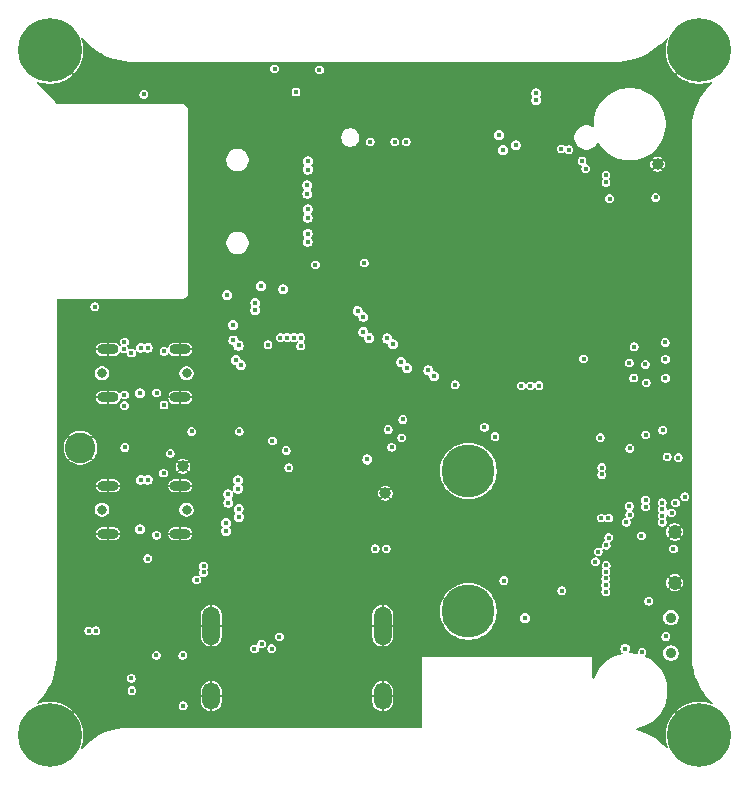
<source format=gbr>
%TF.GenerationSoftware,KiCad,Pcbnew,9.0.0*%
%TF.CreationDate,2025-06-30T18:18:02+02:00*%
%TF.ProjectId,CM5_MINIMA_3,434d355f-4d49-44e4-994d-415f332e6b69,2*%
%TF.SameCoordinates,Original*%
%TF.FileFunction,Copper,L2,Inr*%
%TF.FilePolarity,Positive*%
%FSLAX46Y46*%
G04 Gerber Fmt 4.6, Leading zero omitted, Abs format (unit mm)*
G04 Created by KiCad (PCBNEW 9.0.0) date 2025-06-30 18:18:02*
%MOMM*%
%LPD*%
G01*
G04 APERTURE LIST*
%TA.AperFunction,ComponentPad*%
%ADD10C,4.500000*%
%TD*%
%TA.AperFunction,ComponentPad*%
%ADD11C,5.400000*%
%TD*%
%TA.AperFunction,ComponentPad*%
%ADD12C,2.600000*%
%TD*%
%TA.AperFunction,ComponentPad*%
%ADD13C,0.800000*%
%TD*%
%TA.AperFunction,ComponentPad*%
%ADD14O,1.800000X0.860000*%
%TD*%
%TA.AperFunction,ComponentPad*%
%ADD15C,1.000000*%
%TD*%
%TA.AperFunction,ComponentPad*%
%ADD16O,1.500000X3.300000*%
%TD*%
%TA.AperFunction,ComponentPad*%
%ADD17O,1.500000X2.300000*%
%TD*%
%TA.AperFunction,ComponentPad*%
%ADD18C,1.200000*%
%TD*%
%TA.AperFunction,ComponentPad*%
%ADD19C,0.900000*%
%TD*%
%TA.AperFunction,ViaPad*%
%ADD20C,0.450000*%
%TD*%
G04 APERTURE END LIST*
D10*
%TO.N,N/C*%
%TO.C,M701*%
X35450000Y22375000D03*
%TD*%
D11*
%TO.N,GND*%
%TO.C,H105*%
X0Y0D03*
%TD*%
D10*
%TO.N,N/C*%
%TO.C,M702*%
X35450000Y10500000D03*
%TD*%
D11*
%TO.N,GND*%
%TO.C,H103*%
X55000000Y58000000D03*
%TD*%
D12*
%TO.N,GND*%
%TO.C,H101*%
X2600000Y24350000D03*
%TD*%
D13*
%TO.N,*%
%TO.C,J101*%
X11580000Y30650000D03*
X4420000Y30650000D03*
D14*
%TO.N,GND*%
X11050000Y28620000D03*
X11050000Y32680000D03*
X4950000Y28620000D03*
X4950000Y32680000D03*
%TD*%
D15*
%TO.N,GND*%
%TO.C,TP105*%
X11280000Y22780000D03*
%TD*%
D16*
%TO.N,GND*%
%TO.C,J501*%
X28190000Y9280000D03*
X13690000Y9280000D03*
D17*
X13690000Y3320000D03*
X28190000Y3320000D03*
%TD*%
D11*
%TO.N,GND*%
%TO.C,H104*%
X55000000Y0D03*
%TD*%
D13*
%TO.N,*%
%TO.C,USB701*%
X11580000Y19100000D03*
X4420000Y19100000D03*
D14*
%TO.N,GND*%
X11050000Y17070000D03*
X11050000Y21130000D03*
X4950000Y17070000D03*
X4950000Y21130000D03*
%TD*%
D11*
%TO.N,GND*%
%TO.C,H102*%
X0Y58000000D03*
%TD*%
D18*
%TO.N,GND*%
%TO.C,SW501*%
X52920000Y17230000D03*
X52920000Y12930000D03*
%TD*%
D15*
%TO.N,GND*%
%TO.C,TP104*%
X51460000Y48370000D03*
%TD*%
%TO.N,GND*%
%TO.C,TP106*%
X28410000Y20500000D03*
%TD*%
D19*
%TO.N,*%
%TO.C,SW101*%
X52590000Y9970000D03*
X52590000Y6970000D03*
%TD*%
D20*
%TO.N,GND*%
X8000000Y24460000D03*
X32690000Y54670000D03*
X47010000Y40040000D03*
X31840000Y16680000D03*
X27240000Y35590000D03*
X26830000Y32920000D03*
X43640000Y50390000D03*
X8710500Y33430000D03*
X40090000Y49650000D03*
X7970000Y25620000D03*
X39690000Y12470000D03*
X13230000Y25440000D03*
X6870000Y3190000D03*
X10320000Y14070000D03*
X11250000Y18150000D03*
X3660000Y5900000D03*
X30180000Y1150000D03*
X31490000Y17720000D03*
X27000000Y16650000D03*
X21824304Y43180406D03*
X21500000Y45225000D03*
X38200000Y29700000D03*
X4800000Y20050000D03*
X36180000Y17720000D03*
X53850000Y34740000D03*
X40310000Y12480000D03*
X53850000Y39630000D03*
X31200000Y5400000D03*
X24950000Y12190000D03*
X10620000Y1150000D03*
X28190000Y54610000D03*
X35160000Y18740000D03*
X27650000Y21230000D03*
X12250000Y1150000D03*
X43150000Y23700000D03*
X49950000Y18500000D03*
X52270000Y26319998D03*
X7180000Y56500000D03*
X53657714Y19643035D03*
X26130000Y36600000D03*
X5550000Y56500000D03*
X29910000Y32290000D03*
X53850000Y47780000D03*
X2700000Y2450000D03*
X13000000Y46120000D03*
X34430000Y17720000D03*
X30285000Y40845000D03*
X45450000Y22400000D03*
X32410000Y6910000D03*
X52080000Y32620000D03*
X1150000Y8640000D03*
X16400000Y22080000D03*
X21200000Y13040000D03*
X52060000Y28880000D03*
X20980000Y21940000D03*
X24050000Y22750000D03*
X31200000Y1150000D03*
X17140000Y1150000D03*
X4100000Y1150000D03*
X1150000Y16790000D03*
X22375000Y45500000D03*
X49160000Y22240000D03*
X1150000Y34720000D03*
X25390000Y35760000D03*
X13220000Y30010000D03*
X4660000Y33890000D03*
X28450000Y23800000D03*
X29790000Y33270000D03*
X19410000Y7690000D03*
X20400000Y1150000D03*
X44320000Y6860000D03*
X37630000Y49610000D03*
X1150000Y13530000D03*
X31380000Y30760000D03*
X16960000Y56500000D03*
X52790000Y31600000D03*
X17225000Y55025000D03*
X49220000Y33940000D03*
X46970000Y30920000D03*
X14300000Y14100000D03*
X3660000Y4890000D03*
X13000000Y42860000D03*
X31300000Y40875000D03*
X46610000Y35480000D03*
X24200000Y13020000D03*
X53850000Y46150000D03*
X24950000Y8250000D03*
X12570000Y32430000D03*
X15510000Y1150000D03*
X4750000Y31600000D03*
X1150000Y3750000D03*
X15490000Y16870000D03*
X30500000Y27400000D03*
X16280000Y7710000D03*
X49110000Y38280000D03*
X14960000Y21955000D03*
X1150000Y21680000D03*
X49850000Y25150000D03*
X46200000Y13850000D03*
X29550000Y23800000D03*
X52550000Y29660000D03*
X6810000Y7990000D03*
X53850000Y38000000D03*
X41660000Y6880000D03*
X46240000Y47330000D03*
X16970000Y14630000D03*
X45700000Y15600000D03*
X14840000Y15980000D03*
X18770000Y1150000D03*
X32300000Y21100000D03*
X27159743Y17911434D03*
X46820000Y24640000D03*
X23450000Y8350000D03*
X13000000Y39600000D03*
X32999147Y29924321D03*
X53900000Y4340000D03*
X28740000Y34310000D03*
X46400000Y6250000D03*
X25890000Y34060000D03*
X25940000Y7240000D03*
X28950000Y32400000D03*
X35400000Y16670000D03*
X26670000Y34800000D03*
X53900000Y10860000D03*
X18500000Y18100000D03*
X25290000Y1150000D03*
X31010000Y31260000D03*
X29080000Y31440000D03*
X16060000Y26580000D03*
X27650000Y13100000D03*
X33300000Y18760000D03*
X1150000Y28200000D03*
X46200000Y12717500D03*
X53900000Y5970000D03*
X23660000Y1150000D03*
X52450000Y55200000D03*
X9250000Y9950000D03*
X16130000Y30570000D03*
X7240000Y33380000D03*
X22030000Y1150000D03*
X13310000Y18240000D03*
X51325000Y38425000D03*
X51300000Y650000D03*
X49070000Y37240000D03*
X1150000Y10270000D03*
X38100000Y20900000D03*
X40400000Y10700000D03*
X20450000Y12200000D03*
X28000000Y18800000D03*
X49700000Y24250000D03*
X43150000Y20150000D03*
X29340000Y18780000D03*
X53850000Y41260000D03*
X26400000Y54640000D03*
X6680000Y5470000D03*
X53850000Y52670000D03*
X53850000Y49410000D03*
X18459997Y56450000D03*
X53900000Y9230000D03*
X21499264Y41231844D03*
X53900000Y7600000D03*
X24300000Y20700000D03*
X53850000Y31480000D03*
X21950000Y8350000D03*
X27740000Y33810000D03*
X1150000Y33090000D03*
X10070000Y9960000D03*
X37900000Y24600000D03*
X4750000Y29700000D03*
X50080000Y30360000D03*
X22460000Y55860000D03*
X4800000Y18150000D03*
X25750002Y13550000D03*
X16325000Y52525000D03*
X13280000Y17050000D03*
X16370000Y16940000D03*
X31200000Y3300000D03*
X14863995Y33226004D03*
X28600000Y17720000D03*
X13210000Y29150000D03*
X13350000Y23050000D03*
X17460000Y12080000D03*
X49320000Y56500000D03*
X40710000Y55880000D03*
X16420000Y15830000D03*
X53850000Y42890000D03*
X35470000Y6945000D03*
X46200000Y13295000D03*
X36670000Y18780000D03*
X49080000Y29150000D03*
X22403142Y44867067D03*
X52750000Y3050000D03*
X1150000Y20050000D03*
X25800000Y23100000D03*
X10440000Y56500000D03*
X37070000Y16680000D03*
X40010000Y11930000D03*
X46510000Y36990000D03*
X15330000Y56500000D03*
X47690000Y56500000D03*
X11250000Y31600000D03*
X32350000Y40875000D03*
X46430000Y46670000D03*
X37240000Y54770000D03*
X21475000Y47250000D03*
X9350000Y11950000D03*
X8990000Y1150000D03*
X53850000Y51040000D03*
X53850000Y29850000D03*
X22475000Y48950000D03*
X1150000Y26570000D03*
X11250000Y20050000D03*
X23450000Y12200000D03*
X2800000Y10950000D03*
X43950000Y54670000D03*
X1150000Y36350000D03*
X7360000Y1150000D03*
X53850000Y54300000D03*
X22300000Y47250000D03*
X1150000Y29830000D03*
X13400000Y55000000D03*
X11110000Y15930000D03*
X1150000Y11900000D03*
X6170000Y4340000D03*
X5730000Y1150000D03*
X50960000Y12490000D03*
X38190000Y51450000D03*
X45350000Y32545000D03*
X1150000Y15160000D03*
X13880000Y1150000D03*
X11350000Y34050000D03*
X49170000Y32260000D03*
X38690000Y6900000D03*
X50950000Y56500000D03*
X53880000Y28090000D03*
X37690000Y17710000D03*
X1150000Y18420000D03*
X16990000Y8240000D03*
X1150000Y5380000D03*
X43270000Y29670000D03*
X16000000Y23345000D03*
X33270000Y30600000D03*
X17900000Y7150000D03*
X38200000Y14900000D03*
X6990000Y21780000D03*
X26530000Y50800000D03*
X32160000Y31590000D03*
X17880000Y16610000D03*
X1150000Y7010000D03*
X39550000Y16750000D03*
X12070000Y56500000D03*
X49073266Y20173266D03*
X32420000Y22240000D03*
X30120000Y30460000D03*
X29650000Y51070000D03*
X43104412Y22195588D03*
X49000000Y16200000D03*
X38010000Y18780000D03*
X9070000Y21840000D03*
X26920000Y1150000D03*
X26900000Y19800000D03*
X22450000Y41475000D03*
X13000000Y49380000D03*
X33300000Y19950000D03*
X15503281Y34085999D03*
X21950000Y12180000D03*
X13000000Y52610000D03*
X53850000Y44520000D03*
X13700000Y56500000D03*
X1150000Y31460000D03*
X4400000Y12000000D03*
X44050000Y31650000D03*
X3920000Y56500000D03*
X8810000Y56500000D03*
X28550000Y1150000D03*
X25800000Y19180000D03*
X13220000Y26660000D03*
X53850000Y36370000D03*
X44520000Y54670000D03*
%TO.N,Net-(J1-MP1)*%
X3825000Y36300000D03*
X7975000Y54275000D03*
%TO.N,/CM5/ETH_PI.TRD3_P*%
X21852002Y47910000D03*
%TO.N,/CM5/ETH_PI.TRD0_P*%
X21832373Y41790000D03*
%TO.N,/CM5/ETH_PI.TRD1_P*%
X21847364Y43830000D03*
%TO.N,/CM5/ETH_PI.TRD2_P*%
X21805422Y45870000D03*
%TO.N,/CM5/nLED_ACTIVITY*%
X52280000Y23580000D03*
%TO.N,/CM5/nRPIBOOT*%
X52650000Y18850000D03*
X52160000Y8380000D03*
%TO.N,/CM5/EEPROM_nWP*%
X49070000Y31540000D03*
X52100000Y33270000D03*
%TO.N,/CM5/PI_nLED_PWR*%
X52980000Y19690000D03*
%TO.N,/CM5/nLED_SPEED_100_1000*%
X52130000Y31850000D03*
X20850000Y54475000D03*
%TO.N,/IO/SCL*%
X36800000Y26100000D03*
X6910000Y4840000D03*
%TO.N,/IO/SDA*%
X37700000Y25300000D03*
X6960000Y3790000D03*
%TO.N,+3V3_PI*%
X11275000Y6775000D03*
X28500000Y15800000D03*
X46700000Y18400000D03*
X27550000Y15800000D03*
X47300000Y18400000D03*
X48800000Y18050000D03*
X22500000Y39850000D03*
X11300000Y2500000D03*
X46750000Y22680000D03*
X9025000Y6775000D03*
X20250000Y22660000D03*
X46750000Y22090000D03*
%TO.N,Net-(D702-K)*%
X19040000Y56450000D03*
X22840000Y56340000D03*
%TO.N,/CM5/CAM_GPIO0*%
X46200000Y14700000D03*
%TO.N,/CM5/PWR_BUT*%
X50100000Y16900000D03*
X52809409Y15790499D03*
%TO.N,/CM5/VBUS_EN*%
X18483721Y33062048D03*
X8300000Y14975000D03*
%TO.N,/CM5/PWM*%
X34325000Y29675000D03*
X50420000Y31410000D03*
%TO.N,/CM5/TACHO*%
X45200000Y31895000D03*
%TO.N,/CM5/CAM_GPIO1*%
X46450000Y15550000D03*
%TO.N,/USB_C.D_P*%
X7698000Y32829587D03*
X17400000Y36632000D03*
%TO.N,/CC2*%
X6914066Y32371560D03*
X47110000Y16100000D03*
%TO.N,/USB_C.D_N*%
X7650000Y28950000D03*
X17400000Y36028000D03*
X8302000Y32829587D03*
%TO.N,/CC1*%
X9050000Y29000000D03*
X47330000Y16750000D03*
%TO.N,+5V*%
X12430000Y13160000D03*
X51850000Y18050000D03*
X47090000Y13300000D03*
X50450000Y19350000D03*
X13022500Y14350000D03*
X53220000Y23520000D03*
X6325000Y28825000D03*
X51850000Y19700000D03*
X19530000Y33680000D03*
X53780000Y20210000D03*
X9675000Y32525000D03*
X20683333Y33680000D03*
X47090000Y12717500D03*
X6250000Y32725000D03*
X10210000Y23880000D03*
X51850000Y19150000D03*
X47110000Y14400000D03*
X9675000Y27975000D03*
X51300000Y45550000D03*
X6360000Y24380000D03*
X6330000Y27925000D03*
X6330000Y33300000D03*
X12020000Y25730000D03*
X21260000Y32970000D03*
X47090000Y12150000D03*
X20106667Y33680000D03*
X51850000Y18600000D03*
X47100000Y13850000D03*
X21260000Y33680000D03*
X50450000Y19925000D03*
X13022500Y13800000D03*
%TO.N,/CM5/ETH_nLED_ACTIVITY*%
X49475000Y32900000D03*
X26630000Y40000000D03*
%TO.N,/CM5/ETH_PI.TRD0_N*%
X21832373Y42490000D03*
%TO.N,/CM5/ETH_PI.TRD2_N*%
X21805422Y46570000D03*
%TO.N,/CM5/ETH_PI.TRD1_N*%
X21847364Y44530000D03*
%TO.N,/CM5/ETH_PI.TRD3_N*%
X21852002Y48610000D03*
%TO.N,M2_3V3*%
X40700000Y29610000D03*
X43320000Y49650000D03*
X47100000Y47425000D03*
X47400000Y45450000D03*
X43360000Y12250000D03*
X50730000Y11360000D03*
X30190000Y50255000D03*
X39920000Y29610000D03*
X41430000Y29620000D03*
X50150000Y7040000D03*
X27136178Y50255000D03*
X29210000Y50255000D03*
X43950000Y49590000D03*
X45375000Y47975000D03*
X47100000Y46825000D03*
X45070000Y48630000D03*
%TO.N,/USB/CC1*%
X9050000Y16950000D03*
X9640000Y22210000D03*
%TO.N,/CM5/USB2P.D_P*%
X7698000Y21650000D03*
%TO.N,/CM5/USB2P.D_N*%
X8302000Y21650000D03*
X7650000Y17450000D03*
%TO.N,/CM5/SCL0*%
X49075000Y19425000D03*
%TO.N,/CM5/SDA0*%
X49100000Y18700000D03*
%TO.N,/CM5/PCIE_PI.TX_N*%
X16163547Y31366453D03*
%TO.N,/CM5/PCIE_PI.nWAKE*%
X39460000Y49960000D03*
X17900000Y38050000D03*
%TO.N,/CM5/PCIE_PI.nCLKREQ*%
X38030000Y50820000D03*
X15025000Y37275000D03*
%TO.N,/CM5/PCIE_PI.PWR_EN*%
X26880000Y23360000D03*
X48740990Y7353785D03*
X40250000Y9930000D03*
X15520000Y34750000D03*
%TO.N,/CM5/PCIE_PI.RX_N*%
X15984144Y33011133D03*
%TO.N,/CM5/PCIE_PI.CLK_P*%
X41200000Y54372000D03*
%TO.N,/CM5/PCIE_PI.RX_P*%
X15557050Y33438227D03*
%TO.N,/CM5/PCIE_PI.TX_P*%
X15736453Y31793547D03*
%TO.N,/CM5/PCIE_PI.CLK_N*%
X41200000Y53768000D03*
%TO.N,/CM5/PCIE_PI.nRST*%
X19775000Y37775000D03*
X38380000Y49560000D03*
%TO.N,/CM5/DPHY0_P.D0_P*%
X26557488Y35442512D03*
%TO.N,/CM5/DPHY0_P.C_P*%
X29072789Y33109226D03*
%TO.N,/CM5/DPHY0_P.D1_P*%
X27057488Y33652512D03*
%TO.N,/CM5/DPHY0_P.D2_P*%
X30257437Y31114849D03*
%TO.N,/CM5/DPHY0_P.D3_N*%
X32062512Y30897488D03*
%TO.N,/CM5/DPHY0_P.D3_P*%
X32557488Y30402512D03*
%TO.N,/CM5/DPHY0_P.D0_N*%
X26062512Y35937488D03*
%TO.N,/CM5/DPHY0_P.D2_N*%
X29762461Y31609825D03*
%TO.N,/CM5/DPHY0_P.C_N*%
X28577813Y33604202D03*
%TO.N,/CM5/DPHY0_P.D1_N*%
X26562512Y34147488D03*
%TO.N,/CM5/HDMI_PI.CK_P*%
X14920701Y18000000D03*
%TO.N,/CM5/HDMI_PI.CK_N*%
X14920701Y17300000D03*
%TO.N,/CM5/HDMI_PI.D0_N*%
X16000000Y18500000D03*
%TO.N,/CM5/HDMI_PI.SCL*%
X18790000Y7350000D03*
%TO.N,/CM5/HDMI_PI.D2_P*%
X15945809Y21600000D03*
%TO.N,/CM5/HDMI_PI.D0_P*%
X16000000Y19200000D03*
%TO.N,/CM5/HDMI_PI.D1_N*%
X15112002Y19700000D03*
%TO.N,/CM5/HDMI_PI.HOTPLUG*%
X17333809Y7324180D03*
%TO.N,/CM5/HDMI_PI.D1_P*%
X15112002Y20400000D03*
%TO.N,/CM5/HDMI_PI.D2_N*%
X15945809Y20900000D03*
%TO.N,/CM5/HDMI_PI.SDA*%
X17950000Y7750000D03*
%TO.N,/CM5/HDMI_PI.CEC*%
X19450000Y8350000D03*
%TO.N,/CM5/MOSI_GPIO20*%
X50510000Y29850000D03*
X28650000Y25900000D03*
%TO.N,/CM5/MISO_GPIO19*%
X49460000Y30260000D03*
X29900000Y26750000D03*
%TO.N,/CM5/SCLK_GPIO21*%
X29800000Y25200000D03*
X52125000Y30250000D03*
%TO.N,/CM5/BL_GPIO24*%
X28950000Y24400000D03*
X51910000Y25840000D03*
%TO.N,/CM5/RST_GPIO27*%
X18850000Y24930000D03*
X46610000Y25210000D03*
%TO.N,/CM5/DC_GPI25*%
X20020000Y24130000D03*
X49100000Y24300000D03*
%TO.N,/CM5/CS_GPIO18*%
X50460000Y25450000D03*
X16050000Y25750000D03*
%TO.N,+BATT*%
X38450000Y13110000D03*
X3300000Y8850000D03*
X3900000Y8850000D03*
%TD*%
%TA.AperFunction,Conductor*%
%TO.N,GND*%
G36*
X52326520Y59053364D02*
G01*
X52347772Y59000865D01*
X52343622Y58977022D01*
X52276318Y58784677D01*
X52276316Y58784671D01*
X52205589Y58474795D01*
X52205589Y58474794D01*
X52170000Y58158926D01*
X52170000Y57841075D01*
X52205589Y57525207D01*
X52205589Y57525206D01*
X52276316Y57215330D01*
X52276321Y57215314D01*
X52381299Y56915304D01*
X52519214Y56628921D01*
X52688326Y56359780D01*
X52886507Y56111269D01*
X52943380Y56054396D01*
X53989898Y57100914D01*
X54100914Y56989898D01*
X53054396Y55943380D01*
X53111268Y55886508D01*
X53359779Y55688327D01*
X53628920Y55519215D01*
X53915303Y55381300D01*
X54215313Y55276322D01*
X54215329Y55276317D01*
X54525205Y55205590D01*
X54841075Y55170000D01*
X55158925Y55170000D01*
X55474793Y55205590D01*
X55474794Y55205590D01*
X55784670Y55276317D01*
X55784686Y55276322D01*
X55993829Y55349504D01*
X56006753Y55348779D01*
X56018744Y55353655D01*
X56033924Y55347253D01*
X56050377Y55346329D01*
X56059003Y55336676D01*
X56070930Y55331646D01*
X56077137Y55316385D01*
X56088117Y55304098D01*
X56087391Y55291174D01*
X56092268Y55279183D01*
X56085865Y55264003D01*
X56084942Y55247550D01*
X56070259Y55226997D01*
X56017365Y55174777D01*
X56017352Y55174765D01*
X55977780Y55135698D01*
X55977781Y55135697D01*
X55939261Y55097668D01*
X55939089Y55097474D01*
X55825976Y54985838D01*
X55547634Y54663708D01*
X55295658Y54320579D01*
X55071607Y53958577D01*
X54876913Y53580015D01*
X54876900Y53579987D01*
X54712762Y53187202D01*
X54580210Y52782660D01*
X54580207Y52782650D01*
X54580207Y52782648D01*
X54534994Y52595817D01*
X54480072Y52368870D01*
X54480071Y52368868D01*
X54412986Y51948483D01*
X54379367Y51524096D01*
X54379367Y51524090D01*
X54379367Y51524089D01*
X54379434Y51311231D01*
X54379441Y51257673D01*
X54379442Y51257667D01*
X54379443Y51253626D01*
X54379443Y51253614D01*
X54387139Y6739730D01*
X54387111Y6739661D01*
X54387179Y6499997D01*
X54387180Y6499983D01*
X54419746Y6083136D01*
X54419748Y6083119D01*
X54484609Y5670059D01*
X54519661Y5522710D01*
X54581379Y5263270D01*
X54670947Y4984935D01*
X54709462Y4865250D01*
X54709467Y4865235D01*
X54868097Y4478365D01*
X55056315Y4104984D01*
X55253663Y3779244D01*
X55272975Y3747367D01*
X55516773Y3407665D01*
X55516779Y3407658D01*
X55680787Y3213052D01*
X55786232Y3087936D01*
X55855219Y3017915D01*
X55895221Y2977313D01*
X55895281Y2977244D01*
X55898536Y2973941D01*
X56091282Y2778347D01*
X56111087Y2758250D01*
X56132377Y2705766D01*
X56110320Y2653601D01*
X56057836Y2632311D01*
X56033938Y2636462D01*
X55784686Y2723679D01*
X55784670Y2723684D01*
X55474794Y2794411D01*
X55158925Y2830000D01*
X54841075Y2830000D01*
X54525206Y2794411D01*
X54525205Y2794411D01*
X54215329Y2723684D01*
X54215313Y2723679D01*
X53915303Y2618701D01*
X53628920Y2480786D01*
X53359779Y2311674D01*
X53111268Y2113493D01*
X53054396Y2056620D01*
X54100914Y1010102D01*
X53989898Y899086D01*
X52943380Y1945604D01*
X52886507Y1888732D01*
X52688326Y1640221D01*
X52519214Y1371080D01*
X52381299Y1084697D01*
X52276321Y784687D01*
X52276316Y784671D01*
X52205589Y474795D01*
X52205589Y474794D01*
X52170000Y158926D01*
X52170000Y-158925D01*
X52205589Y-474793D01*
X52205589Y-474794D01*
X52276316Y-784670D01*
X52276323Y-784692D01*
X52352453Y-1002261D01*
X52351730Y-1015127D01*
X52356605Y-1027057D01*
X52350204Y-1042300D01*
X52349278Y-1058809D01*
X52339667Y-1067397D01*
X52334679Y-1079278D01*
X52319374Y-1085531D01*
X52307046Y-1096548D01*
X52294179Y-1095825D01*
X52282250Y-1100700D01*
X52267006Y-1094299D01*
X52250498Y-1093373D01*
X52230029Y-1078774D01*
X52135682Y-983514D01*
X52135672Y-983501D01*
X52113496Y-961112D01*
X52113471Y-961052D01*
X52092002Y-939386D01*
X52092003Y-939386D01*
X51942514Y-788528D01*
X51620721Y-511276D01*
X51278046Y-260291D01*
X51278042Y-260288D01*
X50916625Y-37135D01*
X50916618Y-37132D01*
X50538732Y156785D01*
X50146687Y320281D01*
X49742983Y452311D01*
X49742965Y452316D01*
X49705158Y461450D01*
X49659386Y494806D01*
X49650607Y550759D01*
X49683963Y596531D01*
X49706070Y605525D01*
X49987408Y669738D01*
X50326708Y788464D01*
X50650582Y944434D01*
X50954956Y1135685D01*
X51236003Y1359812D01*
X51490188Y1613997D01*
X51714315Y1895044D01*
X51905566Y2199418D01*
X52061536Y2523292D01*
X52180262Y2862592D01*
X52260252Y3213052D01*
X52300500Y3570264D01*
X52300500Y3929736D01*
X52260252Y4286948D01*
X52219727Y4464501D01*
X52180264Y4637400D01*
X52180259Y4637416D01*
X52160086Y4695066D01*
X52061536Y4976708D01*
X51905566Y5300582D01*
X51714315Y5604956D01*
X51490188Y5886003D01*
X51236003Y6140188D01*
X50954956Y6364315D01*
X50650582Y6555566D01*
X50438130Y6657878D01*
X50400391Y6700110D01*
X50403566Y6756658D01*
X50417910Y6776874D01*
X50450475Y6809438D01*
X50499910Y6895062D01*
X50525499Y6990563D01*
X50525500Y6990563D01*
X50525500Y7034069D01*
X51939500Y7034069D01*
X51939500Y6905931D01*
X51943824Y6884192D01*
X51964497Y6780261D01*
X51964498Y6780258D01*
X51998775Y6697505D01*
X52013535Y6661873D01*
X52084724Y6555331D01*
X52175331Y6464724D01*
X52281873Y6393535D01*
X52400256Y6344499D01*
X52400258Y6344499D01*
X52400260Y6344498D01*
X52442903Y6336016D01*
X52525931Y6319500D01*
X52525933Y6319500D01*
X52654067Y6319500D01*
X52654069Y6319500D01*
X52779744Y6344499D01*
X52898127Y6393535D01*
X53004669Y6464724D01*
X53095276Y6555331D01*
X53166465Y6661873D01*
X53215501Y6780256D01*
X53240500Y6905931D01*
X53240500Y7034069D01*
X53215501Y7159744D01*
X53166465Y7278127D01*
X53095276Y7384669D01*
X53004669Y7475276D01*
X52898127Y7546465D01*
X52898124Y7546467D01*
X52898123Y7546467D01*
X52779742Y7595502D01*
X52779739Y7595503D01*
X52681472Y7615049D01*
X52654069Y7620500D01*
X52525931Y7620500D01*
X52498528Y7615049D01*
X52400260Y7595503D01*
X52400257Y7595502D01*
X52281876Y7546467D01*
X52175331Y7475277D01*
X52175330Y7475275D01*
X52084725Y7384670D01*
X52084723Y7384669D01*
X52013533Y7278124D01*
X51964498Y7159743D01*
X51964497Y7159740D01*
X51950513Y7089435D01*
X51939500Y7034069D01*
X50525500Y7034069D01*
X50525500Y7089437D01*
X50525499Y7089438D01*
X50499911Y7184935D01*
X50499909Y7184940D01*
X50450474Y7270563D01*
X50380562Y7340475D01*
X50294939Y7389910D01*
X50294934Y7389912D01*
X50199437Y7415500D01*
X50199435Y7415500D01*
X50100565Y7415500D01*
X50100563Y7415500D01*
X50005065Y7389912D01*
X50005060Y7389910D01*
X49919437Y7340475D01*
X49849525Y7270563D01*
X49800090Y7184940D01*
X49800088Y7184935D01*
X49774500Y7089438D01*
X49774500Y6990560D01*
X49774597Y6990199D01*
X49774572Y6990013D01*
X49775133Y6985754D01*
X49773991Y6985604D01*
X49767199Y6934047D01*
X49722263Y6899573D01*
X49686651Y6898908D01*
X49636952Y6910251D01*
X49636951Y6910252D01*
X49476900Y6928285D01*
X49279736Y6950500D01*
X49118105Y6950500D01*
X49065779Y6972174D01*
X49044105Y7024500D01*
X49065779Y7076826D01*
X49081475Y7092522D01*
X49137493Y7189548D01*
X49166489Y7297765D01*
X49166490Y7297765D01*
X49166490Y7409805D01*
X49166489Y7409806D01*
X49164963Y7415500D01*
X49137493Y7518022D01*
X49081475Y7615048D01*
X49002253Y7694270D01*
X48914608Y7744872D01*
X48905231Y7750286D01*
X48905222Y7750290D01*
X48797010Y7779285D01*
X48797008Y7779285D01*
X48684972Y7779285D01*
X48684970Y7779285D01*
X48576757Y7750290D01*
X48576748Y7750286D01*
X48479726Y7694270D01*
X48400505Y7615049D01*
X48344489Y7518027D01*
X48344485Y7518018D01*
X48315490Y7409806D01*
X48315490Y7297765D01*
X48344485Y7189553D01*
X48344489Y7189544D01*
X48400505Y7092522D01*
X48483157Y7009870D01*
X48481430Y7008144D01*
X48505769Y6966019D01*
X48491127Y6911307D01*
X48448872Y6884192D01*
X48212596Y6830264D01*
X48212584Y6830260D01*
X47873295Y6711538D01*
X47549419Y6555567D01*
X47245043Y6364315D01*
X46963993Y6140185D01*
X46709815Y5886007D01*
X46485685Y5604957D01*
X46294433Y5300581D01*
X46138462Y4976705D01*
X46093847Y4849201D01*
X46056107Y4806970D01*
X45999559Y4803795D01*
X45957328Y4841535D01*
X45950000Y4873642D01*
X45950000Y6600000D01*
X31500000Y6600000D01*
X31500000Y726500D01*
X31478326Y674174D01*
X31426000Y652500D01*
X6706647Y652500D01*
X6549980Y652511D01*
X6549979Y652511D01*
X6549966Y652511D01*
X6549958Y652511D01*
X6549944Y652510D01*
X6135135Y620337D01*
X5724023Y556177D01*
X5724017Y556176D01*
X5319100Y460417D01*
X5319097Y460416D01*
X4922802Y333634D01*
X4537505Y176586D01*
X4537495Y176582D01*
X4165499Y-9788D01*
X4165485Y-9796D01*
X3808999Y-224386D01*
X3470175Y-465901D01*
X3151062Y-732878D01*
X3151051Y-732887D01*
X3006669Y-874059D01*
X3006667Y-874061D01*
X3006664Y-874063D01*
X3006664Y-874064D01*
X3002292Y-878338D01*
X2978936Y-901173D01*
X2977728Y-902354D01*
X2977726Y-902356D01*
X2754936Y-1120159D01*
X2702368Y-1141239D01*
X2650291Y-1118974D01*
X2629211Y-1066406D01*
X2633359Y-1042803D01*
X2723678Y-784686D01*
X2723683Y-784670D01*
X2794410Y-474794D01*
X2794410Y-474793D01*
X2830000Y-158925D01*
X2830000Y158926D01*
X2794410Y474794D01*
X2794410Y474795D01*
X2723683Y784671D01*
X2723678Y784687D01*
X2618700Y1084697D01*
X2480785Y1371080D01*
X2311673Y1640221D01*
X2113492Y1888732D01*
X2056620Y1945604D01*
X1010102Y899086D01*
X899086Y1010102D01*
X1945604Y2056620D01*
X1888731Y2113493D01*
X1640220Y2311674D01*
X1371072Y2480790D01*
X1356905Y2487613D01*
X1356903Y2487613D01*
X1228523Y2549438D01*
X10924500Y2549438D01*
X10924500Y2450563D01*
X10950088Y2355066D01*
X10950090Y2355061D01*
X10999525Y2269438D01*
X11069438Y2199525D01*
X11155062Y2150090D01*
X11155063Y2150090D01*
X11155065Y2150089D01*
X11192147Y2140153D01*
X11250562Y2124501D01*
X11250563Y2124500D01*
X11250565Y2124500D01*
X11349437Y2124500D01*
X11349437Y2124501D01*
X11444938Y2150090D01*
X11530562Y2199525D01*
X11600475Y2269438D01*
X11649910Y2355062D01*
X11675499Y2450563D01*
X11675500Y2450563D01*
X11675500Y2549437D01*
X11675499Y2549438D01*
X11649911Y2644935D01*
X11649909Y2644940D01*
X11618772Y2698871D01*
X11600475Y2730562D01*
X11530562Y2800475D01*
X11503826Y2815911D01*
X11444939Y2849910D01*
X11444934Y2849912D01*
X11349437Y2875500D01*
X11349435Y2875500D01*
X11250565Y2875500D01*
X11250563Y2875500D01*
X11155065Y2849912D01*
X11155060Y2849910D01*
X11069437Y2800475D01*
X10999525Y2730563D01*
X10950090Y2644940D01*
X10950088Y2644935D01*
X10924500Y2549438D01*
X1228523Y2549438D01*
X1084699Y2618700D01*
X784686Y2723679D01*
X784670Y2723684D01*
X474794Y2794411D01*
X158925Y2830000D01*
X-158925Y2830000D01*
X-474794Y2794411D01*
X-474795Y2794411D01*
X-784671Y2723684D01*
X-784693Y2723677D01*
X-985351Y2653464D01*
X-998333Y2654193D01*
X-1010387Y2649313D01*
X-1025506Y2655719D01*
X-1041899Y2656639D01*
X-1050565Y2666337D01*
X-1062537Y2671409D01*
X-1068699Y2686629D01*
X-1079638Y2698871D01*
X-1078910Y2711853D01*
X-1083789Y2723907D01*
X-1077384Y2739022D01*
X-1076463Y2755419D01*
X-1061695Y2776055D01*
X-1059365Y2778347D01*
X-1021190Y2815911D01*
X-1021191Y2815912D01*
X-1002694Y2834114D01*
X-869228Y2965413D01*
X-589980Y3287585D01*
X-337137Y3630870D01*
X-207675Y3839438D01*
X6584500Y3839438D01*
X6584500Y3740563D01*
X6610088Y3645066D01*
X6610090Y3645061D01*
X6653272Y3570268D01*
X6659525Y3559438D01*
X6729438Y3489525D01*
X6815062Y3440090D01*
X6815063Y3440090D01*
X6815065Y3440089D01*
X6862813Y3427295D01*
X6910562Y3414501D01*
X6910563Y3414500D01*
X6910565Y3414500D01*
X7009437Y3414500D01*
X7009437Y3414501D01*
X7104938Y3440090D01*
X7190562Y3489525D01*
X7260475Y3559438D01*
X7309910Y3645062D01*
X7335499Y3740563D01*
X7335500Y3740563D01*
X7335500Y3806672D01*
X12810000Y3806672D01*
X12810000Y3398500D01*
X13240000Y3398500D01*
X13240000Y3241500D01*
X12810000Y3241500D01*
X12810000Y2833329D01*
X12843816Y2663320D01*
X12843818Y2663313D01*
X12910152Y2503168D01*
X13006458Y2359034D01*
X13129033Y2236459D01*
X13273167Y2140153D01*
X13433312Y2073819D01*
X13433319Y2073817D01*
X13603329Y2040000D01*
X13611500Y2040000D01*
X13611500Y2475160D01*
X13630756Y2470000D01*
X13749244Y2470000D01*
X13768500Y2475160D01*
X13768500Y2040000D01*
X13776671Y2040000D01*
X13946680Y2073817D01*
X13946687Y2073819D01*
X14106832Y2140153D01*
X14250966Y2236459D01*
X14250968Y2236460D01*
X14373540Y2359032D01*
X14373541Y2359034D01*
X14469847Y2503168D01*
X14536181Y2663313D01*
X14536183Y2663320D01*
X14570000Y2833329D01*
X14570000Y3241500D01*
X14140000Y3241500D01*
X14140000Y3398500D01*
X14570000Y3398500D01*
X14570000Y3806672D01*
X27310000Y3806672D01*
X27310000Y3398500D01*
X27740000Y3398500D01*
X27740000Y3241500D01*
X27310000Y3241500D01*
X27310000Y2833329D01*
X27343816Y2663320D01*
X27343818Y2663313D01*
X27410152Y2503168D01*
X27506458Y2359034D01*
X27629033Y2236459D01*
X27773167Y2140153D01*
X27933312Y2073819D01*
X27933319Y2073817D01*
X28103329Y2040000D01*
X28111500Y2040000D01*
X28111500Y2475160D01*
X28130756Y2470000D01*
X28249244Y2470000D01*
X28268500Y2475160D01*
X28268500Y2040000D01*
X28276671Y2040000D01*
X28446680Y2073817D01*
X28446687Y2073819D01*
X28606832Y2140153D01*
X28750966Y2236459D01*
X28750968Y2236460D01*
X28873540Y2359032D01*
X28873541Y2359034D01*
X28969847Y2503168D01*
X29036181Y2663313D01*
X29036183Y2663320D01*
X29070000Y2833329D01*
X29070000Y3241500D01*
X28640000Y3241500D01*
X28640000Y3398500D01*
X29070000Y3398500D01*
X29070000Y3806672D01*
X29036183Y3976681D01*
X29036181Y3976688D01*
X28969847Y4136833D01*
X28873541Y4280967D01*
X28750966Y4403542D01*
X28606832Y4499848D01*
X28446687Y4566182D01*
X28446680Y4566184D01*
X28276671Y4600000D01*
X28268500Y4600000D01*
X28268500Y4164841D01*
X28249244Y4170000D01*
X28130756Y4170000D01*
X28111500Y4164841D01*
X28111500Y4600000D01*
X28103329Y4600000D01*
X27933319Y4566184D01*
X27933312Y4566182D01*
X27773167Y4499848D01*
X27629033Y4403542D01*
X27629032Y4403540D01*
X27506460Y4280968D01*
X27506458Y4280967D01*
X27410152Y4136833D01*
X27343818Y3976688D01*
X27343816Y3976681D01*
X27310000Y3806672D01*
X14570000Y3806672D01*
X14536183Y3976681D01*
X14536181Y3976688D01*
X14469847Y4136833D01*
X14373541Y4280967D01*
X14250966Y4403542D01*
X14106832Y4499848D01*
X13946687Y4566182D01*
X13946680Y4566184D01*
X13776671Y4600000D01*
X13768500Y4600000D01*
X13768500Y4164841D01*
X13749244Y4170000D01*
X13630756Y4170000D01*
X13611500Y4164841D01*
X13611500Y4600000D01*
X13603329Y4600000D01*
X13433319Y4566184D01*
X13433312Y4566182D01*
X13273167Y4499848D01*
X13129033Y4403542D01*
X13129032Y4403540D01*
X13006460Y4280968D01*
X13006458Y4280967D01*
X12910152Y4136833D01*
X12843818Y3976688D01*
X12843816Y3976681D01*
X12810000Y3806672D01*
X7335500Y3806672D01*
X7335500Y3839437D01*
X7335499Y3839438D01*
X7309911Y3934935D01*
X7309909Y3934940D01*
X7260474Y4020563D01*
X7190562Y4090475D01*
X7104939Y4139910D01*
X7104934Y4139912D01*
X7009437Y4165500D01*
X7009435Y4165500D01*
X6910565Y4165500D01*
X6910563Y4165500D01*
X6815065Y4139912D01*
X6815060Y4139910D01*
X6729437Y4090475D01*
X6659525Y4020563D01*
X6610090Y3934940D01*
X6610088Y3934935D01*
X6584500Y3839438D01*
X-207675Y3839438D01*
X-112289Y3993109D01*
X83152Y4372024D01*
X247956Y4765233D01*
X288781Y4889438D01*
X6534500Y4889438D01*
X6534500Y4790563D01*
X6560088Y4695066D01*
X6560090Y4695061D01*
X6593381Y4637400D01*
X6609525Y4609438D01*
X6679438Y4539525D01*
X6765062Y4490090D01*
X6765063Y4490090D01*
X6765065Y4490089D01*
X6808820Y4478365D01*
X6860562Y4464501D01*
X6860563Y4464500D01*
X6860565Y4464500D01*
X6959437Y4464500D01*
X6959437Y4464501D01*
X7054938Y4490090D01*
X7140562Y4539525D01*
X7210475Y4609438D01*
X7259910Y4695062D01*
X7285499Y4790563D01*
X7285500Y4790563D01*
X7285500Y4889437D01*
X7285499Y4889438D01*
X7259911Y4984935D01*
X7259909Y4984940D01*
X7210474Y5070563D01*
X7140562Y5140475D01*
X7054939Y5189910D01*
X7054934Y5189912D01*
X6959437Y5215500D01*
X6959435Y5215500D01*
X6860565Y5215500D01*
X6860563Y5215500D01*
X6765065Y5189912D01*
X6765060Y5189910D01*
X6679437Y5140475D01*
X6609525Y5070563D01*
X6560090Y4984940D01*
X6560088Y4984935D01*
X6534500Y4889438D01*
X288781Y4889438D01*
X381086Y5170264D01*
X481707Y5584570D01*
X549185Y6005546D01*
X583095Y6430545D01*
X583137Y6643719D01*
X583154Y6697277D01*
X583153Y6697280D01*
X583192Y6824438D01*
X8649500Y6824438D01*
X8649500Y6725563D01*
X8675088Y6630066D01*
X8675090Y6630061D01*
X8724525Y6544438D01*
X8794438Y6474525D01*
X8811414Y6464724D01*
X8870613Y6430545D01*
X8880062Y6425090D01*
X8880063Y6425090D01*
X8880065Y6425089D01*
X8927813Y6412295D01*
X8975562Y6399501D01*
X8975563Y6399500D01*
X8975565Y6399500D01*
X9074437Y6399500D01*
X9074437Y6399501D01*
X9169938Y6425090D01*
X9255562Y6474525D01*
X9325475Y6544438D01*
X9374910Y6630062D01*
X9400499Y6725563D01*
X9400500Y6725563D01*
X9400500Y6824437D01*
X9400499Y6824438D01*
X10899500Y6824438D01*
X10899500Y6725563D01*
X10925088Y6630066D01*
X10925090Y6630061D01*
X10974525Y6544438D01*
X11044438Y6474525D01*
X11061414Y6464724D01*
X11120613Y6430545D01*
X11130062Y6425090D01*
X11130063Y6425090D01*
X11130065Y6425089D01*
X11177813Y6412295D01*
X11225562Y6399501D01*
X11225563Y6399500D01*
X11225565Y6399500D01*
X11324437Y6399500D01*
X11324437Y6399501D01*
X11419938Y6425090D01*
X11505562Y6474525D01*
X11575475Y6544438D01*
X11624910Y6630062D01*
X11650499Y6725563D01*
X11650500Y6725563D01*
X11650500Y6824437D01*
X11650499Y6824438D01*
X11649194Y6829307D01*
X11631576Y6895062D01*
X11624911Y6919935D01*
X11624909Y6919940D01*
X11598305Y6966019D01*
X11575475Y7005562D01*
X11505562Y7075475D01*
X11481379Y7089437D01*
X11419939Y7124910D01*
X11419934Y7124912D01*
X11324437Y7150500D01*
X11324435Y7150500D01*
X11225565Y7150500D01*
X11225563Y7150500D01*
X11130065Y7124912D01*
X11130060Y7124910D01*
X11044437Y7075475D01*
X10974525Y7005563D01*
X10925090Y6919940D01*
X10925088Y6919935D01*
X10899500Y6824438D01*
X9400499Y6824438D01*
X9399194Y6829307D01*
X9381576Y6895062D01*
X9374911Y6919935D01*
X9374909Y6919940D01*
X9348305Y6966019D01*
X9325475Y7005562D01*
X9255562Y7075475D01*
X9231379Y7089437D01*
X9169939Y7124910D01*
X9169934Y7124912D01*
X9074437Y7150500D01*
X9074435Y7150500D01*
X8975565Y7150500D01*
X8975563Y7150500D01*
X8880065Y7124912D01*
X8880060Y7124910D01*
X8794437Y7075475D01*
X8724525Y7005563D01*
X8675090Y6919940D01*
X8675088Y6919935D01*
X8649500Y6824438D01*
X583192Y6824438D01*
X583359Y7373618D01*
X16958309Y7373618D01*
X16958309Y7274743D01*
X16983897Y7179246D01*
X16983899Y7179241D01*
X17018427Y7119438D01*
X17033334Y7093618D01*
X17103247Y7023705D01*
X17144151Y7000089D01*
X17188472Y6974500D01*
X17188871Y6974270D01*
X17188872Y6974270D01*
X17188874Y6974269D01*
X17196693Y6972174D01*
X17284371Y6948681D01*
X17284372Y6948680D01*
X17284374Y6948680D01*
X17383246Y6948680D01*
X17383246Y6948681D01*
X17478747Y6974270D01*
X17564371Y7023705D01*
X17634284Y7093618D01*
X17683719Y7179242D01*
X17709308Y7274743D01*
X17709309Y7274743D01*
X17709309Y7329309D01*
X17730983Y7381635D01*
X17783309Y7403309D01*
X17802462Y7400787D01*
X17805060Y7400091D01*
X17805062Y7400090D01*
X17900562Y7374501D01*
X17900563Y7374500D01*
X17900565Y7374500D01*
X17999437Y7374500D01*
X17999437Y7374501D01*
X18092505Y7399438D01*
X18414500Y7399438D01*
X18414500Y7300563D01*
X18440088Y7205066D01*
X18440090Y7205061D01*
X18471591Y7150500D01*
X18489525Y7119438D01*
X18559438Y7049525D01*
X18602783Y7024500D01*
X18628122Y7009870D01*
X18645062Y7000090D01*
X18645063Y7000090D01*
X18645065Y7000089D01*
X18682670Y6990013D01*
X18740562Y6974501D01*
X18740563Y6974500D01*
X18740565Y6974500D01*
X18839437Y6974500D01*
X18839437Y6974501D01*
X18934938Y7000090D01*
X19020562Y7049525D01*
X19090475Y7119438D01*
X19139910Y7205062D01*
X19165499Y7300563D01*
X19165500Y7300563D01*
X19165500Y7399437D01*
X19165499Y7399438D01*
X19139911Y7494935D01*
X19139909Y7494940D01*
X19105382Y7554742D01*
X19090475Y7580562D01*
X19020562Y7650475D01*
X18934939Y7699910D01*
X18934934Y7699912D01*
X18839437Y7725500D01*
X18839435Y7725500D01*
X18740565Y7725500D01*
X18740563Y7725500D01*
X18645065Y7699912D01*
X18645060Y7699910D01*
X18559437Y7650475D01*
X18489525Y7580563D01*
X18440090Y7494940D01*
X18440088Y7494935D01*
X18414500Y7399438D01*
X18092505Y7399438D01*
X18094938Y7400090D01*
X18180562Y7449525D01*
X18250475Y7519438D01*
X18299910Y7605062D01*
X18325499Y7700563D01*
X18325500Y7700563D01*
X18325500Y7799437D01*
X18325499Y7799438D01*
X18299911Y7894935D01*
X18299909Y7894940D01*
X18250474Y7980563D01*
X18180562Y8050475D01*
X18094939Y8099910D01*
X18094934Y8099912D01*
X17999437Y8125500D01*
X17999435Y8125500D01*
X17900565Y8125500D01*
X17900563Y8125500D01*
X17805065Y8099912D01*
X17805060Y8099910D01*
X17719437Y8050475D01*
X17649525Y7980563D01*
X17600090Y7894940D01*
X17600088Y7894935D01*
X17574500Y7799438D01*
X17574500Y7744872D01*
X17552826Y7692546D01*
X17500500Y7670872D01*
X17481347Y7673393D01*
X17478748Y7674090D01*
X17478747Y7674090D01*
X17383244Y7699680D01*
X17284374Y7699680D01*
X17284372Y7699680D01*
X17188874Y7674092D01*
X17188869Y7674090D01*
X17103246Y7624655D01*
X17033334Y7554743D01*
X16983899Y7469120D01*
X16983897Y7469115D01*
X16958309Y7373618D01*
X583359Y7373618D01*
X583823Y8899438D01*
X2924500Y8899438D01*
X2924500Y8800563D01*
X2950088Y8705066D01*
X2950090Y8705061D01*
X2964285Y8680475D01*
X2999525Y8619438D01*
X3069438Y8549525D01*
X3155062Y8500090D01*
X3155063Y8500090D01*
X3155065Y8500089D01*
X3202813Y8487295D01*
X3250562Y8474501D01*
X3250563Y8474500D01*
X3250565Y8474500D01*
X3349437Y8474500D01*
X3349437Y8474501D01*
X3444938Y8500090D01*
X3530562Y8549525D01*
X3547674Y8566637D01*
X3600000Y8588311D01*
X3652326Y8566637D01*
X3669438Y8549525D01*
X3755062Y8500090D01*
X3755063Y8500090D01*
X3755065Y8500089D01*
X3802813Y8487295D01*
X3850562Y8474501D01*
X3850563Y8474500D01*
X3850565Y8474500D01*
X3949437Y8474500D01*
X3949437Y8474501D01*
X4044938Y8500090D01*
X4130562Y8549525D01*
X4200475Y8619438D01*
X4249910Y8705062D01*
X4275499Y8800563D01*
X4275500Y8800563D01*
X4275500Y8899437D01*
X4275499Y8899438D01*
X4249911Y8994935D01*
X4249909Y8994940D01*
X4200474Y9080563D01*
X4130562Y9150475D01*
X4100093Y9168066D01*
X4044939Y9199910D01*
X4044934Y9199912D01*
X3949437Y9225500D01*
X3949435Y9225500D01*
X3850565Y9225500D01*
X3850563Y9225500D01*
X3755065Y9199912D01*
X3755060Y9199910D01*
X3669437Y9150475D01*
X3652326Y9133363D01*
X3600000Y9111689D01*
X3547674Y9133363D01*
X3530562Y9150475D01*
X3444939Y9199910D01*
X3444934Y9199912D01*
X3349437Y9225500D01*
X3349435Y9225500D01*
X3250565Y9225500D01*
X3250563Y9225500D01*
X3155065Y9199912D01*
X3155060Y9199910D01*
X3069437Y9150475D01*
X2999525Y9080563D01*
X2950090Y8994940D01*
X2950088Y8994935D01*
X2924500Y8899438D01*
X583823Y8899438D01*
X584216Y10191264D01*
X584239Y10266672D01*
X12810000Y10266672D01*
X12810000Y9358500D01*
X13240000Y9358500D01*
X13240000Y9201500D01*
X12810000Y9201500D01*
X12810000Y8293329D01*
X12843816Y8123320D01*
X12843818Y8123313D01*
X12910152Y7963168D01*
X13006458Y7819034D01*
X13129033Y7696459D01*
X13273167Y7600153D01*
X13433312Y7533819D01*
X13433319Y7533817D01*
X13603329Y7500000D01*
X13611500Y7500000D01*
X13611500Y7935160D01*
X13630756Y7930000D01*
X13749244Y7930000D01*
X13768500Y7935160D01*
X13768500Y7500000D01*
X13776671Y7500000D01*
X13946680Y7533817D01*
X13946687Y7533819D01*
X14106832Y7600153D01*
X14250966Y7696459D01*
X14250968Y7696460D01*
X14373540Y7819032D01*
X14373541Y7819034D01*
X14469847Y7963168D01*
X14536181Y8123313D01*
X14536183Y8123320D01*
X14570000Y8293329D01*
X14570000Y8399438D01*
X19074500Y8399438D01*
X19074500Y8300563D01*
X19100088Y8205066D01*
X19100090Y8205061D01*
X19143607Y8129689D01*
X19149525Y8119438D01*
X19219438Y8049525D01*
X19270733Y8019910D01*
X19297423Y8004500D01*
X19305062Y8000090D01*
X19305063Y8000090D01*
X19305065Y8000089D01*
X19352813Y7987295D01*
X19400562Y7974501D01*
X19400563Y7974500D01*
X19400565Y7974500D01*
X19499437Y7974500D01*
X19499437Y7974501D01*
X19594938Y8000090D01*
X19680562Y8049525D01*
X19750475Y8119438D01*
X19799910Y8205062D01*
X19825499Y8300563D01*
X19825500Y8300563D01*
X19825500Y8399437D01*
X19825499Y8399438D01*
X19817461Y8429435D01*
X19799910Y8494938D01*
X19798752Y8496943D01*
X19782591Y8524935D01*
X19750475Y8580562D01*
X19680562Y8650475D01*
X19594939Y8699910D01*
X19594934Y8699912D01*
X19499437Y8725500D01*
X19499435Y8725500D01*
X19400565Y8725500D01*
X19400563Y8725500D01*
X19305065Y8699912D01*
X19305060Y8699910D01*
X19219437Y8650475D01*
X19149525Y8580563D01*
X19100090Y8494940D01*
X19100088Y8494935D01*
X19074500Y8399438D01*
X14570000Y8399438D01*
X14570000Y9201500D01*
X14140000Y9201500D01*
X14140000Y9358500D01*
X14570000Y9358500D01*
X14570000Y10266672D01*
X27310000Y10266672D01*
X27310000Y9358500D01*
X27740000Y9358500D01*
X27740000Y9201500D01*
X27310000Y9201500D01*
X27310000Y8293329D01*
X27343816Y8123320D01*
X27343818Y8123313D01*
X27410152Y7963168D01*
X27506458Y7819034D01*
X27629033Y7696459D01*
X27773167Y7600153D01*
X27933312Y7533819D01*
X27933319Y7533817D01*
X28103329Y7500000D01*
X28111500Y7500000D01*
X28111500Y7935160D01*
X28130756Y7930000D01*
X28249244Y7930000D01*
X28268500Y7935160D01*
X28268500Y7500000D01*
X28276671Y7500000D01*
X28446680Y7533817D01*
X28446687Y7533819D01*
X28606832Y7600153D01*
X28750966Y7696459D01*
X28750968Y7696460D01*
X28873540Y7819032D01*
X28873541Y7819034D01*
X28969847Y7963168D01*
X29036181Y8123313D01*
X29036183Y8123320D01*
X29070000Y8293329D01*
X29070000Y9201500D01*
X28640000Y9201500D01*
X28640000Y9358500D01*
X29070000Y9358500D01*
X29070000Y10266672D01*
X29036183Y10436681D01*
X29036181Y10436688D01*
X28969847Y10596832D01*
X28944472Y10634809D01*
X33049500Y10634809D01*
X33049500Y10365191D01*
X33060601Y10266672D01*
X33079688Y10097266D01*
X33139683Y9834414D01*
X33139686Y9834402D01*
X33228732Y9579922D01*
X33345713Y9337008D01*
X33345715Y9337004D01*
X33345716Y9337003D01*
X33489162Y9108711D01*
X33657266Y8897915D01*
X33847915Y8707266D01*
X34058711Y8539162D01*
X34287003Y8395716D01*
X34529921Y8278733D01*
X34784409Y8189684D01*
X35047268Y8129688D01*
X35315191Y8099500D01*
X35315195Y8099500D01*
X35584805Y8099500D01*
X35584809Y8099500D01*
X35852732Y8129688D01*
X36115591Y8189684D01*
X36370079Y8278733D01*
X36612997Y8395716D01*
X36666665Y8429438D01*
X51784500Y8429438D01*
X51784500Y8330563D01*
X51810088Y8235066D01*
X51810090Y8235061D01*
X51826692Y8206306D01*
X51859525Y8149438D01*
X51929438Y8079525D01*
X52015062Y8030090D01*
X52015063Y8030090D01*
X52015065Y8030089D01*
X52053054Y8019910D01*
X52110562Y8004501D01*
X52110563Y8004500D01*
X52110565Y8004500D01*
X52209437Y8004500D01*
X52209437Y8004501D01*
X52304938Y8030090D01*
X52390562Y8079525D01*
X52460475Y8149438D01*
X52509910Y8235062D01*
X52535499Y8330563D01*
X52535500Y8330563D01*
X52535500Y8429437D01*
X52535499Y8429438D01*
X52509911Y8524935D01*
X52509909Y8524940D01*
X52477795Y8580563D01*
X52460475Y8610562D01*
X52390562Y8680475D01*
X52347978Y8705061D01*
X52304939Y8729910D01*
X52304934Y8729912D01*
X52209437Y8755500D01*
X52209435Y8755500D01*
X52110565Y8755500D01*
X52110563Y8755500D01*
X52015065Y8729912D01*
X52015060Y8729910D01*
X51929437Y8680475D01*
X51859525Y8610563D01*
X51810090Y8524940D01*
X51810088Y8524935D01*
X51784500Y8429438D01*
X36666665Y8429438D01*
X36841289Y8539162D01*
X37052085Y8707266D01*
X37242734Y8897915D01*
X37410838Y9108711D01*
X37554284Y9337003D01*
X37671267Y9579921D01*
X37760316Y9834409D01*
X37794921Y9986021D01*
X39824500Y9986021D01*
X39824500Y9873980D01*
X39853495Y9765768D01*
X39853496Y9765765D01*
X39853497Y9765763D01*
X39909515Y9668737D01*
X39988737Y9589515D01*
X40085763Y9533497D01*
X40193979Y9504501D01*
X40193980Y9504500D01*
X40193982Y9504500D01*
X40306020Y9504500D01*
X40306020Y9504501D01*
X40414237Y9533497D01*
X40511263Y9589515D01*
X40590485Y9668737D01*
X40646503Y9765763D01*
X40675499Y9873980D01*
X40675500Y9873980D01*
X40675500Y9986020D01*
X40675499Y9986021D01*
X40669788Y10007335D01*
X40662625Y10034068D01*
X51939500Y10034068D01*
X51939500Y9905933D01*
X51964497Y9780261D01*
X51964498Y9780258D01*
X52010691Y9668737D01*
X52013535Y9661873D01*
X52061207Y9590527D01*
X52068293Y9579921D01*
X52084724Y9555331D01*
X52175331Y9464724D01*
X52281873Y9393535D01*
X52400256Y9344499D01*
X52400258Y9344499D01*
X52400260Y9344498D01*
X52437915Y9337008D01*
X52525931Y9319500D01*
X52525933Y9319500D01*
X52654067Y9319500D01*
X52654069Y9319500D01*
X52779744Y9344499D01*
X52898127Y9393535D01*
X53004669Y9464724D01*
X53095276Y9555331D01*
X53166465Y9661873D01*
X53215501Y9780256D01*
X53240500Y9905931D01*
X53240500Y10034069D01*
X53215501Y10159744D01*
X53166465Y10278127D01*
X53095276Y10384669D01*
X53004669Y10475276D01*
X52898127Y10546465D01*
X52898124Y10546467D01*
X52898123Y10546467D01*
X52779742Y10595502D01*
X52779739Y10595503D01*
X52689696Y10613414D01*
X52654069Y10620500D01*
X52525931Y10620500D01*
X52494726Y10614293D01*
X52400260Y10595503D01*
X52400257Y10595502D01*
X52281876Y10546467D01*
X52175331Y10475277D01*
X52175330Y10475275D01*
X52084725Y10384670D01*
X52084723Y10384669D01*
X52013533Y10278124D01*
X51964498Y10159743D01*
X51964497Y10159740D01*
X51939500Y10034068D01*
X40662625Y10034068D01*
X40646503Y10094237D01*
X40590485Y10191263D01*
X40511263Y10270485D01*
X40498027Y10278127D01*
X40414241Y10326501D01*
X40414232Y10326505D01*
X40306020Y10355500D01*
X40306018Y10355500D01*
X40193982Y10355500D01*
X40193980Y10355500D01*
X40085767Y10326505D01*
X40085758Y10326501D01*
X39988736Y10270485D01*
X39909515Y10191264D01*
X39853499Y10094242D01*
X39853495Y10094233D01*
X39824500Y9986021D01*
X37794921Y9986021D01*
X37820312Y10097268D01*
X37850500Y10365191D01*
X37850500Y10634809D01*
X37820312Y10902732D01*
X37760316Y11165591D01*
X37681847Y11389844D01*
X37681847Y11389845D01*
X37674991Y11409438D01*
X50354500Y11409438D01*
X50354500Y11310563D01*
X50380088Y11215066D01*
X50380090Y11215061D01*
X50408647Y11165599D01*
X50429525Y11129438D01*
X50499438Y11059525D01*
X50585062Y11010090D01*
X50585063Y11010090D01*
X50585065Y11010089D01*
X50632813Y10997295D01*
X50680562Y10984501D01*
X50680563Y10984500D01*
X50680565Y10984500D01*
X50779437Y10984500D01*
X50779437Y10984501D01*
X50874938Y11010090D01*
X50960562Y11059525D01*
X51030475Y11129438D01*
X51079910Y11215062D01*
X51105499Y11310563D01*
X51105500Y11310563D01*
X51105500Y11409437D01*
X51105499Y11409438D01*
X51079911Y11504935D01*
X51079909Y11504940D01*
X51030474Y11590563D01*
X50960562Y11660475D01*
X50874939Y11709910D01*
X50874934Y11709912D01*
X50779437Y11735500D01*
X50779435Y11735500D01*
X50680565Y11735500D01*
X50680563Y11735500D01*
X50585065Y11709912D01*
X50585060Y11709910D01*
X50499437Y11660475D01*
X50429525Y11590563D01*
X50380090Y11504940D01*
X50380088Y11504935D01*
X50354500Y11409438D01*
X37674991Y11409438D01*
X37671268Y11420077D01*
X37554286Y11662993D01*
X37554285Y11662994D01*
X37554284Y11662997D01*
X37410838Y11891289D01*
X37242734Y12102085D01*
X37052085Y12292734D01*
X37043678Y12299438D01*
X42984500Y12299438D01*
X42984500Y12200563D01*
X43010088Y12105066D01*
X43010090Y12105061D01*
X43012686Y12100565D01*
X43059525Y12019438D01*
X43129438Y11949525D01*
X43215062Y11900090D01*
X43215063Y11900090D01*
X43215065Y11900089D01*
X43262813Y11887295D01*
X43310562Y11874501D01*
X43310563Y11874500D01*
X43310565Y11874500D01*
X43409437Y11874500D01*
X43409437Y11874501D01*
X43504938Y11900090D01*
X43590562Y11949525D01*
X43660475Y12019438D01*
X43709910Y12105062D01*
X43735499Y12200563D01*
X43735500Y12200563D01*
X43735500Y12299437D01*
X43735499Y12299438D01*
X43709911Y12394935D01*
X43709909Y12394940D01*
X43687502Y12433750D01*
X43660475Y12480562D01*
X43590562Y12550475D01*
X43504939Y12599910D01*
X43504934Y12599912D01*
X43409437Y12625500D01*
X43409435Y12625500D01*
X43310565Y12625500D01*
X43310563Y12625500D01*
X43215065Y12599912D01*
X43215060Y12599910D01*
X43129437Y12550475D01*
X43059525Y12480563D01*
X43010090Y12394940D01*
X43010088Y12394935D01*
X42984500Y12299438D01*
X37043678Y12299438D01*
X36841289Y12460838D01*
X36612997Y12604284D01*
X36612996Y12604285D01*
X36612992Y12604287D01*
X36370078Y12721268D01*
X36115598Y12810314D01*
X36115593Y12810316D01*
X36115591Y12810316D01*
X35852732Y12870312D01*
X35852735Y12870312D01*
X35737907Y12883250D01*
X35584809Y12900500D01*
X35315191Y12900500D01*
X35162092Y12883250D01*
X35047265Y12870312D01*
X34784413Y12810317D01*
X34784401Y12810314D01*
X34529921Y12721268D01*
X34287007Y12604287D01*
X34058710Y12460838D01*
X33847911Y12292731D01*
X33657269Y12102089D01*
X33489162Y11891290D01*
X33345713Y11662993D01*
X33228732Y11420079D01*
X33139686Y11165599D01*
X33139683Y11165587D01*
X33079688Y10902735D01*
X33079688Y10902732D01*
X33049500Y10634809D01*
X28944472Y10634809D01*
X28873541Y10740967D01*
X28750966Y10863542D01*
X28606832Y10959848D01*
X28446687Y11026182D01*
X28446680Y11026184D01*
X28276671Y11060000D01*
X28268500Y11060000D01*
X28268500Y10624841D01*
X28249244Y10630000D01*
X28130756Y10630000D01*
X28111500Y10624841D01*
X28111500Y11060000D01*
X28103329Y11060000D01*
X27933319Y11026184D01*
X27933312Y11026182D01*
X27773167Y10959848D01*
X27629033Y10863542D01*
X27629032Y10863540D01*
X27506460Y10740968D01*
X27506458Y10740967D01*
X27410152Y10596833D01*
X27343818Y10436688D01*
X27343816Y10436681D01*
X27310000Y10266672D01*
X14570000Y10266672D01*
X14536183Y10436681D01*
X14536181Y10436688D01*
X14469847Y10596833D01*
X14373541Y10740967D01*
X14250966Y10863542D01*
X14106832Y10959848D01*
X13946687Y11026182D01*
X13946680Y11026184D01*
X13776671Y11060000D01*
X13768500Y11060000D01*
X13768500Y10624841D01*
X13749244Y10630000D01*
X13630756Y10630000D01*
X13611500Y10624841D01*
X13611500Y11060000D01*
X13603329Y11060000D01*
X13433319Y11026184D01*
X13433312Y11026182D01*
X13273167Y10959848D01*
X13129033Y10863542D01*
X13129032Y10863540D01*
X13006460Y10740968D01*
X13006458Y10740967D01*
X12910152Y10596833D01*
X12843818Y10436688D01*
X12843816Y10436681D01*
X12810000Y10266672D01*
X584239Y10266672D01*
X584240Y10270330D01*
X584240Y10270331D01*
X584615Y11504940D01*
X585134Y13209438D01*
X12054500Y13209438D01*
X12054500Y13110563D01*
X12080088Y13015066D01*
X12080090Y13015061D01*
X12118772Y12948063D01*
X12129525Y12929438D01*
X12199438Y12859525D01*
X12262117Y12823337D01*
X12284670Y12810316D01*
X12285062Y12810090D01*
X12285063Y12810090D01*
X12285065Y12810089D01*
X12332813Y12797295D01*
X12380562Y12784501D01*
X12380563Y12784500D01*
X12380565Y12784500D01*
X12479437Y12784500D01*
X12479437Y12784501D01*
X12574938Y12810090D01*
X12660562Y12859525D01*
X12730475Y12929438D01*
X12779910Y13015062D01*
X12805499Y13110563D01*
X12805500Y13110563D01*
X12805500Y13159438D01*
X38074500Y13159438D01*
X38074500Y13060563D01*
X38100088Y12965066D01*
X38100090Y12965061D01*
X38137365Y12900500D01*
X38149525Y12879438D01*
X38219438Y12809525D01*
X38305062Y12760090D01*
X38305063Y12760090D01*
X38305065Y12760089D01*
X38352813Y12747295D01*
X38400562Y12734501D01*
X38400563Y12734500D01*
X38400565Y12734500D01*
X38499437Y12734500D01*
X38499437Y12734501D01*
X38594938Y12760090D01*
X38680562Y12809525D01*
X38750475Y12879438D01*
X38799910Y12965062D01*
X38825499Y13060563D01*
X38825500Y13060563D01*
X38825500Y13159437D01*
X38825499Y13159438D01*
X38799911Y13254935D01*
X38799909Y13254940D01*
X38763914Y13317285D01*
X38750474Y13340563D01*
X38741599Y13349438D01*
X46714500Y13349438D01*
X46714500Y13250563D01*
X46740088Y13155066D01*
X46740090Y13155061D01*
X46789525Y13069438D01*
X46797887Y13061076D01*
X46819561Y13008750D01*
X46797887Y12956424D01*
X46789525Y12948063D01*
X46740090Y12862440D01*
X46740088Y12862435D01*
X46714500Y12766938D01*
X46714500Y12668063D01*
X46740088Y12572566D01*
X46740090Y12572561D01*
X46789525Y12486938D01*
X46790387Y12486076D01*
X46790622Y12485508D01*
X46792478Y12483089D01*
X46791830Y12482592D01*
X46812061Y12433750D01*
X46791830Y12384909D01*
X46792478Y12384411D01*
X46790622Y12381993D01*
X46790387Y12381424D01*
X46789525Y12380563D01*
X46740090Y12294940D01*
X46740088Y12294935D01*
X46714500Y12199438D01*
X46714500Y12100563D01*
X46740088Y12005066D01*
X46740090Y12005061D01*
X46772154Y11949525D01*
X46789525Y11919438D01*
X46859438Y11849525D01*
X46945062Y11800090D01*
X46945063Y11800090D01*
X46945065Y11800089D01*
X46992813Y11787295D01*
X47040562Y11774501D01*
X47040563Y11774500D01*
X47040565Y11774500D01*
X47139437Y11774500D01*
X47139437Y11774501D01*
X47234938Y11800090D01*
X47320562Y11849525D01*
X47390475Y11919438D01*
X47439910Y12005062D01*
X47465499Y12100563D01*
X47465500Y12100563D01*
X47465500Y12199437D01*
X47465499Y12199438D01*
X47465348Y12200000D01*
X47443087Y12283083D01*
X47439911Y12294935D01*
X47439909Y12294940D01*
X47409167Y12348186D01*
X47390475Y12380562D01*
X47384071Y12386966D01*
X47379813Y12393546D01*
X47376005Y12414277D01*
X47367939Y12433750D01*
X47371049Y12441259D01*
X47369581Y12449251D01*
X47381546Y12466602D01*
X47388169Y12482592D01*
X47387522Y12483089D01*
X47389377Y12485508D01*
X47389613Y12486076D01*
X47390475Y12486938D01*
X47439910Y12572562D01*
X47465499Y12668063D01*
X47465500Y12668063D01*
X47465500Y12766937D01*
X47465499Y12766938D01*
X47439911Y12862435D01*
X47439909Y12862440D01*
X47417935Y12900500D01*
X47390475Y12948062D01*
X47382113Y12956424D01*
X47363277Y13001898D01*
X52190000Y13001898D01*
X52190000Y12858103D01*
X52218052Y12717073D01*
X52218055Y12717063D01*
X52273082Y12584216D01*
X52349231Y12470249D01*
X52549933Y12670952D01*
X52559901Y12653686D01*
X52643686Y12569901D01*
X52660948Y12559935D01*
X52460247Y12359234D01*
X52574215Y12283083D01*
X52707062Y12228056D01*
X52707072Y12228053D01*
X52848103Y12200000D01*
X52991897Y12200000D01*
X53132927Y12228053D01*
X53132937Y12228056D01*
X53265784Y12283083D01*
X53379751Y12359233D01*
X53379751Y12359234D01*
X53179050Y12559935D01*
X53196314Y12569901D01*
X53280099Y12653686D01*
X53290065Y12670950D01*
X53490766Y12470249D01*
X53490767Y12470249D01*
X53566917Y12584216D01*
X53621944Y12717063D01*
X53621947Y12717073D01*
X53650000Y12858103D01*
X53650000Y13001898D01*
X53621947Y13142928D01*
X53621944Y13142938D01*
X53566917Y13275785D01*
X53490766Y13389753D01*
X53290065Y13189052D01*
X53280099Y13206314D01*
X53196314Y13290099D01*
X53179048Y13300067D01*
X53379751Y13500769D01*
X53265784Y13576918D01*
X53132937Y13631945D01*
X53132927Y13631948D01*
X52991897Y13660000D01*
X52848103Y13660000D01*
X52707072Y13631948D01*
X52707062Y13631945D01*
X52574213Y13576917D01*
X52460247Y13500770D01*
X52460247Y13500769D01*
X52660949Y13300067D01*
X52643686Y13290099D01*
X52559901Y13206314D01*
X52549933Y13189051D01*
X52349231Y13389753D01*
X52349230Y13389753D01*
X52273083Y13275787D01*
X52218055Y13142938D01*
X52218052Y13142928D01*
X52190000Y13001898D01*
X47363277Y13001898D01*
X47360439Y13008750D01*
X47382113Y13061076D01*
X47390475Y13069438D01*
X47439910Y13155062D01*
X47465499Y13250563D01*
X47465500Y13250563D01*
X47465500Y13349437D01*
X47465499Y13349438D01*
X47440511Y13442697D01*
X47440510Y13442699D01*
X47439910Y13444938D01*
X47390475Y13530562D01*
X47390455Y13530582D01*
X47389779Y13531769D01*
X47386275Y13559643D01*
X47382602Y13587545D01*
X47382738Y13587783D01*
X47382716Y13587964D01*
X47383215Y13588607D01*
X47398405Y13614911D01*
X47397522Y13615589D01*
X47400473Y13619436D01*
X47400475Y13619438D01*
X47449910Y13705062D01*
X47475499Y13800563D01*
X47475500Y13800563D01*
X47475500Y13899437D01*
X47475499Y13899438D01*
X47449911Y13994935D01*
X47449909Y13994940D01*
X47399995Y14081393D01*
X47392602Y14137545D01*
X47408405Y14164911D01*
X47407522Y14165589D01*
X47410473Y14169436D01*
X47410475Y14169438D01*
X47459910Y14255062D01*
X47485499Y14350563D01*
X47485500Y14350563D01*
X47485500Y14449437D01*
X47485499Y14449438D01*
X47459911Y14544935D01*
X47459909Y14544940D01*
X47439342Y14580563D01*
X47410475Y14630562D01*
X47340562Y14700475D01*
X47254939Y14749910D01*
X47254934Y14749912D01*
X47159437Y14775500D01*
X47159435Y14775500D01*
X47060565Y14775500D01*
X47060563Y14775500D01*
X46965065Y14749912D01*
X46965060Y14749910D01*
X46879437Y14700475D01*
X46809525Y14630563D01*
X46760090Y14544940D01*
X46760088Y14544935D01*
X46734500Y14449438D01*
X46734500Y14350563D01*
X46760088Y14255066D01*
X46760090Y14255061D01*
X46810004Y14168608D01*
X46817396Y14112455D01*
X46801598Y14085086D01*
X46802478Y14084411D01*
X46799526Y14080565D01*
X46750090Y13994940D01*
X46750088Y13994935D01*
X46724500Y13899438D01*
X46724500Y13800563D01*
X46750088Y13705066D01*
X46750090Y13705061D01*
X46800004Y13618608D01*
X46807396Y13562455D01*
X46791598Y13535086D01*
X46792478Y13534411D01*
X46789526Y13530565D01*
X46740090Y13444940D01*
X46740088Y13444935D01*
X46714500Y13349438D01*
X38741599Y13349438D01*
X38680562Y13410475D01*
X38594939Y13459910D01*
X38594934Y13459912D01*
X38499437Y13485500D01*
X38499435Y13485500D01*
X38400565Y13485500D01*
X38400563Y13485500D01*
X38305065Y13459912D01*
X38305060Y13459910D01*
X38219437Y13410475D01*
X38149525Y13340563D01*
X38100090Y13254940D01*
X38100088Y13254935D01*
X38074500Y13159438D01*
X12805500Y13159438D01*
X12805500Y13209437D01*
X12805499Y13209438D01*
X12804194Y13214307D01*
X12779910Y13304938D01*
X12772781Y13317285D01*
X12754220Y13349435D01*
X12743463Y13368065D01*
X12736071Y13424216D01*
X12770550Y13469150D01*
X12826702Y13476543D01*
X12844551Y13469149D01*
X12877558Y13450092D01*
X12877560Y13450092D01*
X12877562Y13450090D01*
X12877563Y13450090D01*
X12877565Y13450089D01*
X12905153Y13442697D01*
X12973062Y13424501D01*
X12973063Y13424500D01*
X12973065Y13424500D01*
X13071937Y13424500D01*
X13071937Y13424501D01*
X13167438Y13450090D01*
X13253062Y13499525D01*
X13322975Y13569438D01*
X13372410Y13655062D01*
X13397999Y13750563D01*
X13398000Y13750563D01*
X13398000Y13849437D01*
X13397999Y13849438D01*
X13372411Y13944935D01*
X13372409Y13944940D01*
X13320550Y14034762D01*
X13321940Y14035565D01*
X13308783Y14084653D01*
X13321277Y14114818D01*
X13320550Y14115238D01*
X13372409Y14205061D01*
X13372410Y14205062D01*
X13397999Y14300563D01*
X13398000Y14300563D01*
X13398000Y14399437D01*
X13397999Y14399438D01*
X13397975Y14399526D01*
X13372410Y14494938D01*
X13322975Y14580562D01*
X13253062Y14650475D01*
X13184258Y14690199D01*
X13167439Y14699910D01*
X13167434Y14699912D01*
X13071937Y14725500D01*
X13071935Y14725500D01*
X12973065Y14725500D01*
X12973063Y14725500D01*
X12877565Y14699912D01*
X12877560Y14699910D01*
X12791937Y14650475D01*
X12722025Y14580563D01*
X12672590Y14494940D01*
X12672588Y14494935D01*
X12647000Y14399438D01*
X12647000Y14300563D01*
X12672588Y14205066D01*
X12672590Y14205061D01*
X12724450Y14115238D01*
X12723062Y14114437D01*
X12736214Y14065332D01*
X12723724Y14035182D01*
X12724450Y14034762D01*
X12672590Y13944940D01*
X12672588Y13944935D01*
X12647000Y13849438D01*
X12647000Y13750563D01*
X12672588Y13655066D01*
X12672590Y13655061D01*
X12709035Y13591937D01*
X12716427Y13535784D01*
X12681949Y13490851D01*
X12625796Y13483459D01*
X12607949Y13490851D01*
X12574939Y13509910D01*
X12574934Y13509912D01*
X12479437Y13535500D01*
X12479435Y13535500D01*
X12380565Y13535500D01*
X12380563Y13535500D01*
X12285065Y13509912D01*
X12285060Y13509910D01*
X12199437Y13460475D01*
X12129525Y13390563D01*
X12080090Y13304940D01*
X12080088Y13304935D01*
X12054500Y13209438D01*
X585134Y13209438D01*
X585686Y15024438D01*
X7924500Y15024438D01*
X7924500Y14925563D01*
X7950088Y14830066D01*
X7950090Y14830061D01*
X7981591Y14775500D01*
X7999525Y14744438D01*
X8069438Y14674525D01*
X8155062Y14625090D01*
X8155063Y14625090D01*
X8155065Y14625089D01*
X8202813Y14612295D01*
X8250562Y14599501D01*
X8250563Y14599500D01*
X8250565Y14599500D01*
X8349437Y14599500D01*
X8349437Y14599501D01*
X8444938Y14625090D01*
X8530562Y14674525D01*
X8600475Y14744438D01*
X8603362Y14749438D01*
X45824500Y14749438D01*
X45824500Y14650563D01*
X45850088Y14555066D01*
X45850090Y14555061D01*
X45884804Y14494935D01*
X45899525Y14469438D01*
X45969438Y14399525D01*
X46032117Y14363337D01*
X46054242Y14350563D01*
X46055062Y14350090D01*
X46055063Y14350090D01*
X46055065Y14350089D01*
X46102813Y14337295D01*
X46150562Y14324501D01*
X46150563Y14324500D01*
X46150565Y14324500D01*
X46249437Y14324500D01*
X46249437Y14324501D01*
X46344938Y14350090D01*
X46430562Y14399525D01*
X46500475Y14469438D01*
X46549910Y14555062D01*
X46575499Y14650563D01*
X46575500Y14650563D01*
X46575500Y14749437D01*
X46575499Y14749438D01*
X46549911Y14844935D01*
X46549909Y14844940D01*
X46500474Y14930563D01*
X46430562Y15000475D01*
X46368314Y15036414D01*
X46333835Y15081348D01*
X46341228Y15137500D01*
X46386162Y15171979D01*
X46405314Y15174500D01*
X46499437Y15174500D01*
X46499437Y15174501D01*
X46594938Y15200090D01*
X46680562Y15249525D01*
X46750475Y15319438D01*
X46799910Y15405062D01*
X46825499Y15500563D01*
X46825500Y15500563D01*
X46825500Y15599437D01*
X46825499Y15599438D01*
X46798655Y15699623D01*
X46801406Y15700361D01*
X46801387Y15747952D01*
X46841420Y15788017D01*
X46898057Y15788040D01*
X46906766Y15783747D01*
X46965060Y15750091D01*
X46965062Y15750090D01*
X46965063Y15750090D01*
X46965065Y15750089D01*
X46998747Y15741064D01*
X47060562Y15724501D01*
X47060563Y15724500D01*
X47060565Y15724500D01*
X47159437Y15724500D01*
X47159437Y15724501D01*
X47254938Y15750090D01*
X47340562Y15799525D01*
X47380974Y15839937D01*
X52433909Y15839937D01*
X52433909Y15741062D01*
X52459497Y15645565D01*
X52459499Y15645560D01*
X52486130Y15599435D01*
X52508934Y15559937D01*
X52578847Y15490024D01*
X52641526Y15453836D01*
X52648016Y15450089D01*
X52664471Y15440589D01*
X52664472Y15440589D01*
X52664474Y15440588D01*
X52712222Y15427794D01*
X52759971Y15415000D01*
X52759972Y15414999D01*
X52759974Y15414999D01*
X52858846Y15414999D01*
X52858846Y15415000D01*
X52954347Y15440589D01*
X53039971Y15490024D01*
X53109884Y15559937D01*
X53159319Y15645561D01*
X53184908Y15741062D01*
X53184909Y15741062D01*
X53184909Y15839936D01*
X53184908Y15839937D01*
X53182084Y15850475D01*
X53168838Y15899912D01*
X53159320Y15935434D01*
X53159318Y15935439D01*
X53109883Y16021062D01*
X53039971Y16090974D01*
X52954348Y16140409D01*
X52954343Y16140411D01*
X52858846Y16165999D01*
X52858844Y16165999D01*
X52759974Y16165999D01*
X52759972Y16165999D01*
X52664474Y16140411D01*
X52664469Y16140409D01*
X52578846Y16090974D01*
X52508934Y16021062D01*
X52459499Y15935439D01*
X52459497Y15935434D01*
X52433909Y15839937D01*
X47380974Y15839937D01*
X47410475Y15869438D01*
X47459910Y15955062D01*
X47485499Y16050563D01*
X47485500Y16050563D01*
X47485500Y16149437D01*
X47485499Y16149438D01*
X47459911Y16244935D01*
X47459909Y16244940D01*
X47432566Y16292299D01*
X47425173Y16348451D01*
X47459652Y16393385D01*
X47470592Y16397914D01*
X47470459Y16398235D01*
X47474933Y16400089D01*
X47474938Y16400090D01*
X47560562Y16449525D01*
X47630475Y16519438D01*
X47679910Y16605062D01*
X47705499Y16700563D01*
X47705500Y16700563D01*
X47705500Y16799437D01*
X47705499Y16799438D01*
X47703992Y16805061D01*
X47679910Y16894938D01*
X47676662Y16900563D01*
X47667008Y16917285D01*
X47648444Y16949438D01*
X49724500Y16949438D01*
X49724500Y16850563D01*
X49750088Y16755066D01*
X49750090Y16755061D01*
X49781554Y16700565D01*
X49799525Y16669438D01*
X49869438Y16599525D01*
X49955062Y16550090D01*
X49955063Y16550090D01*
X49955065Y16550089D01*
X49962257Y16548162D01*
X50050562Y16524501D01*
X50050563Y16524500D01*
X50050565Y16524500D01*
X50149437Y16524500D01*
X50149437Y16524501D01*
X50244938Y16550090D01*
X50330562Y16599525D01*
X50400475Y16669438D01*
X50449910Y16755062D01*
X50475499Y16850563D01*
X50475500Y16850563D01*
X50475500Y16949437D01*
X50475499Y16949438D01*
X50467159Y16980562D01*
X50457379Y17017063D01*
X50449911Y17044935D01*
X50449909Y17044940D01*
X50421044Y17094935D01*
X50400475Y17130562D01*
X50330562Y17200475D01*
X50279423Y17230000D01*
X50259595Y17241448D01*
X50244939Y17249910D01*
X50244934Y17249912D01*
X50149437Y17275500D01*
X50149435Y17275500D01*
X50050565Y17275500D01*
X50050563Y17275500D01*
X49955065Y17249912D01*
X49955060Y17249910D01*
X49869437Y17200475D01*
X49799525Y17130563D01*
X49750090Y17044940D01*
X49750088Y17044935D01*
X49724500Y16949438D01*
X47648444Y16949438D01*
X47630474Y16980563D01*
X47560562Y17050475D01*
X47474939Y17099910D01*
X47474934Y17099912D01*
X47379437Y17125500D01*
X47379435Y17125500D01*
X47280565Y17125500D01*
X47280563Y17125500D01*
X47185065Y17099912D01*
X47185060Y17099910D01*
X47099437Y17050475D01*
X47029525Y16980563D01*
X46980090Y16894940D01*
X46980088Y16894935D01*
X46954500Y16799438D01*
X46954500Y16700563D01*
X46980088Y16605066D01*
X46980090Y16605061D01*
X47007433Y16557702D01*
X47014825Y16501549D01*
X46980347Y16456616D01*
X46969408Y16452085D01*
X46969541Y16451765D01*
X46965060Y16449910D01*
X46879437Y16400475D01*
X46809525Y16330563D01*
X46760090Y16244940D01*
X46760088Y16244935D01*
X46734500Y16149438D01*
X46734500Y16050563D01*
X46761345Y15950377D01*
X46758603Y15949643D01*
X46758596Y15902011D01*
X46718541Y15861968D01*
X46661904Y15861977D01*
X46653233Y15866254D01*
X46594940Y15899909D01*
X46594934Y15899912D01*
X46499437Y15925500D01*
X46499435Y15925500D01*
X46400565Y15925500D01*
X46400563Y15925500D01*
X46305065Y15899912D01*
X46305060Y15899910D01*
X46219437Y15850475D01*
X46149525Y15780563D01*
X46100090Y15694940D01*
X46100088Y15694935D01*
X46074500Y15599438D01*
X46074500Y15500563D01*
X46100088Y15405066D01*
X46100090Y15405061D01*
X46131591Y15350500D01*
X46149525Y15319438D01*
X46219438Y15249525D01*
X46267118Y15221997D01*
X46281686Y15213586D01*
X46316165Y15168652D01*
X46308772Y15112500D01*
X46263838Y15078021D01*
X46244686Y15075500D01*
X46150563Y15075500D01*
X46055065Y15049912D01*
X46055060Y15049910D01*
X45969437Y15000475D01*
X45899525Y14930563D01*
X45850090Y14844940D01*
X45850088Y14844935D01*
X45824500Y14749438D01*
X8603362Y14749438D01*
X8649910Y14830062D01*
X8675499Y14925563D01*
X8675500Y14925563D01*
X8675500Y15024437D01*
X8675499Y15024438D01*
X8649911Y15119935D01*
X8649909Y15119940D01*
X8619864Y15171979D01*
X8600475Y15205562D01*
X8530562Y15275475D01*
X8444939Y15324910D01*
X8444934Y15324912D01*
X8349437Y15350500D01*
X8349435Y15350500D01*
X8250565Y15350500D01*
X8250563Y15350500D01*
X8155065Y15324912D01*
X8155060Y15324910D01*
X8069437Y15275475D01*
X7999525Y15205563D01*
X7950090Y15119940D01*
X7950088Y15119935D01*
X7924500Y15024438D01*
X585686Y15024438D01*
X585937Y15849438D01*
X27174500Y15849438D01*
X27174500Y15750563D01*
X27200088Y15655066D01*
X27200090Y15655061D01*
X27232205Y15599437D01*
X27249525Y15569438D01*
X27319438Y15499525D01*
X27405062Y15450090D01*
X27405063Y15450090D01*
X27405065Y15450089D01*
X27440516Y15440590D01*
X27500562Y15424501D01*
X27500563Y15424500D01*
X27500565Y15424500D01*
X27599437Y15424500D01*
X27599437Y15424501D01*
X27694938Y15450090D01*
X27780562Y15499525D01*
X27850475Y15569438D01*
X27899910Y15655062D01*
X27925499Y15750563D01*
X27925500Y15750563D01*
X27925500Y15849437D01*
X27925499Y15849438D01*
X28124500Y15849438D01*
X28124500Y15750563D01*
X28150088Y15655066D01*
X28150090Y15655061D01*
X28182205Y15599437D01*
X28199525Y15569438D01*
X28269438Y15499525D01*
X28355062Y15450090D01*
X28355063Y15450090D01*
X28355065Y15450089D01*
X28390516Y15440590D01*
X28450562Y15424501D01*
X28450563Y15424500D01*
X28450565Y15424500D01*
X28549437Y15424500D01*
X28549437Y15424501D01*
X28644938Y15450090D01*
X28730562Y15499525D01*
X28800475Y15569438D01*
X28849910Y15655062D01*
X28875499Y15750563D01*
X28875500Y15750563D01*
X28875500Y15849437D01*
X28875499Y15849438D01*
X28849911Y15944935D01*
X28849909Y15944940D01*
X28805960Y16021061D01*
X28800475Y16030562D01*
X28730562Y16100475D01*
X28644939Y16149910D01*
X28644934Y16149912D01*
X28549437Y16175500D01*
X28549435Y16175500D01*
X28450565Y16175500D01*
X28450563Y16175500D01*
X28355065Y16149912D01*
X28355060Y16149910D01*
X28269437Y16100475D01*
X28199525Y16030563D01*
X28150090Y15944940D01*
X28150088Y15944935D01*
X28124500Y15849438D01*
X27925499Y15849438D01*
X27899911Y15944935D01*
X27899909Y15944940D01*
X27855960Y16021061D01*
X27850475Y16030562D01*
X27780562Y16100475D01*
X27694939Y16149910D01*
X27694934Y16149912D01*
X27599437Y16175500D01*
X27599435Y16175500D01*
X27500565Y16175500D01*
X27500563Y16175500D01*
X27405065Y16149912D01*
X27405060Y16149910D01*
X27319437Y16100475D01*
X27249525Y16030563D01*
X27200090Y15944940D01*
X27200088Y15944935D01*
X27174500Y15849438D01*
X585937Y15849438D01*
X586332Y17148501D01*
X3921278Y17148501D01*
X3921279Y17148500D01*
X4261918Y17148500D01*
X4250001Y17119730D01*
X4250001Y17020270D01*
X4261918Y16991500D01*
X3921278Y16991500D01*
X3958161Y16853852D01*
X3958163Y16853847D01*
X4031886Y16726156D01*
X4136155Y16621887D01*
X4263846Y16548164D01*
X4263851Y16548162D01*
X4406272Y16510001D01*
X4406273Y16510000D01*
X4871500Y16510000D01*
X4871500Y16819988D01*
X5028500Y16819988D01*
X5028500Y16510000D01*
X5493727Y16510000D01*
X5493727Y16510001D01*
X5636148Y16548162D01*
X5636153Y16548164D01*
X5763844Y16621887D01*
X5868113Y16726156D01*
X5941836Y16853847D01*
X5941838Y16853852D01*
X5978721Y16991500D01*
X5638082Y16991500D01*
X5641370Y16999438D01*
X8674500Y16999438D01*
X8674500Y16900563D01*
X8700088Y16805066D01*
X8700090Y16805061D01*
X8714566Y16779988D01*
X8749525Y16719438D01*
X8819438Y16649525D01*
X8905062Y16600090D01*
X8905063Y16600090D01*
X8905065Y16600089D01*
X8952813Y16587295D01*
X9000562Y16574501D01*
X9000563Y16574500D01*
X9000565Y16574500D01*
X9099437Y16574500D01*
X9099437Y16574501D01*
X9194938Y16600090D01*
X9280562Y16649525D01*
X9350475Y16719438D01*
X9399910Y16805062D01*
X9425499Y16900563D01*
X9425500Y16900563D01*
X9425500Y16995785D01*
X9425500Y16999435D01*
X9399910Y17094938D01*
X9368985Y17148501D01*
X10021278Y17148501D01*
X10021279Y17148500D01*
X10361918Y17148500D01*
X10350001Y17119730D01*
X10350001Y17020270D01*
X10361918Y16991500D01*
X10021278Y16991500D01*
X10058161Y16853852D01*
X10058163Y16853847D01*
X10131886Y16726156D01*
X10236155Y16621887D01*
X10363846Y16548164D01*
X10363851Y16548162D01*
X10506272Y16510001D01*
X10506273Y16510000D01*
X10971500Y16510000D01*
X10971500Y16819988D01*
X11128500Y16819988D01*
X11128500Y16510000D01*
X11593727Y16510000D01*
X11593727Y16510001D01*
X11736148Y16548162D01*
X11736153Y16548164D01*
X11863844Y16621887D01*
X11968113Y16726156D01*
X12041836Y16853847D01*
X12041838Y16853852D01*
X12078721Y16991500D01*
X11738082Y16991500D01*
X11749999Y17020270D01*
X11749999Y17119730D01*
X11738082Y17148500D01*
X12078721Y17148500D01*
X12078721Y17148501D01*
X12041838Y17286149D01*
X12041836Y17286154D01*
X11968113Y17413845D01*
X11863844Y17518114D01*
X11736153Y17591837D01*
X11736148Y17591839D01*
X11593727Y17630000D01*
X11128500Y17630000D01*
X11128500Y17320012D01*
X10971500Y17320012D01*
X10971500Y17630000D01*
X10506273Y17630000D01*
X10363851Y17591839D01*
X10363846Y17591837D01*
X10236155Y17518114D01*
X10131886Y17413845D01*
X10058163Y17286154D01*
X10058161Y17286149D01*
X10021278Y17148501D01*
X9368985Y17148501D01*
X9350475Y17180562D01*
X9280562Y17250475D01*
X9194939Y17299910D01*
X9194934Y17299912D01*
X9099437Y17325500D01*
X9099435Y17325500D01*
X9000565Y17325500D01*
X9000563Y17325500D01*
X8905065Y17299912D01*
X8905060Y17299910D01*
X8819437Y17250475D01*
X8749525Y17180563D01*
X8700090Y17094940D01*
X8700088Y17094935D01*
X8674500Y16999438D01*
X5641370Y16999438D01*
X5649999Y17020270D01*
X5649999Y17119730D01*
X5638082Y17148500D01*
X5978721Y17148500D01*
X5978721Y17148501D01*
X5941838Y17286149D01*
X5941836Y17286154D01*
X5868113Y17413845D01*
X5775937Y17506021D01*
X7224500Y17506021D01*
X7224500Y17393980D01*
X7253495Y17285768D01*
X7253499Y17285759D01*
X7274197Y17249910D01*
X7309515Y17188737D01*
X7388737Y17109515D01*
X7485763Y17053497D01*
X7593979Y17024501D01*
X7593980Y17024500D01*
X7593982Y17024500D01*
X7706020Y17024500D01*
X7706020Y17024501D01*
X7814237Y17053497D01*
X7911263Y17109515D01*
X7990485Y17188737D01*
X8046503Y17285763D01*
X8075499Y17393980D01*
X8075500Y17393980D01*
X8075500Y17506020D01*
X8075499Y17506021D01*
X8075420Y17506314D01*
X8046503Y17614237D01*
X7990485Y17711263D01*
X7911263Y17790485D01*
X7861115Y17819438D01*
X7814241Y17846501D01*
X7814232Y17846505D01*
X7706020Y17875500D01*
X7706018Y17875500D01*
X7593982Y17875500D01*
X7593980Y17875500D01*
X7485767Y17846505D01*
X7485758Y17846501D01*
X7388736Y17790485D01*
X7309515Y17711264D01*
X7253499Y17614242D01*
X7253495Y17614233D01*
X7224500Y17506021D01*
X5775937Y17506021D01*
X5763844Y17518114D01*
X5636153Y17591837D01*
X5636148Y17591839D01*
X5493727Y17630000D01*
X5028500Y17630000D01*
X5028500Y17320012D01*
X4871500Y17320012D01*
X4871500Y17630000D01*
X4406273Y17630000D01*
X4263851Y17591839D01*
X4263846Y17591837D01*
X4136155Y17518114D01*
X4031886Y17413845D01*
X3958163Y17286154D01*
X3958161Y17286149D01*
X3921278Y17148501D01*
X586332Y17148501D01*
X586608Y18056021D01*
X14495201Y18056021D01*
X14495201Y17943980D01*
X14524196Y17835768D01*
X14524200Y17835759D01*
X14580216Y17738737D01*
X14616627Y17702326D01*
X14638301Y17650000D01*
X14616627Y17597674D01*
X14580216Y17561264D01*
X14524200Y17464242D01*
X14524196Y17464233D01*
X14495201Y17356021D01*
X14495201Y17243980D01*
X14524196Y17135768D01*
X14524200Y17135759D01*
X14544898Y17099910D01*
X14580216Y17038737D01*
X14659438Y16959515D01*
X14756464Y16903497D01*
X14864680Y16874501D01*
X14864681Y16874500D01*
X14864683Y16874500D01*
X14976721Y16874500D01*
X14976721Y16874501D01*
X15084938Y16903497D01*
X15181964Y16959515D01*
X15261186Y17038737D01*
X15317204Y17135763D01*
X15346200Y17243980D01*
X15346201Y17243980D01*
X15346201Y17301898D01*
X52190000Y17301898D01*
X52190000Y17158103D01*
X52218052Y17017073D01*
X52218055Y17017063D01*
X52273082Y16884216D01*
X52349231Y16770249D01*
X52549933Y16970952D01*
X52559901Y16953686D01*
X52643686Y16869901D01*
X52660948Y16859935D01*
X52460247Y16659234D01*
X52574215Y16583083D01*
X52707062Y16528056D01*
X52707072Y16528053D01*
X52848103Y16500000D01*
X52991897Y16500000D01*
X53132927Y16528053D01*
X53132937Y16528056D01*
X53265784Y16583083D01*
X53379751Y16659233D01*
X53379751Y16659234D01*
X53179050Y16859935D01*
X53196314Y16869901D01*
X53280099Y16953686D01*
X53290065Y16970950D01*
X53490766Y16770249D01*
X53490767Y16770249D01*
X53566917Y16884216D01*
X53621944Y17017063D01*
X53621947Y17017073D01*
X53650000Y17158103D01*
X53650000Y17301898D01*
X53621947Y17442928D01*
X53621944Y17442938D01*
X53566917Y17575785D01*
X53490766Y17689753D01*
X53290065Y17489052D01*
X53280099Y17506314D01*
X53196314Y17590099D01*
X53179048Y17600067D01*
X53379751Y17800769D01*
X53265784Y17876918D01*
X53132937Y17931945D01*
X53132927Y17931948D01*
X52991897Y17960000D01*
X52848103Y17960000D01*
X52707072Y17931948D01*
X52707062Y17931945D01*
X52574213Y17876917D01*
X52460247Y17800770D01*
X52460247Y17800769D01*
X52660949Y17600067D01*
X52643686Y17590099D01*
X52559901Y17506314D01*
X52549933Y17489051D01*
X52349231Y17689753D01*
X52349230Y17689753D01*
X52273083Y17575787D01*
X52218055Y17442938D01*
X52218052Y17442928D01*
X52190000Y17301898D01*
X15346201Y17301898D01*
X15346201Y17356020D01*
X15346200Y17356021D01*
X15336028Y17393982D01*
X15317204Y17464237D01*
X15261186Y17561263D01*
X15224775Y17597674D01*
X15203101Y17650000D01*
X15224775Y17702326D01*
X15233713Y17711264D01*
X15261186Y17738737D01*
X15317204Y17835763D01*
X15346200Y17943980D01*
X15346201Y17943980D01*
X15346201Y18056020D01*
X15346200Y18056021D01*
X15344895Y18060890D01*
X15317204Y18164237D01*
X15261186Y18261263D01*
X15181964Y18340485D01*
X15131816Y18369438D01*
X15084942Y18396501D01*
X15084933Y18396505D01*
X14976721Y18425500D01*
X14976719Y18425500D01*
X14864683Y18425500D01*
X14864681Y18425500D01*
X14756468Y18396505D01*
X14756459Y18396501D01*
X14659437Y18340485D01*
X14580216Y18261264D01*
X14524200Y18164242D01*
X14524196Y18164233D01*
X14495201Y18056021D01*
X586608Y18056021D01*
X586950Y19179060D01*
X3819500Y19179060D01*
X3819500Y19020941D01*
X3860421Y18868221D01*
X3860422Y18868219D01*
X3860423Y18868216D01*
X3939480Y18731284D01*
X4051284Y18619480D01*
X4188216Y18540423D01*
X4340940Y18499501D01*
X4340941Y18499500D01*
X4340943Y18499500D01*
X4499059Y18499500D01*
X4499059Y18499501D01*
X4651784Y18540423D01*
X4788716Y18619480D01*
X4900520Y18731284D01*
X4979577Y18868216D01*
X5020499Y19020941D01*
X5020500Y19020941D01*
X5020500Y19179059D01*
X5020499Y19179060D01*
X10979500Y19179060D01*
X10979500Y19020941D01*
X11020421Y18868221D01*
X11020422Y18868219D01*
X11020423Y18868216D01*
X11099480Y18731284D01*
X11211284Y18619480D01*
X11348216Y18540423D01*
X11500940Y18499501D01*
X11500941Y18499500D01*
X11500943Y18499500D01*
X11659059Y18499500D01*
X11659059Y18499501D01*
X11811784Y18540423D01*
X11948716Y18619480D01*
X12060520Y18731284D01*
X12139577Y18868216D01*
X12180499Y19020941D01*
X12180500Y19020941D01*
X12180500Y19179059D01*
X12180499Y19179060D01*
X12176378Y19194438D01*
X12159877Y19256021D01*
X15574500Y19256021D01*
X15574500Y19143980D01*
X15603495Y19035768D01*
X15603499Y19035759D01*
X15659515Y18938737D01*
X15695926Y18902326D01*
X15717600Y18850000D01*
X15695926Y18797674D01*
X15659515Y18761264D01*
X15603499Y18664242D01*
X15603495Y18664233D01*
X15574500Y18556021D01*
X15574500Y18443980D01*
X15603495Y18335768D01*
X15603499Y18335759D01*
X15615293Y18315332D01*
X15659515Y18238737D01*
X15738737Y18159515D01*
X15835763Y18103497D01*
X15943979Y18074501D01*
X15943980Y18074500D01*
X15943982Y18074500D01*
X16056020Y18074500D01*
X16056020Y18074501D01*
X16164237Y18103497D01*
X16261263Y18159515D01*
X16340485Y18238737D01*
X16396503Y18335763D01*
X16425499Y18443980D01*
X16425500Y18443980D01*
X16425500Y18449438D01*
X46324500Y18449438D01*
X46324500Y18350563D01*
X46350088Y18255066D01*
X46350090Y18255061D01*
X46384804Y18194935D01*
X46399525Y18169438D01*
X46469438Y18099525D01*
X46555062Y18050090D01*
X46555063Y18050090D01*
X46555065Y18050089D01*
X46602813Y18037295D01*
X46650562Y18024501D01*
X46650563Y18024500D01*
X46650565Y18024500D01*
X46749437Y18024500D01*
X46749437Y18024501D01*
X46844938Y18050090D01*
X46930562Y18099525D01*
X46947674Y18116637D01*
X47000000Y18138311D01*
X47052326Y18116637D01*
X47069438Y18099525D01*
X47155062Y18050090D01*
X47155063Y18050090D01*
X47155065Y18050089D01*
X47202813Y18037295D01*
X47250562Y18024501D01*
X47250563Y18024500D01*
X47250565Y18024500D01*
X47349437Y18024500D01*
X47349437Y18024501D01*
X47444938Y18050090D01*
X47530411Y18099438D01*
X48424500Y18099438D01*
X48424500Y18000563D01*
X48450088Y17905066D01*
X48450090Y17905061D01*
X48483898Y17846505D01*
X48499525Y17819438D01*
X48569438Y17749525D01*
X48655062Y17700090D01*
X48655063Y17700090D01*
X48655065Y17700089D01*
X48693640Y17689753D01*
X48750562Y17674501D01*
X48750563Y17674500D01*
X48750565Y17674500D01*
X48849437Y17674500D01*
X48849437Y17674501D01*
X48944938Y17700090D01*
X49030562Y17749525D01*
X49100475Y17819438D01*
X49149910Y17905062D01*
X49175499Y18000563D01*
X49175500Y18000563D01*
X49175500Y18099437D01*
X49175499Y18099438D01*
X49175475Y18099526D01*
X49149910Y18194938D01*
X49133284Y18223734D01*
X49125891Y18279885D01*
X49160369Y18324819D01*
X49178213Y18332212D01*
X49244938Y18350090D01*
X49330562Y18399525D01*
X49400475Y18469438D01*
X49449910Y18555062D01*
X49475499Y18650563D01*
X49475500Y18650563D01*
X49475500Y18749437D01*
X49475499Y18749438D01*
X49449911Y18844935D01*
X49449909Y18844940D01*
X49416777Y18902326D01*
X49400475Y18930562D01*
X49330562Y19000475D01*
X49319586Y19006812D01*
X49285107Y19051746D01*
X49292500Y19107898D01*
X49304260Y19123224D01*
X49305559Y19124524D01*
X49305562Y19124525D01*
X49375475Y19194438D01*
X49424910Y19280062D01*
X49450499Y19375563D01*
X49450500Y19375563D01*
X49450500Y19474437D01*
X49450499Y19474438D01*
X49424911Y19569935D01*
X49424909Y19569940D01*
X49385903Y19637500D01*
X49375475Y19655562D01*
X49305562Y19725475D01*
X49281379Y19739437D01*
X49219939Y19774910D01*
X49219934Y19774912D01*
X49124437Y19800500D01*
X49124435Y19800500D01*
X49025565Y19800500D01*
X49025563Y19800500D01*
X48930065Y19774912D01*
X48930060Y19774910D01*
X48844437Y19725475D01*
X48774525Y19655563D01*
X48725090Y19569940D01*
X48725088Y19569935D01*
X48699500Y19474438D01*
X48699500Y19375563D01*
X48725088Y19280066D01*
X48725090Y19280061D01*
X48774525Y19194438D01*
X48844438Y19124525D01*
X48855412Y19118189D01*
X48889891Y19073257D01*
X48882499Y19017104D01*
X48870739Y19001777D01*
X48799525Y18930563D01*
X48750090Y18844940D01*
X48750088Y18844935D01*
X48724500Y18749438D01*
X48724500Y18650563D01*
X48750088Y18555066D01*
X48750090Y18555061D01*
X48766715Y18526267D01*
X48774108Y18470115D01*
X48739629Y18425181D01*
X48721783Y18417789D01*
X48655064Y18399911D01*
X48655060Y18399910D01*
X48569437Y18350475D01*
X48499525Y18280563D01*
X48450090Y18194940D01*
X48450088Y18194935D01*
X48424500Y18099438D01*
X47530411Y18099438D01*
X47530562Y18099525D01*
X47600475Y18169438D01*
X47649910Y18255062D01*
X47675499Y18350563D01*
X47675500Y18350563D01*
X47675500Y18449437D01*
X47675499Y18449438D01*
X47673992Y18455061D01*
X47649910Y18544938D01*
X47646662Y18550563D01*
X47606873Y18619480D01*
X47600475Y18630562D01*
X47530562Y18700475D01*
X47522610Y18705066D01*
X47444939Y18749910D01*
X47444934Y18749912D01*
X47349437Y18775500D01*
X47349435Y18775500D01*
X47250565Y18775500D01*
X47250563Y18775500D01*
X47155065Y18749912D01*
X47155060Y18749910D01*
X47069437Y18700475D01*
X47052326Y18683363D01*
X47000000Y18661689D01*
X46947674Y18683363D01*
X46930562Y18700475D01*
X46844939Y18749910D01*
X46844934Y18749912D01*
X46749437Y18775500D01*
X46749435Y18775500D01*
X46650565Y18775500D01*
X46650563Y18775500D01*
X46555065Y18749912D01*
X46555060Y18749910D01*
X46469437Y18700475D01*
X46399525Y18630563D01*
X46350090Y18544940D01*
X46350088Y18544935D01*
X46324500Y18449438D01*
X16425500Y18449438D01*
X16425500Y18556020D01*
X16425499Y18556021D01*
X16408495Y18619480D01*
X16396503Y18664237D01*
X16340485Y18761263D01*
X16304074Y18797674D01*
X16282400Y18850000D01*
X16304074Y18902326D01*
X16321186Y18919438D01*
X16340485Y18938737D01*
X16396503Y19035763D01*
X16425499Y19143980D01*
X16425500Y19143980D01*
X16425500Y19256020D01*
X16425499Y19256021D01*
X16420547Y19274501D01*
X16396503Y19364237D01*
X16340485Y19461263D01*
X16261263Y19540485D01*
X16253335Y19545062D01*
X16164241Y19596501D01*
X16164232Y19596505D01*
X16056020Y19625500D01*
X16056018Y19625500D01*
X15943982Y19625500D01*
X15943980Y19625500D01*
X15835767Y19596505D01*
X15835758Y19596501D01*
X15738736Y19540485D01*
X15659515Y19461264D01*
X15603499Y19364242D01*
X15603495Y19364233D01*
X15574500Y19256021D01*
X12159877Y19256021D01*
X12139577Y19331784D01*
X12060520Y19468716D01*
X11948716Y19580520D01*
X11811784Y19659577D01*
X11811781Y19659578D01*
X11811779Y19659579D01*
X11659059Y19700500D01*
X11659057Y19700500D01*
X11500943Y19700500D01*
X11500941Y19700500D01*
X11348220Y19659579D01*
X11348214Y19659576D01*
X11211283Y19580520D01*
X11099480Y19468717D01*
X11020424Y19331786D01*
X11020421Y19331780D01*
X10979500Y19179060D01*
X5020499Y19179060D01*
X5016378Y19194438D01*
X4979577Y19331784D01*
X4900520Y19468716D01*
X4788716Y19580520D01*
X4651784Y19659577D01*
X4651781Y19659578D01*
X4651779Y19659579D01*
X4499059Y19700500D01*
X4499057Y19700500D01*
X4340943Y19700500D01*
X4340941Y19700500D01*
X4188220Y19659579D01*
X4188214Y19659576D01*
X4051283Y19580520D01*
X3939480Y19468717D01*
X3860424Y19331786D01*
X3860421Y19331780D01*
X3819500Y19179060D01*
X586950Y19179060D01*
X587338Y20456021D01*
X14686502Y20456021D01*
X14686502Y20343980D01*
X14715497Y20235768D01*
X14715501Y20235759D01*
X14771517Y20138737D01*
X14807928Y20102326D01*
X14829602Y20050000D01*
X14807928Y19997674D01*
X14771517Y19961264D01*
X14715501Y19864242D01*
X14715497Y19864233D01*
X14686502Y19756021D01*
X14686502Y19643980D01*
X14715497Y19535768D01*
X14715501Y19535759D01*
X14750907Y19474435D01*
X14771517Y19438737D01*
X14850739Y19359515D01*
X14947765Y19303497D01*
X15055981Y19274501D01*
X15055982Y19274500D01*
X15055984Y19274500D01*
X15168022Y19274500D01*
X15168022Y19274501D01*
X15276239Y19303497D01*
X15373265Y19359515D01*
X15452487Y19438737D01*
X15508505Y19535763D01*
X15537501Y19643980D01*
X15537502Y19643980D01*
X15537502Y19756020D01*
X15537501Y19756021D01*
X15516355Y19834938D01*
X15508505Y19864237D01*
X15452487Y19961263D01*
X15416076Y19997674D01*
X15394402Y20050000D01*
X15416076Y20102326D01*
X15426096Y20112346D01*
X15452487Y20138737D01*
X15508505Y20235763D01*
X15537501Y20343980D01*
X15537502Y20343980D01*
X15537502Y20456020D01*
X15537501Y20456021D01*
X15517276Y20531503D01*
X15524668Y20587654D01*
X15569601Y20622133D01*
X15625753Y20614741D01*
X15641080Y20602981D01*
X15684546Y20559515D01*
X15781572Y20503497D01*
X15889788Y20474501D01*
X15889789Y20474500D01*
X15889791Y20474500D01*
X16001829Y20474500D01*
X16001829Y20474501D01*
X16110046Y20503497D01*
X16207072Y20559515D01*
X16209606Y20562049D01*
X27780000Y20562049D01*
X27780000Y20437952D01*
X27804209Y20316242D01*
X27804211Y20316236D01*
X27851702Y20201583D01*
X27911327Y20112346D01*
X28186141Y20387160D01*
X28198060Y20358386D01*
X28268386Y20288060D01*
X28297157Y20276143D01*
X28022344Y20001330D01*
X28111582Y19941703D01*
X28226235Y19894212D01*
X28226241Y19894210D01*
X28347952Y19870000D01*
X28472048Y19870000D01*
X28593758Y19894210D01*
X28593764Y19894212D01*
X28708416Y19941702D01*
X28757409Y19974438D01*
X50074500Y19974438D01*
X50074500Y19875563D01*
X50100088Y19780066D01*
X50100090Y19780061D01*
X50149525Y19694438D01*
X50154137Y19689826D01*
X50175811Y19637500D01*
X50154137Y19585174D01*
X50149525Y19580563D01*
X50100090Y19494940D01*
X50100088Y19494935D01*
X50074500Y19399438D01*
X50074500Y19300563D01*
X50100088Y19205066D01*
X50100090Y19205061D01*
X50135356Y19143980D01*
X50149525Y19119438D01*
X50219438Y19049525D01*
X50305062Y19000090D01*
X50305063Y19000090D01*
X50305065Y19000089D01*
X50352813Y18987295D01*
X50400562Y18974501D01*
X50400563Y18974500D01*
X50400565Y18974500D01*
X50499437Y18974500D01*
X50499437Y18974501D01*
X50594938Y19000090D01*
X50680562Y19049525D01*
X50750475Y19119438D01*
X50799910Y19205062D01*
X50825499Y19300563D01*
X50825500Y19300563D01*
X50825500Y19399437D01*
X50825499Y19399438D01*
X50799911Y19494935D01*
X50799909Y19494940D01*
X50770971Y19545062D01*
X50750475Y19580562D01*
X50745863Y19585174D01*
X50724189Y19637500D01*
X50734991Y19675998D01*
X50739598Y19683562D01*
X50750475Y19694438D01*
X50782229Y19749438D01*
X51474500Y19749438D01*
X51474500Y19650563D01*
X51500088Y19555066D01*
X51500090Y19555061D01*
X51551950Y19465238D01*
X51550562Y19464437D01*
X51563714Y19415332D01*
X51551224Y19385182D01*
X51551950Y19384762D01*
X51500090Y19294940D01*
X51500088Y19294935D01*
X51474500Y19199438D01*
X51474500Y19100563D01*
X51500088Y19005066D01*
X51500090Y19005061D01*
X51551950Y18915238D01*
X51550562Y18914437D01*
X51563714Y18865332D01*
X51551224Y18835182D01*
X51551950Y18834762D01*
X51500090Y18744940D01*
X51500088Y18744935D01*
X51474500Y18649438D01*
X51474500Y18550563D01*
X51500088Y18455066D01*
X51500090Y18455061D01*
X51551950Y18365238D01*
X51550562Y18364437D01*
X51563714Y18315332D01*
X51551224Y18285182D01*
X51551950Y18284762D01*
X51500090Y18194940D01*
X51500088Y18194935D01*
X51474500Y18099438D01*
X51474500Y18000563D01*
X51500088Y17905066D01*
X51500090Y17905061D01*
X51533898Y17846505D01*
X51549525Y17819438D01*
X51619438Y17749525D01*
X51705062Y17700090D01*
X51705063Y17700090D01*
X51705065Y17700089D01*
X51743640Y17689753D01*
X51800562Y17674501D01*
X51800563Y17674500D01*
X51800565Y17674500D01*
X51899437Y17674500D01*
X51899437Y17674501D01*
X51994938Y17700090D01*
X52080562Y17749525D01*
X52150475Y17819438D01*
X52199910Y17905062D01*
X52225499Y18000563D01*
X52225500Y18000563D01*
X52225500Y18099437D01*
X52225499Y18099438D01*
X52225475Y18099526D01*
X52199910Y18194938D01*
X52150475Y18280562D01*
X52150474Y18280563D01*
X52148050Y18284762D01*
X52149440Y18285565D01*
X52136283Y18334653D01*
X52148777Y18364818D01*
X52148050Y18365238D01*
X52166102Y18396505D01*
X52199910Y18455062D01*
X52225499Y18550563D01*
X52225500Y18550563D01*
X52225500Y18564811D01*
X52247174Y18617137D01*
X52299500Y18638811D01*
X52351826Y18617137D01*
X52419438Y18549525D01*
X52505062Y18500090D01*
X52505063Y18500090D01*
X52505065Y18500089D01*
X52552813Y18487295D01*
X52600562Y18474501D01*
X52600563Y18474500D01*
X52600565Y18474500D01*
X52699437Y18474500D01*
X52699437Y18474501D01*
X52794938Y18500090D01*
X52880562Y18549525D01*
X52950475Y18619438D01*
X52999910Y18705062D01*
X53025499Y18800563D01*
X53025500Y18800563D01*
X53025500Y18899437D01*
X53025499Y18899438D01*
X53021265Y18915238D01*
X52999910Y18994938D01*
X52996935Y19000090D01*
X52968394Y19049525D01*
X52950475Y19080562D01*
X52880562Y19150475D01*
X52850448Y19167861D01*
X52800196Y19196875D01*
X52800193Y19196877D01*
X52794938Y19199910D01*
X52777593Y19204558D01*
X52777586Y19204560D01*
X52699437Y19225500D01*
X52699435Y19225500D01*
X52600565Y19225500D01*
X52600563Y19225500D01*
X52505065Y19199912D01*
X52505060Y19199910D01*
X52419437Y19150475D01*
X52351826Y19082863D01*
X52299500Y19061189D01*
X52247174Y19082863D01*
X52225500Y19135189D01*
X52225500Y19199437D01*
X52225499Y19199438D01*
X52223992Y19205061D01*
X52199910Y19294938D01*
X52196662Y19300563D01*
X52162626Y19359516D01*
X52150475Y19380562D01*
X52150474Y19380563D01*
X52148050Y19384762D01*
X52149440Y19385565D01*
X52136283Y19434653D01*
X52148777Y19464818D01*
X52148050Y19465238D01*
X52153362Y19474438D01*
X52199910Y19555062D01*
X52225499Y19650563D01*
X52225500Y19650563D01*
X52225500Y19739438D01*
X52604500Y19739438D01*
X52604500Y19640563D01*
X52630088Y19545066D01*
X52630090Y19545061D01*
X52674168Y19468717D01*
X52679525Y19459438D01*
X52749438Y19389525D01*
X52773621Y19375563D01*
X52829799Y19343128D01*
X52829801Y19343128D01*
X52835062Y19340090D01*
X52930562Y19314501D01*
X52930563Y19314500D01*
X52930565Y19314500D01*
X53029437Y19314500D01*
X53029437Y19314501D01*
X53124938Y19340090D01*
X53210562Y19389525D01*
X53280475Y19459438D01*
X53329910Y19545062D01*
X53355499Y19640563D01*
X53355500Y19640563D01*
X53355500Y19739437D01*
X53355499Y19739438D01*
X53352820Y19749435D01*
X53339138Y19800500D01*
X53329911Y19834935D01*
X53329909Y19834940D01*
X53315388Y19860091D01*
X53280475Y19920562D01*
X53210562Y19990475D01*
X53198093Y19997674D01*
X53124939Y20039910D01*
X53124934Y20039912D01*
X53029437Y20065500D01*
X53029435Y20065500D01*
X52930565Y20065500D01*
X52930563Y20065500D01*
X52835065Y20039912D01*
X52835060Y20039910D01*
X52749437Y19990475D01*
X52679525Y19920563D01*
X52630090Y19834940D01*
X52630088Y19834935D01*
X52604500Y19739438D01*
X52225500Y19739438D01*
X52225500Y19749437D01*
X52225499Y19749438D01*
X52223735Y19756020D01*
X52202590Y19834935D01*
X52199911Y19844935D01*
X52199909Y19844940D01*
X52182229Y19875563D01*
X52150475Y19930562D01*
X52080562Y20000475D01*
X52012259Y20039910D01*
X51994939Y20049910D01*
X51994934Y20049912D01*
X51899437Y20075500D01*
X51899435Y20075500D01*
X51800565Y20075500D01*
X51800563Y20075500D01*
X51705065Y20049912D01*
X51705060Y20049910D01*
X51619437Y20000475D01*
X51549525Y19930563D01*
X51500090Y19844940D01*
X51500088Y19844935D01*
X51474500Y19749438D01*
X50782229Y19749438D01*
X50799910Y19780062D01*
X50801109Y19784539D01*
X50801111Y19784541D01*
X50817293Y19844935D01*
X50825499Y19875563D01*
X50825500Y19875563D01*
X50825500Y19974437D01*
X50825499Y19974438D01*
X50825482Y19974500D01*
X50807956Y20039910D01*
X50799911Y20069935D01*
X50799909Y20069940D01*
X50750474Y20155563D01*
X50680562Y20225475D01*
X50621737Y20259438D01*
X53404500Y20259438D01*
X53404500Y20160563D01*
X53430088Y20065066D01*
X53430090Y20065061D01*
X53464946Y20004689D01*
X53479525Y19979438D01*
X53549438Y19909525D01*
X53608262Y19875563D01*
X53627870Y19864242D01*
X53635062Y19860090D01*
X53635063Y19860090D01*
X53635065Y19860089D01*
X53682813Y19847295D01*
X53730562Y19834501D01*
X53730563Y19834500D01*
X53730565Y19834500D01*
X53829437Y19834500D01*
X53829437Y19834501D01*
X53924938Y19860090D01*
X54010562Y19909525D01*
X54080475Y19979438D01*
X54129910Y20065062D01*
X54155499Y20160563D01*
X54155500Y20160563D01*
X54155500Y20259437D01*
X54155499Y20259438D01*
X54129911Y20354935D01*
X54129909Y20354940D01*
X54116663Y20377883D01*
X54080475Y20440562D01*
X54010562Y20510475D01*
X53924939Y20559910D01*
X53924934Y20559912D01*
X53829437Y20585500D01*
X53829435Y20585500D01*
X53730565Y20585500D01*
X53730563Y20585500D01*
X53635065Y20559912D01*
X53635060Y20559910D01*
X53549437Y20510475D01*
X53479525Y20440563D01*
X53430090Y20354940D01*
X53430088Y20354935D01*
X53404500Y20259438D01*
X50621737Y20259438D01*
X50594939Y20274910D01*
X50594934Y20274912D01*
X50499437Y20300500D01*
X50499435Y20300500D01*
X50400565Y20300500D01*
X50400563Y20300500D01*
X50305065Y20274912D01*
X50305060Y20274910D01*
X50219437Y20225475D01*
X50149525Y20155563D01*
X50100090Y20069940D01*
X50100088Y20069935D01*
X50074500Y19974438D01*
X28757409Y19974438D01*
X28797654Y20001329D01*
X28797654Y20001330D01*
X28522841Y20276143D01*
X28551614Y20288060D01*
X28621940Y20358386D01*
X28633857Y20387159D01*
X28908670Y20112346D01*
X28908671Y20112346D01*
X28968298Y20201584D01*
X29015788Y20316236D01*
X29015790Y20316242D01*
X29040000Y20437952D01*
X29040000Y20562049D01*
X29015790Y20683759D01*
X29015788Y20683765D01*
X28968297Y20798418D01*
X28908670Y20887656D01*
X28633857Y20612843D01*
X28621940Y20641614D01*
X28551614Y20711940D01*
X28522840Y20723859D01*
X28797654Y20998673D01*
X28708417Y21058298D01*
X28593764Y21105789D01*
X28593758Y21105791D01*
X28472048Y21130000D01*
X28347952Y21130000D01*
X28226241Y21105791D01*
X28226235Y21105789D01*
X28111579Y21058297D01*
X28022344Y20998674D01*
X28022344Y20998673D01*
X28297158Y20723858D01*
X28268386Y20711940D01*
X28198060Y20641614D01*
X28186142Y20612842D01*
X27911327Y20887656D01*
X27911326Y20887656D01*
X27851703Y20798421D01*
X27804211Y20683765D01*
X27804209Y20683759D01*
X27780000Y20562049D01*
X16209606Y20562049D01*
X16286294Y20638737D01*
X16342312Y20735763D01*
X16371308Y20843980D01*
X16371309Y20843980D01*
X16371309Y20956020D01*
X16371308Y20956023D01*
X16342313Y21064233D01*
X16342312Y21064237D01*
X16286294Y21161263D01*
X16249883Y21197674D01*
X16228209Y21250000D01*
X16249883Y21302326D01*
X16266623Y21319066D01*
X16286294Y21338737D01*
X16342312Y21435763D01*
X16371308Y21543980D01*
X16371309Y21543980D01*
X16371309Y21656020D01*
X16371308Y21656021D01*
X16362203Y21690000D01*
X16342312Y21764237D01*
X16286294Y21861263D01*
X16207072Y21940485D01*
X16199144Y21945062D01*
X16110050Y21996501D01*
X16110041Y21996505D01*
X16001829Y22025500D01*
X16001827Y22025500D01*
X15889791Y22025500D01*
X15889789Y22025500D01*
X15781576Y21996505D01*
X15781567Y21996501D01*
X15684545Y21940485D01*
X15605324Y21861264D01*
X15549308Y21764242D01*
X15549304Y21764233D01*
X15520309Y21656021D01*
X15520309Y21543980D01*
X15549304Y21435768D01*
X15549308Y21435759D01*
X15605324Y21338737D01*
X15641735Y21302326D01*
X15663409Y21250000D01*
X15641735Y21197674D01*
X15605324Y21161264D01*
X15549308Y21064242D01*
X15549304Y21064233D01*
X15520309Y20956021D01*
X15520309Y20956018D01*
X15520309Y20843982D01*
X15540534Y20768498D01*
X15533142Y20712346D01*
X15488209Y20677867D01*
X15432056Y20685260D01*
X15416730Y20697020D01*
X15373265Y20740485D01*
X15276243Y20796501D01*
X15276234Y20796505D01*
X15168022Y20825500D01*
X15168020Y20825500D01*
X15055984Y20825500D01*
X15055982Y20825500D01*
X14947769Y20796505D01*
X14947760Y20796501D01*
X14850738Y20740485D01*
X14771517Y20661264D01*
X14715501Y20564242D01*
X14715497Y20564233D01*
X14686502Y20456021D01*
X587338Y20456021D01*
X587567Y21208501D01*
X3921278Y21208501D01*
X3921279Y21208500D01*
X4261918Y21208500D01*
X4250001Y21179730D01*
X4250001Y21080270D01*
X4261918Y21051500D01*
X3921278Y21051500D01*
X3958161Y20913852D01*
X3958163Y20913847D01*
X4031886Y20786156D01*
X4136155Y20681887D01*
X4263846Y20608164D01*
X4263851Y20608162D01*
X4406272Y20570001D01*
X4406273Y20570000D01*
X4871500Y20570000D01*
X4871500Y20879988D01*
X5028500Y20879988D01*
X5028500Y20570000D01*
X5493727Y20570000D01*
X5493727Y20570001D01*
X5636148Y20608162D01*
X5636153Y20608164D01*
X5763844Y20681887D01*
X5868113Y20786156D01*
X5941836Y20913847D01*
X5941838Y20913852D01*
X5978721Y21051500D01*
X5638082Y21051500D01*
X5649999Y21080270D01*
X5649999Y21179730D01*
X5638082Y21208500D01*
X5978721Y21208500D01*
X5978721Y21208501D01*
X10021278Y21208501D01*
X10021279Y21208500D01*
X10361918Y21208500D01*
X10350001Y21179730D01*
X10350001Y21080270D01*
X10361918Y21051500D01*
X10021278Y21051500D01*
X10058161Y20913852D01*
X10058163Y20913847D01*
X10131886Y20786156D01*
X10236155Y20681887D01*
X10363846Y20608164D01*
X10363851Y20608162D01*
X10506272Y20570001D01*
X10506273Y20570000D01*
X10971500Y20570000D01*
X10971500Y20879988D01*
X11128500Y20879988D01*
X11128500Y20570000D01*
X11593727Y20570000D01*
X11593727Y20570001D01*
X11736148Y20608162D01*
X11736153Y20608164D01*
X11863844Y20681887D01*
X11968113Y20786156D01*
X12041836Y20913847D01*
X12041838Y20913852D01*
X12078721Y21051500D01*
X11738082Y21051500D01*
X11749999Y21080270D01*
X11749999Y21179730D01*
X11738082Y21208500D01*
X12078721Y21208500D01*
X12078721Y21208501D01*
X12041838Y21346149D01*
X12041836Y21346154D01*
X11968113Y21473845D01*
X11863844Y21578114D01*
X11736153Y21651837D01*
X11736148Y21651839D01*
X11593727Y21690000D01*
X11128500Y21690000D01*
X11128500Y21380012D01*
X10971500Y21380012D01*
X10971500Y21690000D01*
X10506273Y21690000D01*
X10363851Y21651839D01*
X10363846Y21651837D01*
X10236155Y21578114D01*
X10131886Y21473845D01*
X10058163Y21346154D01*
X10058161Y21346149D01*
X10021278Y21208501D01*
X5978721Y21208501D01*
X5941838Y21346149D01*
X5941836Y21346154D01*
X5868113Y21473845D01*
X5763844Y21578114D01*
X5644908Y21646782D01*
X5644907Y21646784D01*
X5636157Y21651835D01*
X5636148Y21651839D01*
X5493727Y21690000D01*
X5028500Y21690000D01*
X5028500Y21380012D01*
X4871500Y21380012D01*
X4871500Y21690000D01*
X4406273Y21690000D01*
X4263851Y21651839D01*
X4263846Y21651837D01*
X4136155Y21578114D01*
X4031886Y21473845D01*
X3958163Y21346154D01*
X3958161Y21346149D01*
X3921278Y21208501D01*
X587567Y21208501D01*
X587718Y21706021D01*
X7272500Y21706021D01*
X7272500Y21593980D01*
X7301495Y21485768D01*
X7301499Y21485759D01*
X7330367Y21435759D01*
X7357515Y21388737D01*
X7436737Y21309515D01*
X7533763Y21253497D01*
X7641979Y21224501D01*
X7641980Y21224500D01*
X7641982Y21224500D01*
X7754020Y21224500D01*
X7754020Y21224501D01*
X7862237Y21253497D01*
X7959263Y21309515D01*
X7959264Y21309517D01*
X7963000Y21311673D01*
X8019152Y21319066D01*
X8037000Y21311673D01*
X8040735Y21309517D01*
X8040737Y21309515D01*
X8137763Y21253497D01*
X8245979Y21224501D01*
X8245980Y21224500D01*
X8245982Y21224500D01*
X8358020Y21224500D01*
X8358020Y21224501D01*
X8466237Y21253497D01*
X8563263Y21309515D01*
X8642485Y21388737D01*
X8698503Y21485763D01*
X8727499Y21593980D01*
X8727500Y21593980D01*
X8727500Y21706020D01*
X8727499Y21706021D01*
X8705124Y21789525D01*
X8698503Y21814237D01*
X8642485Y21911263D01*
X8563263Y21990485D01*
X8552836Y21996505D01*
X8466241Y22046501D01*
X8466232Y22046505D01*
X8358020Y22075500D01*
X8358018Y22075500D01*
X8245982Y22075500D01*
X8245980Y22075500D01*
X8137767Y22046505D01*
X8137758Y22046501D01*
X8037000Y21988328D01*
X7980847Y21980936D01*
X7963000Y21988328D01*
X7862241Y22046501D01*
X7862232Y22046505D01*
X7754020Y22075500D01*
X7754018Y22075500D01*
X7641982Y22075500D01*
X7641980Y22075500D01*
X7533767Y22046505D01*
X7533758Y22046501D01*
X7436736Y21990485D01*
X7357515Y21911264D01*
X7301499Y21814242D01*
X7301495Y21814233D01*
X7272500Y21706021D01*
X587718Y21706021D01*
X587886Y22259438D01*
X9264500Y22259438D01*
X9264500Y22160563D01*
X9290088Y22065066D01*
X9290090Y22065061D01*
X9329674Y21996501D01*
X9339525Y21979438D01*
X9409438Y21909525D01*
X9472117Y21873337D01*
X9493028Y21861264D01*
X9495062Y21860090D01*
X9495063Y21860090D01*
X9495065Y21860089D01*
X9497495Y21859438D01*
X9590562Y21834501D01*
X9590563Y21834500D01*
X9590565Y21834500D01*
X9689437Y21834500D01*
X9689437Y21834501D01*
X9784938Y21860090D01*
X9870562Y21909525D01*
X9940475Y21979438D01*
X9989910Y22065062D01*
X10015499Y22160563D01*
X10015500Y22160563D01*
X10015500Y22259435D01*
X10007376Y22289755D01*
X10007376Y22289757D01*
X9989911Y22354935D01*
X9989909Y22354940D01*
X9940474Y22440563D01*
X9870562Y22510475D01*
X9784939Y22559910D01*
X9784934Y22559912D01*
X9689437Y22585500D01*
X9689435Y22585500D01*
X9590565Y22585500D01*
X9590563Y22585500D01*
X9495065Y22559912D01*
X9495060Y22559910D01*
X9409437Y22510475D01*
X9339525Y22440563D01*
X9290090Y22354940D01*
X9290088Y22354935D01*
X9264500Y22259438D01*
X587886Y22259438D01*
X588063Y22842049D01*
X10650000Y22842049D01*
X10650000Y22717952D01*
X10674209Y22596242D01*
X10674211Y22596236D01*
X10721702Y22481583D01*
X10781327Y22392346D01*
X11056141Y22667160D01*
X11068060Y22638386D01*
X11138386Y22568060D01*
X11167157Y22556143D01*
X10892344Y22281330D01*
X10981582Y22221703D01*
X11096235Y22174212D01*
X11096241Y22174210D01*
X11217952Y22150000D01*
X11342048Y22150000D01*
X11463758Y22174210D01*
X11463764Y22174212D01*
X11578416Y22221702D01*
X11667654Y22281329D01*
X11667654Y22281330D01*
X11392841Y22556143D01*
X11421614Y22568060D01*
X11491940Y22638386D01*
X11503857Y22667159D01*
X11778670Y22392346D01*
X11778671Y22392346D01*
X11838298Y22481584D01*
X11885788Y22596236D01*
X11885790Y22596242D01*
X11908306Y22709438D01*
X19874500Y22709438D01*
X19874500Y22610563D01*
X19900088Y22515066D01*
X19900090Y22515061D01*
X19944971Y22437326D01*
X19949525Y22429438D01*
X20019438Y22359525D01*
X20105062Y22310090D01*
X20105063Y22310090D01*
X20105065Y22310089D01*
X20152813Y22297295D01*
X20200562Y22284501D01*
X20200563Y22284500D01*
X20200565Y22284500D01*
X20299437Y22284500D01*
X20299437Y22284501D01*
X20394938Y22310090D01*
X20480562Y22359525D01*
X20550475Y22429438D01*
X20596877Y22509809D01*
X33049500Y22509809D01*
X33049500Y22240191D01*
X33060853Y22139435D01*
X33079688Y21972266D01*
X33121398Y21789526D01*
X33132681Y21740089D01*
X33139683Y21709414D01*
X33139686Y21709402D01*
X33228732Y21454922D01*
X33345713Y21212008D01*
X33345715Y21212004D01*
X33345716Y21212003D01*
X33489162Y20983711D01*
X33657266Y20772915D01*
X33847915Y20582266D01*
X34058711Y20414162D01*
X34287003Y20270716D01*
X34529921Y20153733D01*
X34784409Y20064684D01*
X35047268Y20004688D01*
X35315191Y19974500D01*
X35315195Y19974500D01*
X35584805Y19974500D01*
X35584809Y19974500D01*
X35852732Y20004688D01*
X36115591Y20064684D01*
X36370079Y20153733D01*
X36612997Y20270716D01*
X36841289Y20414162D01*
X37052085Y20582266D01*
X37242734Y20772915D01*
X37410838Y20983711D01*
X37554284Y21212003D01*
X37671267Y21454921D01*
X37760316Y21709409D01*
X37820312Y21972268D01*
X37850500Y22240191D01*
X37850500Y22509809D01*
X37825753Y22729438D01*
X46374500Y22729438D01*
X46374500Y22630563D01*
X46400088Y22535066D01*
X46400090Y22535061D01*
X46449525Y22449438D01*
X46461637Y22437326D01*
X46483311Y22385000D01*
X46461637Y22332674D01*
X46449525Y22320563D01*
X46400090Y22234940D01*
X46400088Y22234935D01*
X46374500Y22139438D01*
X46374500Y22040563D01*
X46400088Y21945066D01*
X46400090Y21945061D01*
X46420607Y21909525D01*
X46449525Y21859438D01*
X46519438Y21789525D01*
X46605062Y21740090D01*
X46605063Y21740090D01*
X46605065Y21740089D01*
X46652813Y21727295D01*
X46700562Y21714501D01*
X46700563Y21714500D01*
X46700565Y21714500D01*
X46799437Y21714500D01*
X46799437Y21714501D01*
X46894938Y21740090D01*
X46980562Y21789525D01*
X47050475Y21859438D01*
X47099910Y21945062D01*
X47125499Y22040563D01*
X47125500Y22040563D01*
X47125500Y22139437D01*
X47125499Y22139438D01*
X47116181Y22174212D01*
X47099910Y22234938D01*
X47050475Y22320562D01*
X47038363Y22332674D01*
X47016689Y22385000D01*
X47038363Y22437326D01*
X47041600Y22440563D01*
X47050475Y22449438D01*
X47099910Y22535062D01*
X47125499Y22630563D01*
X47125500Y22630563D01*
X47125500Y22729437D01*
X47125499Y22729438D01*
X47099911Y22824935D01*
X47099909Y22824940D01*
X47050474Y22910563D01*
X46980562Y22980475D01*
X46894939Y23029910D01*
X46894934Y23029912D01*
X46799437Y23055500D01*
X46799435Y23055500D01*
X46700565Y23055500D01*
X46700563Y23055500D01*
X46605065Y23029912D01*
X46605060Y23029910D01*
X46519437Y22980475D01*
X46449525Y22910563D01*
X46400090Y22824940D01*
X46400088Y22824935D01*
X46374500Y22729438D01*
X37825753Y22729438D01*
X37820312Y22777732D01*
X37760316Y23040591D01*
X37671267Y23295079D01*
X37554284Y23537997D01*
X37496828Y23629438D01*
X51904500Y23629438D01*
X51904500Y23530563D01*
X51930088Y23435066D01*
X51930090Y23435061D01*
X51977756Y23352502D01*
X51979525Y23349438D01*
X52049438Y23279525D01*
X52135062Y23230090D01*
X52135063Y23230090D01*
X52135065Y23230089D01*
X52174487Y23219526D01*
X52230562Y23204501D01*
X52230563Y23204500D01*
X52230565Y23204500D01*
X52329437Y23204500D01*
X52329437Y23204501D01*
X52424938Y23230090D01*
X52510562Y23279525D01*
X52580475Y23349438D01*
X52629910Y23435062D01*
X52655499Y23530563D01*
X52655500Y23530563D01*
X52655500Y23569438D01*
X52844500Y23569438D01*
X52844500Y23470563D01*
X52870088Y23375066D01*
X52870090Y23375061D01*
X52891316Y23338297D01*
X52919525Y23289438D01*
X52989438Y23219525D01*
X53075062Y23170090D01*
X53075063Y23170090D01*
X53075065Y23170089D01*
X53122813Y23157295D01*
X53170562Y23144501D01*
X53170563Y23144500D01*
X53170565Y23144500D01*
X53269437Y23144500D01*
X53269437Y23144501D01*
X53364938Y23170090D01*
X53450562Y23219525D01*
X53520475Y23289438D01*
X53569910Y23375062D01*
X53595499Y23470563D01*
X53595500Y23470563D01*
X53595500Y23569437D01*
X53595499Y23569438D01*
X53569911Y23664935D01*
X53569909Y23664940D01*
X53549387Y23700485D01*
X53520475Y23750562D01*
X53450562Y23820475D01*
X53433086Y23830565D01*
X53364939Y23869910D01*
X53364934Y23869912D01*
X53269437Y23895500D01*
X53269435Y23895500D01*
X53170565Y23895500D01*
X53170563Y23895500D01*
X53075065Y23869912D01*
X53075060Y23869910D01*
X52989437Y23820475D01*
X52919525Y23750563D01*
X52870090Y23664940D01*
X52870088Y23664935D01*
X52844500Y23569438D01*
X52655500Y23569438D01*
X52655500Y23629437D01*
X52655499Y23629438D01*
X52629911Y23724935D01*
X52629909Y23724940D01*
X52601887Y23773475D01*
X52580475Y23810562D01*
X52510562Y23880475D01*
X52477717Y23899438D01*
X52424939Y23929910D01*
X52424934Y23929912D01*
X52329437Y23955500D01*
X52329435Y23955500D01*
X52230565Y23955500D01*
X52230563Y23955500D01*
X52135065Y23929912D01*
X52135060Y23929910D01*
X52049437Y23880475D01*
X51979525Y23810563D01*
X51930090Y23724940D01*
X51930088Y23724935D01*
X51904500Y23629438D01*
X37496828Y23629438D01*
X37410838Y23766289D01*
X37242734Y23977085D01*
X37052085Y24167734D01*
X37052083Y24167736D01*
X36890708Y24296429D01*
X36890706Y24296429D01*
X36841289Y24335838D01*
X36819645Y24349438D01*
X48724500Y24349438D01*
X48724500Y24250563D01*
X48750088Y24155066D01*
X48750090Y24155061D01*
X48782154Y24099525D01*
X48799525Y24069438D01*
X48869438Y23999525D01*
X48932117Y23963337D01*
X48945691Y23955500D01*
X48955062Y23950090D01*
X48955063Y23950090D01*
X48955065Y23950089D01*
X49002813Y23937295D01*
X49050562Y23924501D01*
X49050563Y23924500D01*
X49050565Y23924500D01*
X49149437Y23924500D01*
X49149437Y23924501D01*
X49244938Y23950090D01*
X49330562Y23999525D01*
X49400475Y24069438D01*
X49449910Y24155062D01*
X49475499Y24250563D01*
X49475500Y24250563D01*
X49475500Y24349437D01*
X49475499Y24349438D01*
X49475348Y24350000D01*
X49454064Y24429435D01*
X49449911Y24444935D01*
X49449909Y24444940D01*
X49429718Y24479912D01*
X49400475Y24530562D01*
X49330562Y24600475D01*
X49280246Y24629525D01*
X49244939Y24649910D01*
X49244934Y24649912D01*
X49149437Y24675500D01*
X49149435Y24675500D01*
X49050565Y24675500D01*
X49050563Y24675500D01*
X48955065Y24649912D01*
X48955060Y24649910D01*
X48869437Y24600475D01*
X48799525Y24530563D01*
X48750090Y24444940D01*
X48750088Y24444935D01*
X48724500Y24349438D01*
X36819645Y24349438D01*
X36639638Y24462544D01*
X36612997Y24479284D01*
X36612996Y24479285D01*
X36612992Y24479287D01*
X36370078Y24596268D01*
X36115598Y24685314D01*
X36115593Y24685316D01*
X36115591Y24685316D01*
X35852732Y24745312D01*
X35852735Y24745312D01*
X35737907Y24758250D01*
X35584809Y24775500D01*
X35315191Y24775500D01*
X35162092Y24758250D01*
X35047265Y24745312D01*
X34784413Y24685317D01*
X34784401Y24685314D01*
X34529921Y24596268D01*
X34287007Y24479287D01*
X34058710Y24335838D01*
X33847911Y24167731D01*
X33657269Y23977089D01*
X33489162Y23766290D01*
X33345713Y23537993D01*
X33228732Y23295079D01*
X33139686Y23040599D01*
X33139683Y23040587D01*
X33079688Y22777735D01*
X33074246Y22729437D01*
X33049500Y22509809D01*
X20596877Y22509809D01*
X20599910Y22515062D01*
X20625499Y22610563D01*
X20625500Y22610563D01*
X20625500Y22709437D01*
X20625499Y22709438D01*
X20599911Y22804935D01*
X20599909Y22804940D01*
X20550474Y22890563D01*
X20480562Y22960475D01*
X20394939Y23009910D01*
X20394934Y23009912D01*
X20299437Y23035500D01*
X20299435Y23035500D01*
X20200565Y23035500D01*
X20200563Y23035500D01*
X20105065Y23009912D01*
X20105060Y23009910D01*
X20019437Y22960475D01*
X19949525Y22890563D01*
X19900090Y22804940D01*
X19900088Y22804935D01*
X19874500Y22709438D01*
X11908306Y22709438D01*
X11910000Y22717952D01*
X11910000Y22842049D01*
X11885790Y22963759D01*
X11885788Y22963765D01*
X11838297Y23078418D01*
X11778670Y23167656D01*
X11503857Y22892843D01*
X11491940Y22921614D01*
X11421614Y22991940D01*
X11392840Y23003859D01*
X11667654Y23278673D01*
X11578417Y23338298D01*
X11544128Y23352501D01*
X11544127Y23352502D01*
X11463768Y23385788D01*
X11463758Y23385791D01*
X11342048Y23410000D01*
X11217952Y23410000D01*
X11096241Y23385791D01*
X11096235Y23385789D01*
X10981579Y23338297D01*
X10892344Y23278674D01*
X10892344Y23278673D01*
X11167158Y23003858D01*
X11138386Y22991940D01*
X11068060Y22921614D01*
X11056142Y22892842D01*
X10781327Y23167656D01*
X10781326Y23167656D01*
X10721703Y23078421D01*
X10674211Y22963765D01*
X10674209Y22963759D01*
X10650000Y22842049D01*
X588063Y22842049D01*
X588557Y24462544D01*
X1170000Y24462544D01*
X1170000Y24237457D01*
X1205210Y24015144D01*
X1205213Y24015131D01*
X1274764Y23801076D01*
X1376953Y23600517D01*
X1509253Y23418422D01*
X1509262Y23418412D01*
X1533329Y23394345D01*
X1766674Y23627691D01*
X1877690Y23516675D01*
X1644345Y23283329D01*
X1668412Y23259262D01*
X1668421Y23259254D01*
X1850516Y23126954D01*
X2051075Y23024765D01*
X2265130Y22955214D01*
X2265143Y22955211D01*
X2487456Y22920000D01*
X2712544Y22920000D01*
X2934856Y22955211D01*
X2934869Y22955214D01*
X3148924Y23024765D01*
X3349483Y23126954D01*
X3531578Y23259254D01*
X3531588Y23259262D01*
X3555655Y23283329D01*
X3322309Y23516675D01*
X3433325Y23627691D01*
X3666671Y23394345D01*
X3688347Y23416021D01*
X26454500Y23416021D01*
X26454500Y23303980D01*
X26483495Y23195768D01*
X26483499Y23195759D01*
X26513093Y23144501D01*
X26539515Y23098737D01*
X26618737Y23019515D01*
X26715763Y22963497D01*
X26823979Y22934501D01*
X26823980Y22934500D01*
X26823982Y22934500D01*
X26936020Y22934500D01*
X26936020Y22934501D01*
X27044237Y22963497D01*
X27141263Y23019515D01*
X27220485Y23098737D01*
X27276503Y23195763D01*
X27305499Y23303980D01*
X27305500Y23303980D01*
X27305500Y23416020D01*
X27305499Y23416021D01*
X27304858Y23418412D01*
X27276503Y23524237D01*
X27220485Y23621263D01*
X27141263Y23700485D01*
X27044241Y23756501D01*
X27044232Y23756505D01*
X26936020Y23785500D01*
X26936018Y23785500D01*
X26823982Y23785500D01*
X26823980Y23785500D01*
X26715767Y23756505D01*
X26715758Y23756501D01*
X26618736Y23700485D01*
X26539515Y23621264D01*
X26483499Y23524242D01*
X26483495Y23524233D01*
X26454500Y23416021D01*
X3688347Y23416021D01*
X3690738Y23418412D01*
X3690746Y23418422D01*
X3823046Y23600517D01*
X3925235Y23801076D01*
X3966943Y23929438D01*
X9834500Y23929438D01*
X9834500Y23830563D01*
X9860088Y23735066D01*
X9860090Y23735061D01*
X9880053Y23700485D01*
X9909525Y23649438D01*
X9979438Y23579525D01*
X10042117Y23543337D01*
X10064242Y23530563D01*
X10065062Y23530090D01*
X10065063Y23530090D01*
X10065065Y23530089D01*
X10112813Y23517295D01*
X10160562Y23504501D01*
X10160563Y23504500D01*
X10160565Y23504500D01*
X10259437Y23504500D01*
X10259437Y23504501D01*
X10354938Y23530090D01*
X10440562Y23579525D01*
X10510475Y23649438D01*
X10559910Y23735062D01*
X10585499Y23830563D01*
X10585500Y23830563D01*
X10585500Y23929437D01*
X10585499Y23929438D01*
X10559911Y24024935D01*
X10559909Y24024940D01*
X10528394Y24079525D01*
X10510475Y24110562D01*
X10441599Y24179438D01*
X19644500Y24179438D01*
X19644500Y24080563D01*
X19670088Y23985066D01*
X19670090Y23985061D01*
X19702205Y23929437D01*
X19719525Y23899438D01*
X19789438Y23829525D01*
X19822283Y23810562D01*
X19865691Y23785500D01*
X19875062Y23780090D01*
X19875063Y23780090D01*
X19875065Y23780089D01*
X19899749Y23773475D01*
X19970562Y23754501D01*
X19970563Y23754500D01*
X19970565Y23754500D01*
X20069437Y23754500D01*
X20069437Y23754501D01*
X20164938Y23780090D01*
X20250562Y23829525D01*
X20320475Y23899438D01*
X20369910Y23985062D01*
X20395499Y24080563D01*
X20395500Y24080563D01*
X20395500Y24179437D01*
X20395499Y24179438D01*
X20369911Y24274935D01*
X20369909Y24274940D01*
X20326248Y24350563D01*
X20320475Y24360562D01*
X20250562Y24430475D01*
X20225517Y24444935D01*
X20217718Y24449438D01*
X28574500Y24449438D01*
X28574500Y24350563D01*
X28600088Y24255066D01*
X28600090Y24255061D01*
X28643752Y24179437D01*
X28649525Y24169438D01*
X28719438Y24099525D01*
X28805062Y24050090D01*
X28805063Y24050090D01*
X28805065Y24050089D01*
X28852813Y24037295D01*
X28900562Y24024501D01*
X28900563Y24024500D01*
X28900565Y24024500D01*
X28999437Y24024500D01*
X28999437Y24024501D01*
X29094938Y24050090D01*
X29180562Y24099525D01*
X29250475Y24169438D01*
X29299910Y24255062D01*
X29325499Y24350563D01*
X29325500Y24350563D01*
X29325500Y24449437D01*
X29325499Y24449438D01*
X29321202Y24465473D01*
X29305269Y24524938D01*
X29299911Y24544935D01*
X29299909Y24544940D01*
X29286663Y24567883D01*
X29250475Y24630562D01*
X29180562Y24700475D01*
X29094939Y24749910D01*
X29094934Y24749912D01*
X28999437Y24775500D01*
X28999435Y24775500D01*
X28900565Y24775500D01*
X28900563Y24775500D01*
X28805065Y24749912D01*
X28805060Y24749910D01*
X28719437Y24700475D01*
X28649525Y24630563D01*
X28600090Y24544940D01*
X28600088Y24544935D01*
X28574500Y24449438D01*
X20217718Y24449438D01*
X20164939Y24479910D01*
X20164934Y24479912D01*
X20069437Y24505500D01*
X20069435Y24505500D01*
X19970565Y24505500D01*
X19970563Y24505500D01*
X19875065Y24479912D01*
X19875060Y24479910D01*
X19789437Y24430475D01*
X19719525Y24360563D01*
X19670090Y24274940D01*
X19670088Y24274935D01*
X19644500Y24179438D01*
X10441599Y24179438D01*
X10440562Y24180475D01*
X10354939Y24229910D01*
X10354934Y24229912D01*
X10259437Y24255500D01*
X10259435Y24255500D01*
X10160565Y24255500D01*
X10160563Y24255500D01*
X10065065Y24229912D01*
X10065060Y24229910D01*
X9979437Y24180475D01*
X9909525Y24110563D01*
X9860090Y24024940D01*
X9860088Y24024935D01*
X9834500Y23929438D01*
X3966943Y23929438D01*
X3994786Y24015131D01*
X3994789Y24015144D01*
X4030000Y24237457D01*
X4030000Y24429438D01*
X5984500Y24429438D01*
X5984500Y24330563D01*
X6010088Y24235066D01*
X6010090Y24235061D01*
X6056276Y24155066D01*
X6059525Y24149438D01*
X6129438Y24079525D01*
X6215062Y24030090D01*
X6215063Y24030090D01*
X6215065Y24030089D01*
X6235920Y24024501D01*
X6310562Y24004501D01*
X6310563Y24004500D01*
X6310565Y24004500D01*
X6409437Y24004500D01*
X6409437Y24004501D01*
X6411399Y24005027D01*
X6414151Y24005763D01*
X6504934Y24030089D01*
X6504933Y24030089D01*
X6504938Y24030090D01*
X6590562Y24079525D01*
X6660475Y24149438D01*
X6709910Y24235062D01*
X6735499Y24330563D01*
X6735500Y24330563D01*
X6735500Y24429437D01*
X6735499Y24429438D01*
X6733587Y24436572D01*
X6721975Y24479912D01*
X6709911Y24524935D01*
X6709909Y24524940D01*
X6692842Y24554501D01*
X6660475Y24610562D01*
X6590562Y24680475D01*
X6582177Y24685316D01*
X6504939Y24729910D01*
X6504934Y24729912D01*
X6409437Y24755500D01*
X6409435Y24755500D01*
X6310565Y24755500D01*
X6310563Y24755500D01*
X6215065Y24729912D01*
X6215060Y24729910D01*
X6129437Y24680475D01*
X6059525Y24610563D01*
X6010090Y24524940D01*
X6010088Y24524935D01*
X5984500Y24429438D01*
X4030000Y24429438D01*
X4030000Y24462544D01*
X3994789Y24684857D01*
X3994786Y24684870D01*
X3925234Y24898927D01*
X3898860Y24950689D01*
X3898859Y24950690D01*
X3884211Y24979438D01*
X18474500Y24979438D01*
X18474500Y24880563D01*
X18500088Y24785066D01*
X18500090Y24785061D01*
X18531931Y24729912D01*
X18549525Y24699438D01*
X18619438Y24629525D01*
X18705062Y24580090D01*
X18705063Y24580090D01*
X18705065Y24580089D01*
X18752813Y24567295D01*
X18800562Y24554501D01*
X18800563Y24554500D01*
X18800565Y24554500D01*
X18899437Y24554500D01*
X18899437Y24554501D01*
X18994938Y24580090D01*
X19080562Y24629525D01*
X19150475Y24699438D01*
X19199910Y24785062D01*
X19225499Y24880563D01*
X19225500Y24880563D01*
X19225500Y24979437D01*
X19225499Y24979438D01*
X19199911Y25074935D01*
X19199909Y25074940D01*
X19156847Y25149525D01*
X19150475Y25160562D01*
X19080562Y25230475D01*
X19047717Y25249438D01*
X29424500Y25249438D01*
X29424500Y25150563D01*
X29450088Y25055066D01*
X29450090Y25055061D01*
X29493752Y24979437D01*
X29499525Y24969438D01*
X29569438Y24899525D01*
X29655062Y24850090D01*
X29655063Y24850090D01*
X29655065Y24850089D01*
X29702813Y24837295D01*
X29750562Y24824501D01*
X29750563Y24824500D01*
X29750565Y24824500D01*
X29849437Y24824500D01*
X29849437Y24824501D01*
X29944938Y24850090D01*
X30030562Y24899525D01*
X30100475Y24969438D01*
X30149910Y25055062D01*
X30175499Y25150563D01*
X30175500Y25150563D01*
X30175500Y25249437D01*
X30175499Y25249438D01*
X30172820Y25259435D01*
X30160594Y25305066D01*
X30152538Y25335132D01*
X30149911Y25344935D01*
X30149909Y25344940D01*
X30147312Y25349438D01*
X37324500Y25349438D01*
X37324500Y25250563D01*
X37350088Y25155066D01*
X37350090Y25155061D01*
X37382178Y25099484D01*
X37399525Y25069438D01*
X37469438Y24999525D01*
X37504235Y24979435D01*
X37554024Y24950689D01*
X37555062Y24950090D01*
X37555063Y24950090D01*
X37555065Y24950089D01*
X37602813Y24937295D01*
X37650562Y24924501D01*
X37650563Y24924500D01*
X37650565Y24924500D01*
X37749437Y24924500D01*
X37749437Y24924501D01*
X37844938Y24950090D01*
X37930562Y24999525D01*
X38000475Y25069438D01*
X38049910Y25155062D01*
X38075499Y25250563D01*
X38075500Y25250563D01*
X38075500Y25259438D01*
X46234500Y25259438D01*
X46234500Y25160563D01*
X46260088Y25065066D01*
X46260090Y25065061D01*
X46265861Y25055066D01*
X46309525Y24979438D01*
X46379438Y24909525D01*
X46465062Y24860090D01*
X46465063Y24860090D01*
X46465065Y24860089D01*
X46502379Y24850091D01*
X46560562Y24834501D01*
X46560563Y24834500D01*
X46560565Y24834500D01*
X46659437Y24834500D01*
X46659437Y24834501D01*
X46754938Y24860090D01*
X46840562Y24909525D01*
X46910475Y24979438D01*
X46959910Y25065062D01*
X46985499Y25160563D01*
X46985500Y25160563D01*
X46985500Y25259437D01*
X46985499Y25259438D01*
X46979566Y25281579D01*
X46962590Y25344935D01*
X46959911Y25354935D01*
X46959909Y25354940D01*
X46933842Y25400089D01*
X46910475Y25440562D01*
X46851599Y25499438D01*
X50084500Y25499438D01*
X50084500Y25400563D01*
X50110088Y25305066D01*
X50110090Y25305061D01*
X50142205Y25249437D01*
X50159525Y25219438D01*
X50229438Y25149525D01*
X50315062Y25100090D01*
X50315063Y25100090D01*
X50315065Y25100089D01*
X50362813Y25087295D01*
X50410562Y25074501D01*
X50410563Y25074500D01*
X50410565Y25074500D01*
X50509437Y25074500D01*
X50509437Y25074501D01*
X50604938Y25100090D01*
X50690562Y25149525D01*
X50760475Y25219438D01*
X50809910Y25305062D01*
X50835499Y25400563D01*
X50835500Y25400563D01*
X50835500Y25499437D01*
X50835499Y25499438D01*
X50828783Y25524501D01*
X50815776Y25573047D01*
X50809911Y25594935D01*
X50809909Y25594940D01*
X50763550Y25675236D01*
X50760475Y25680562D01*
X50690562Y25750475D01*
X50640402Y25779435D01*
X50604939Y25799910D01*
X50604934Y25799912D01*
X50519494Y25822806D01*
X50519489Y25822806D01*
X50509435Y25825500D01*
X50410565Y25825500D01*
X50410563Y25825500D01*
X50315065Y25799912D01*
X50315060Y25799910D01*
X50229437Y25750475D01*
X50159525Y25680563D01*
X50110090Y25594940D01*
X50110088Y25594935D01*
X50084500Y25499438D01*
X46851599Y25499438D01*
X46840562Y25510475D01*
X46816270Y25524500D01*
X46754939Y25559910D01*
X46754934Y25559912D01*
X46659437Y25585500D01*
X46659435Y25585500D01*
X46560565Y25585500D01*
X46560563Y25585500D01*
X46465065Y25559912D01*
X46465060Y25559910D01*
X46379437Y25510475D01*
X46309525Y25440563D01*
X46260090Y25354940D01*
X46260088Y25354935D01*
X46234500Y25259438D01*
X38075500Y25259438D01*
X38075500Y25349437D01*
X38075499Y25349438D01*
X38074142Y25354501D01*
X38051082Y25440563D01*
X38049911Y25444935D01*
X38049909Y25444940D01*
X38023842Y25490089D01*
X38000475Y25530562D01*
X37930562Y25600475D01*
X37915038Y25609438D01*
X37844939Y25649910D01*
X37844934Y25649912D01*
X37749437Y25675500D01*
X37749435Y25675500D01*
X37650565Y25675500D01*
X37650563Y25675500D01*
X37555065Y25649912D01*
X37555060Y25649910D01*
X37469437Y25600475D01*
X37399525Y25530563D01*
X37350090Y25444940D01*
X37350088Y25444935D01*
X37324500Y25349438D01*
X30147312Y25349438D01*
X30132842Y25374501D01*
X30100475Y25430562D01*
X30030562Y25500475D01*
X29944939Y25549910D01*
X29944934Y25549912D01*
X29849437Y25575500D01*
X29849435Y25575500D01*
X29750565Y25575500D01*
X29750563Y25575500D01*
X29655065Y25549912D01*
X29655060Y25549910D01*
X29569437Y25500475D01*
X29499525Y25430563D01*
X29450090Y25344940D01*
X29450088Y25344935D01*
X29424500Y25249438D01*
X19047717Y25249438D01*
X18994939Y25279910D01*
X18994934Y25279912D01*
X18899437Y25305500D01*
X18899435Y25305500D01*
X18800565Y25305500D01*
X18800563Y25305500D01*
X18705065Y25279912D01*
X18705060Y25279910D01*
X18619437Y25230475D01*
X18549525Y25160563D01*
X18500090Y25074940D01*
X18500088Y25074935D01*
X18474500Y24979438D01*
X3884211Y24979438D01*
X3823046Y25099484D01*
X3690746Y25281579D01*
X3690738Y25281588D01*
X3666671Y25305655D01*
X3433325Y25072310D01*
X3322309Y25183326D01*
X3555655Y25416671D01*
X3531588Y25440738D01*
X3531578Y25440747D01*
X3349483Y25573047D01*
X3148924Y25675236D01*
X3029905Y25713907D01*
X2934869Y25744787D01*
X2934856Y25744790D01*
X2716092Y25779438D01*
X11644500Y25779438D01*
X11644500Y25680563D01*
X11670088Y25585066D01*
X11670090Y25585061D01*
X11705055Y25524501D01*
X11719525Y25499438D01*
X11789438Y25429525D01*
X11875062Y25380090D01*
X11875063Y25380090D01*
X11875065Y25380089D01*
X11895920Y25374501D01*
X11970562Y25354501D01*
X11970563Y25354500D01*
X11970565Y25354500D01*
X12069437Y25354500D01*
X12069437Y25354501D01*
X12164938Y25380090D01*
X12250562Y25429525D01*
X12320475Y25499438D01*
X12369910Y25585062D01*
X12395499Y25680563D01*
X12395500Y25680563D01*
X12395500Y25779437D01*
X12393974Y25785131D01*
X12393974Y25785132D01*
X12390141Y25799438D01*
X15674500Y25799438D01*
X15674500Y25700563D01*
X15700088Y25605066D01*
X15700090Y25605061D01*
X15746602Y25524501D01*
X15749525Y25519438D01*
X15819438Y25449525D01*
X15854079Y25429525D01*
X15904242Y25400563D01*
X15905062Y25400090D01*
X15905063Y25400090D01*
X15905065Y25400089D01*
X15952813Y25387295D01*
X16000562Y25374501D01*
X16000563Y25374500D01*
X16000565Y25374500D01*
X16099437Y25374500D01*
X16099437Y25374501D01*
X16194938Y25400090D01*
X16280562Y25449525D01*
X16350475Y25519438D01*
X16399910Y25605062D01*
X16425499Y25700563D01*
X16425500Y25700563D01*
X16425500Y25799437D01*
X16425499Y25799438D01*
X16425475Y25799526D01*
X16405269Y25874938D01*
X16399911Y25894935D01*
X16399909Y25894940D01*
X16387008Y25917285D01*
X16368444Y25949438D01*
X28274500Y25949438D01*
X28274500Y25850563D01*
X28300088Y25755066D01*
X28300090Y25755061D01*
X28349525Y25669438D01*
X28419438Y25599525D01*
X28505062Y25550090D01*
X28505063Y25550090D01*
X28505065Y25550089D01*
X28544487Y25539526D01*
X28600562Y25524501D01*
X28600563Y25524500D01*
X28600565Y25524500D01*
X28699437Y25524500D01*
X28699437Y25524501D01*
X28794938Y25550090D01*
X28880562Y25599525D01*
X28950475Y25669438D01*
X28999910Y25755062D01*
X29025499Y25850563D01*
X29025500Y25850563D01*
X29025500Y25949437D01*
X29025499Y25949438D01*
X29023992Y25955061D01*
X28999910Y26044938D01*
X28996662Y26050563D01*
X28968172Y26099910D01*
X28950475Y26130562D01*
X28931599Y26149438D01*
X36424500Y26149438D01*
X36424500Y26050563D01*
X36450088Y25955066D01*
X36450090Y25955061D01*
X36487980Y25889435D01*
X36499525Y25869438D01*
X36569438Y25799525D01*
X36655062Y25750090D01*
X36655063Y25750090D01*
X36655065Y25750089D01*
X36674853Y25744787D01*
X36750562Y25724501D01*
X36750563Y25724500D01*
X36750565Y25724500D01*
X36849437Y25724500D01*
X36849437Y25724501D01*
X36944938Y25750090D01*
X37030562Y25799525D01*
X37100475Y25869438D01*
X37112022Y25889438D01*
X51534500Y25889438D01*
X51534500Y25790563D01*
X51560088Y25695066D01*
X51560090Y25695061D01*
X51574884Y25669438D01*
X51609525Y25609438D01*
X51679438Y25539525D01*
X51714230Y25519438D01*
X51748872Y25499437D01*
X51765062Y25490090D01*
X51765063Y25490090D01*
X51765065Y25490089D01*
X51812813Y25477295D01*
X51860562Y25464501D01*
X51860563Y25464500D01*
X51860565Y25464500D01*
X51959437Y25464500D01*
X51959437Y25464501D01*
X52054938Y25490090D01*
X52140562Y25539525D01*
X52210475Y25609438D01*
X52259910Y25695062D01*
X52285499Y25790563D01*
X52285500Y25790563D01*
X52285500Y25889437D01*
X52285499Y25889438D01*
X52259911Y25984935D01*
X52259909Y25984940D01*
X52233619Y26030475D01*
X52210475Y26070562D01*
X52140562Y26140475D01*
X52125043Y26149435D01*
X52054939Y26189910D01*
X52054934Y26189912D01*
X51959437Y26215500D01*
X51959435Y26215500D01*
X51860565Y26215500D01*
X51860563Y26215500D01*
X51765065Y26189912D01*
X51765060Y26189910D01*
X51679437Y26140475D01*
X51609525Y26070563D01*
X51560090Y25984940D01*
X51560088Y25984935D01*
X51534500Y25889438D01*
X37112022Y25889438D01*
X37149910Y25955062D01*
X37175499Y26050563D01*
X37175500Y26050563D01*
X37175500Y26149437D01*
X37175499Y26149438D01*
X37149911Y26244935D01*
X37149909Y26244940D01*
X37100474Y26330563D01*
X37030562Y26400475D01*
X36944939Y26449910D01*
X36944934Y26449912D01*
X36849437Y26475500D01*
X36849435Y26475500D01*
X36750565Y26475500D01*
X36750563Y26475500D01*
X36655065Y26449912D01*
X36655060Y26449910D01*
X36569437Y26400475D01*
X36499525Y26330563D01*
X36450090Y26244940D01*
X36450088Y26244935D01*
X36424500Y26149438D01*
X28931599Y26149438D01*
X28880562Y26200475D01*
X28854538Y26215500D01*
X28794939Y26249910D01*
X28794934Y26249912D01*
X28699437Y26275500D01*
X28699435Y26275500D01*
X28600565Y26275500D01*
X28600563Y26275500D01*
X28505065Y26249912D01*
X28505060Y26249910D01*
X28419437Y26200475D01*
X28349525Y26130563D01*
X28300090Y26044940D01*
X28300088Y26044935D01*
X28274500Y25949438D01*
X16368444Y25949438D01*
X16350474Y25980563D01*
X16280562Y26050475D01*
X16194939Y26099910D01*
X16194934Y26099912D01*
X16099437Y26125500D01*
X16099435Y26125500D01*
X16000565Y26125500D01*
X16000563Y26125500D01*
X15905065Y26099912D01*
X15905060Y26099910D01*
X15819437Y26050475D01*
X15749525Y25980563D01*
X15700090Y25894940D01*
X15700088Y25894935D01*
X15674500Y25799438D01*
X12390141Y25799438D01*
X12369911Y25874935D01*
X12369909Y25874940D01*
X12320474Y25960563D01*
X12250562Y26030475D01*
X12164939Y26079910D01*
X12164934Y26079912D01*
X12069437Y26105500D01*
X12069435Y26105500D01*
X11970565Y26105500D01*
X11970563Y26105500D01*
X11875065Y26079912D01*
X11875060Y26079910D01*
X11789437Y26030475D01*
X11719525Y25960563D01*
X11670090Y25874940D01*
X11670088Y25874935D01*
X11644500Y25779438D01*
X2716092Y25779438D01*
X2712544Y25780000D01*
X2487456Y25780000D01*
X2265143Y25744790D01*
X2265130Y25744787D01*
X2051075Y25675236D01*
X1850516Y25573047D01*
X1668421Y25440747D01*
X1644345Y25416671D01*
X1877690Y25183326D01*
X1766674Y25072310D01*
X1533329Y25305655D01*
X1509253Y25281579D01*
X1376953Y25099484D01*
X1274764Y24898925D01*
X1205213Y24684870D01*
X1205210Y24684857D01*
X1170000Y24462544D01*
X588557Y24462544D01*
X589268Y26799438D01*
X29524500Y26799438D01*
X29524500Y26700563D01*
X29550088Y26605066D01*
X29550090Y26605061D01*
X29599525Y26519438D01*
X29669438Y26449525D01*
X29755062Y26400090D01*
X29755063Y26400090D01*
X29755065Y26400089D01*
X29802813Y26387295D01*
X29850562Y26374501D01*
X29850563Y26374500D01*
X29850565Y26374500D01*
X29949437Y26374500D01*
X29949437Y26374501D01*
X30044938Y26400090D01*
X30130562Y26449525D01*
X30200475Y26519438D01*
X30249910Y26605062D01*
X30275499Y26700563D01*
X30275500Y26700563D01*
X30275500Y26799437D01*
X30275499Y26799438D01*
X30249911Y26894935D01*
X30249909Y26894940D01*
X30200474Y26980563D01*
X30130562Y27050475D01*
X30044939Y27099910D01*
X30044934Y27099912D01*
X29949437Y27125500D01*
X29949435Y27125500D01*
X29850565Y27125500D01*
X29850563Y27125500D01*
X29755065Y27099912D01*
X29755060Y27099910D01*
X29669437Y27050475D01*
X29599525Y26980563D01*
X29550090Y26894940D01*
X29550088Y26894935D01*
X29524500Y26799438D01*
X589268Y26799438D01*
X589625Y27974438D01*
X5954500Y27974438D01*
X5954500Y27875563D01*
X5980088Y27780066D01*
X5980090Y27780061D01*
X6029525Y27694438D01*
X6099438Y27624525D01*
X6185062Y27575090D01*
X6185063Y27575090D01*
X6185065Y27575089D01*
X6232813Y27562295D01*
X6280562Y27549501D01*
X6280563Y27549500D01*
X6280565Y27549500D01*
X6379437Y27549500D01*
X6379437Y27549501D01*
X6474938Y27575090D01*
X6560562Y27624525D01*
X6630475Y27694438D01*
X6679910Y27780062D01*
X6705499Y27875563D01*
X6705500Y27875563D01*
X6705500Y27974435D01*
X6695935Y28010133D01*
X6695935Y28010135D01*
X6692102Y28024438D01*
X9299500Y28024438D01*
X9299500Y27925563D01*
X9325088Y27830066D01*
X9325090Y27830061D01*
X9353955Y27780066D01*
X9374525Y27744438D01*
X9444438Y27674525D01*
X9530062Y27625090D01*
X9530063Y27625090D01*
X9530065Y27625089D01*
X9577813Y27612295D01*
X9625562Y27599501D01*
X9625563Y27599500D01*
X9625565Y27599500D01*
X9724437Y27599500D01*
X9724437Y27599501D01*
X9819938Y27625090D01*
X9905562Y27674525D01*
X9975475Y27744438D01*
X10024910Y27830062D01*
X10050499Y27925563D01*
X10050500Y27925563D01*
X10050500Y28024437D01*
X10050499Y28024438D01*
X10024911Y28119935D01*
X10024909Y28119940D01*
X9975474Y28205563D01*
X9905562Y28275475D01*
X9819939Y28324910D01*
X9819934Y28324912D01*
X9724437Y28350500D01*
X9724435Y28350500D01*
X9625565Y28350500D01*
X9625563Y28350500D01*
X9530065Y28324912D01*
X9530060Y28324910D01*
X9444437Y28275475D01*
X9374525Y28205563D01*
X9325090Y28119940D01*
X9325088Y28119935D01*
X9299500Y28024438D01*
X6692102Y28024438D01*
X6679911Y28069935D01*
X6679909Y28069940D01*
X6651044Y28119935D01*
X6630475Y28155562D01*
X6560562Y28225475D01*
X6474939Y28274910D01*
X6474934Y28274912D01*
X6379437Y28300500D01*
X6379435Y28300500D01*
X6280565Y28300500D01*
X6280563Y28300500D01*
X6185065Y28274912D01*
X6185060Y28274910D01*
X6099437Y28225475D01*
X6029525Y28155563D01*
X5980090Y28069940D01*
X5980088Y28069935D01*
X5954500Y27974438D01*
X589625Y27974438D01*
X589845Y28698501D01*
X3921278Y28698501D01*
X3921279Y28698500D01*
X4261918Y28698500D01*
X4250001Y28669730D01*
X4250001Y28570270D01*
X4261918Y28541500D01*
X3921278Y28541500D01*
X3958161Y28403852D01*
X3958163Y28403847D01*
X4031886Y28276156D01*
X4136155Y28171887D01*
X4263846Y28098164D01*
X4263851Y28098162D01*
X4406272Y28060001D01*
X4406273Y28060000D01*
X4871500Y28060000D01*
X4871500Y28369988D01*
X5028500Y28369988D01*
X5028500Y28060000D01*
X5493727Y28060000D01*
X5493727Y28060001D01*
X5636148Y28098162D01*
X5636153Y28098164D01*
X5763844Y28171887D01*
X5868113Y28276156D01*
X5941836Y28403847D01*
X5966413Y28495571D01*
X6000892Y28540505D01*
X6057044Y28547898D01*
X6090218Y28528745D01*
X6094438Y28524525D01*
X6144588Y28495571D01*
X6174363Y28478380D01*
X6180062Y28475090D01*
X6180063Y28475090D01*
X6180065Y28475089D01*
X6227813Y28462295D01*
X6275562Y28449501D01*
X6275563Y28449500D01*
X6275565Y28449500D01*
X6374437Y28449500D01*
X6374437Y28449501D01*
X6469938Y28475090D01*
X6555562Y28524525D01*
X6625475Y28594438D01*
X6674910Y28680062D01*
X6700499Y28775563D01*
X6700500Y28775563D01*
X6700500Y28874437D01*
X6700499Y28874438D01*
X6674911Y28969935D01*
X6674908Y28969942D01*
X6672642Y28973867D01*
X6672641Y28973868D01*
X6654077Y29006021D01*
X7224500Y29006021D01*
X7224500Y28893980D01*
X7253495Y28785768D01*
X7253499Y28785759D01*
X7303286Y28699526D01*
X7309515Y28688737D01*
X7388737Y28609515D01*
X7485763Y28553497D01*
X7593979Y28524501D01*
X7593980Y28524500D01*
X7593982Y28524500D01*
X7706020Y28524500D01*
X7706020Y28524501D01*
X7814237Y28553497D01*
X7911263Y28609515D01*
X7990485Y28688737D01*
X8046503Y28785763D01*
X8075499Y28893980D01*
X8075500Y28893980D01*
X8075500Y29006020D01*
X8067699Y29035131D01*
X8067699Y29035132D01*
X8067698Y29035133D01*
X8063865Y29049438D01*
X8674500Y29049438D01*
X8674500Y28950563D01*
X8700088Y28855066D01*
X8700090Y28855061D01*
X8740097Y28785768D01*
X8749525Y28769438D01*
X8819438Y28699525D01*
X8905062Y28650090D01*
X8905063Y28650090D01*
X8905065Y28650089D01*
X8952813Y28637295D01*
X9000562Y28624501D01*
X9000563Y28624500D01*
X9000565Y28624500D01*
X9099437Y28624500D01*
X9099437Y28624501D01*
X9107579Y28626683D01*
X9116511Y28629075D01*
X9194934Y28650089D01*
X9194933Y28650089D01*
X9194938Y28650090D01*
X9278788Y28698501D01*
X10021278Y28698501D01*
X10021279Y28698500D01*
X10361918Y28698500D01*
X10350001Y28669730D01*
X10350001Y28570270D01*
X10361918Y28541500D01*
X10021278Y28541500D01*
X10058161Y28403852D01*
X10058163Y28403847D01*
X10131886Y28276156D01*
X10236155Y28171887D01*
X10363846Y28098164D01*
X10363851Y28098162D01*
X10506272Y28060001D01*
X10506273Y28060000D01*
X10971500Y28060000D01*
X10971500Y28369988D01*
X11128500Y28369988D01*
X11128500Y28060000D01*
X11593727Y28060000D01*
X11593727Y28060001D01*
X11736148Y28098162D01*
X11736153Y28098164D01*
X11863844Y28171887D01*
X11968113Y28276156D01*
X12041836Y28403847D01*
X12041838Y28403852D01*
X12078721Y28541500D01*
X11738082Y28541500D01*
X11749999Y28570270D01*
X11749999Y28669730D01*
X11738082Y28698500D01*
X12078721Y28698500D01*
X12078721Y28698501D01*
X12041838Y28836149D01*
X12041836Y28836154D01*
X11968113Y28963845D01*
X11863844Y29068114D01*
X11736153Y29141837D01*
X11736148Y29141839D01*
X11593727Y29180000D01*
X11128500Y29180000D01*
X11128500Y28870012D01*
X10971500Y28870012D01*
X10971500Y29180000D01*
X10506273Y29180000D01*
X10363851Y29141839D01*
X10363846Y29141837D01*
X10236155Y29068114D01*
X10131886Y28963845D01*
X10058163Y28836154D01*
X10058161Y28836149D01*
X10021278Y28698501D01*
X9278788Y28698501D01*
X9280562Y28699525D01*
X9350475Y28769438D01*
X9399910Y28855062D01*
X9425499Y28950563D01*
X9425500Y28950563D01*
X9425500Y29049437D01*
X9425499Y29049438D01*
X9399911Y29144935D01*
X9399909Y29144940D01*
X9382606Y29174910D01*
X9350475Y29230562D01*
X9280562Y29300475D01*
X9264885Y29309526D01*
X9194939Y29349910D01*
X9194934Y29349912D01*
X9099437Y29375500D01*
X9099435Y29375500D01*
X9000565Y29375500D01*
X9000563Y29375500D01*
X8905065Y29349912D01*
X8905060Y29349910D01*
X8819437Y29300475D01*
X8749525Y29230563D01*
X8700090Y29144940D01*
X8700088Y29144935D01*
X8674500Y29049438D01*
X8063865Y29049438D01*
X8046503Y29114237D01*
X7990485Y29211263D01*
X7911263Y29290485D01*
X7878283Y29309526D01*
X7814241Y29346501D01*
X7814232Y29346505D01*
X7706020Y29375500D01*
X7706018Y29375500D01*
X7593982Y29375500D01*
X7593980Y29375500D01*
X7485767Y29346505D01*
X7485758Y29346501D01*
X7388736Y29290485D01*
X7309515Y29211264D01*
X7253499Y29114242D01*
X7253495Y29114233D01*
X7224500Y29006021D01*
X6654077Y29006021D01*
X6637270Y29035132D01*
X6625475Y29055562D01*
X6555562Y29125475D01*
X6527219Y29141839D01*
X6469939Y29174910D01*
X6469934Y29174912D01*
X6374437Y29200500D01*
X6374435Y29200500D01*
X6275565Y29200500D01*
X6275563Y29200500D01*
X6180065Y29174912D01*
X6180060Y29174910D01*
X6094437Y29125475D01*
X6024524Y29055562D01*
X5981921Y28981773D01*
X5936988Y28947295D01*
X5880835Y28954689D01*
X5865510Y28966448D01*
X5763844Y29068114D01*
X5636153Y29141837D01*
X5636148Y29141839D01*
X5493727Y29180000D01*
X5028500Y29180000D01*
X5028500Y28870012D01*
X4871500Y28870012D01*
X4871500Y29180000D01*
X4406273Y29180000D01*
X4263851Y29141839D01*
X4263846Y29141837D01*
X4136155Y29068114D01*
X4031886Y28963845D01*
X3958163Y28836154D01*
X3958161Y28836149D01*
X3921278Y28698501D01*
X589845Y28698501D01*
X590157Y29724438D01*
X33949500Y29724438D01*
X33949500Y29625563D01*
X33975088Y29530066D01*
X33975090Y29530061D01*
X33992394Y29500090D01*
X34024525Y29444438D01*
X34094438Y29374525D01*
X34180062Y29325090D01*
X34180063Y29325090D01*
X34180065Y29325089D01*
X34227813Y29312295D01*
X34275562Y29299501D01*
X34275563Y29299500D01*
X34275565Y29299500D01*
X34374437Y29299500D01*
X34374437Y29299501D01*
X34469938Y29325090D01*
X34555562Y29374525D01*
X34625475Y29444438D01*
X34674910Y29530062D01*
X34700499Y29625563D01*
X34700500Y29625563D01*
X34700500Y29659438D01*
X39544500Y29659438D01*
X39544500Y29560563D01*
X39570088Y29465066D01*
X39570090Y29465061D01*
X39616199Y29385198D01*
X39619525Y29379438D01*
X39689438Y29309525D01*
X39775062Y29260090D01*
X39775063Y29260090D01*
X39775065Y29260089D01*
X39822813Y29247295D01*
X39870562Y29234501D01*
X39870563Y29234500D01*
X39870565Y29234500D01*
X39969437Y29234500D01*
X39969437Y29234501D01*
X40064938Y29260090D01*
X40150562Y29309525D01*
X40220475Y29379438D01*
X40245914Y29423501D01*
X40290847Y29457978D01*
X40347000Y29450586D01*
X40374085Y29423501D01*
X40399525Y29379438D01*
X40469438Y29309525D01*
X40555062Y29260090D01*
X40555063Y29260090D01*
X40555065Y29260089D01*
X40602813Y29247295D01*
X40650562Y29234501D01*
X40650563Y29234500D01*
X40650565Y29234500D01*
X40749437Y29234500D01*
X40749437Y29234501D01*
X40844938Y29260090D01*
X40930562Y29309525D01*
X41000475Y29379438D01*
X41003801Y29385201D01*
X41048729Y29419681D01*
X41104882Y29412295D01*
X41126597Y29393253D01*
X41129522Y29389441D01*
X41129525Y29389438D01*
X41199438Y29319525D01*
X41285062Y29270090D01*
X41285063Y29270090D01*
X41285065Y29270089D01*
X41322379Y29260091D01*
X41380562Y29244501D01*
X41380563Y29244500D01*
X41380565Y29244500D01*
X41479437Y29244500D01*
X41479437Y29244501D01*
X41574938Y29270090D01*
X41660562Y29319525D01*
X41730475Y29389438D01*
X41779910Y29475062D01*
X41805499Y29570563D01*
X41805500Y29570563D01*
X41805500Y29669437D01*
X41805499Y29669438D01*
X41779911Y29764935D01*
X41779909Y29764940D01*
X41748156Y29819938D01*
X41730475Y29850562D01*
X41660562Y29920475D01*
X41610246Y29949525D01*
X41574939Y29969910D01*
X41574934Y29969912D01*
X41479437Y29995500D01*
X41479435Y29995500D01*
X41380565Y29995500D01*
X41380563Y29995500D01*
X41285065Y29969912D01*
X41285060Y29969910D01*
X41199437Y29920475D01*
X41129526Y29850564D01*
X41129525Y29850562D01*
X41126194Y29844795D01*
X41081262Y29810317D01*
X41025109Y29817710D01*
X41003401Y29836749D01*
X41000476Y29840561D01*
X40930562Y29910475D01*
X40844939Y29959910D01*
X40844934Y29959912D01*
X40749437Y29985500D01*
X40749435Y29985500D01*
X40650565Y29985500D01*
X40650563Y29985500D01*
X40555065Y29959912D01*
X40555060Y29959910D01*
X40469437Y29910475D01*
X40399525Y29840563D01*
X40374086Y29796501D01*
X40329152Y29762022D01*
X40273000Y29769415D01*
X40245914Y29796501D01*
X40222676Y29836749D01*
X40220475Y29840562D01*
X40150562Y29910475D01*
X40064939Y29959910D01*
X40064934Y29959912D01*
X39969437Y29985500D01*
X39969435Y29985500D01*
X39870565Y29985500D01*
X39870563Y29985500D01*
X39775065Y29959912D01*
X39775060Y29959910D01*
X39689437Y29910475D01*
X39619525Y29840563D01*
X39570090Y29754940D01*
X39570088Y29754935D01*
X39544500Y29659438D01*
X34700500Y29659438D01*
X34700500Y29724437D01*
X34700499Y29724438D01*
X34699194Y29729307D01*
X34674910Y29819938D01*
X34625475Y29905562D01*
X34555562Y29975475D01*
X34538198Y29985500D01*
X34469939Y30024910D01*
X34469934Y30024912D01*
X34374437Y30050500D01*
X34374435Y30050500D01*
X34275565Y30050500D01*
X34275563Y30050500D01*
X34180065Y30024912D01*
X34180060Y30024910D01*
X34094437Y29975475D01*
X34024525Y29905563D01*
X33975090Y29819940D01*
X33975088Y29819935D01*
X33949500Y29724438D01*
X590157Y29724438D01*
X590463Y30729060D01*
X3819500Y30729060D01*
X3819500Y30570941D01*
X3860421Y30418221D01*
X3860422Y30418219D01*
X3860423Y30418216D01*
X3939480Y30281284D01*
X4051284Y30169480D01*
X4188216Y30090423D01*
X4340940Y30049501D01*
X4340941Y30049500D01*
X4340943Y30049500D01*
X4499059Y30049500D01*
X4499059Y30049501D01*
X4651784Y30090423D01*
X4788716Y30169480D01*
X4900520Y30281284D01*
X4979577Y30418216D01*
X5020499Y30570941D01*
X5020500Y30570941D01*
X5020500Y30729059D01*
X5020499Y30729060D01*
X10979500Y30729060D01*
X10979500Y30570941D01*
X11020421Y30418221D01*
X11020422Y30418219D01*
X11020423Y30418216D01*
X11099480Y30281284D01*
X11211284Y30169480D01*
X11348216Y30090423D01*
X11500940Y30049501D01*
X11500941Y30049500D01*
X11500943Y30049500D01*
X11659059Y30049500D01*
X11659059Y30049501D01*
X11811784Y30090423D01*
X11948716Y30169480D01*
X12060520Y30281284D01*
X12139577Y30418216D01*
X12180499Y30570941D01*
X12180500Y30570941D01*
X12180500Y30729059D01*
X12180499Y30729060D01*
X12139578Y30881780D01*
X12139577Y30881784D01*
X12060520Y31018716D01*
X11948716Y31130520D01*
X11811784Y31209577D01*
X11811781Y31209578D01*
X11811779Y31209579D01*
X11659059Y31250500D01*
X11659057Y31250500D01*
X11500943Y31250500D01*
X11500941Y31250500D01*
X11348220Y31209579D01*
X11348214Y31209576D01*
X11211283Y31130520D01*
X11099480Y31018717D01*
X11020424Y30881786D01*
X11020421Y30881780D01*
X10979500Y30729060D01*
X5020499Y30729060D01*
X4979578Y30881780D01*
X4979577Y30881784D01*
X4900520Y31018716D01*
X4788716Y31130520D01*
X4651784Y31209577D01*
X4651781Y31209578D01*
X4651779Y31209579D01*
X4499059Y31250500D01*
X4499057Y31250500D01*
X4340943Y31250500D01*
X4340941Y31250500D01*
X4188220Y31209579D01*
X4188214Y31209576D01*
X4051283Y31130520D01*
X3939480Y31018717D01*
X3860424Y30881786D01*
X3860421Y30881780D01*
X3819500Y30729060D01*
X590463Y30729060D01*
X590804Y31849568D01*
X15310953Y31849568D01*
X15310953Y31737527D01*
X15339948Y31629315D01*
X15339952Y31629306D01*
X15382889Y31554938D01*
X15395968Y31532284D01*
X15475190Y31453062D01*
X15572216Y31397044D01*
X15680435Y31368047D01*
X15680438Y31368047D01*
X15684603Y31366931D01*
X15729537Y31332452D01*
X15736929Y31314605D01*
X15767042Y31202221D01*
X15767046Y31202212D01*
X15808438Y31130520D01*
X15823062Y31105190D01*
X15902284Y31025968D01*
X15999310Y30969950D01*
X16107526Y30940954D01*
X16107527Y30940953D01*
X16107529Y30940953D01*
X16219567Y30940953D01*
X16219567Y30940954D01*
X16327784Y30969950D01*
X16424810Y31025968D01*
X16504032Y31105190D01*
X16560050Y31202216D01*
X16589046Y31310433D01*
X16589047Y31310433D01*
X16589047Y31422473D01*
X16589046Y31422474D01*
X16582851Y31445593D01*
X16560050Y31530690D01*
X16504032Y31627716D01*
X16465902Y31665846D01*
X29336961Y31665846D01*
X29336961Y31553805D01*
X29365956Y31445593D01*
X29365960Y31445584D01*
X29393983Y31397047D01*
X29421976Y31348562D01*
X29501198Y31269340D01*
X29598224Y31213322D01*
X29706440Y31184326D01*
X29706441Y31184325D01*
X29757937Y31184325D01*
X29810263Y31162651D01*
X29831937Y31110325D01*
X29831937Y31058829D01*
X29860932Y30950617D01*
X29860936Y30950608D01*
X29888993Y30902012D01*
X29916952Y30853586D01*
X29996174Y30774364D01*
X30093200Y30718346D01*
X30201416Y30689350D01*
X30201417Y30689349D01*
X30201419Y30689349D01*
X30313457Y30689349D01*
X30313457Y30689350D01*
X30421674Y30718346D01*
X30518700Y30774364D01*
X30597922Y30853586D01*
X30653940Y30950612D01*
X30654716Y30953509D01*
X31637012Y30953509D01*
X31637012Y30841468D01*
X31666007Y30733256D01*
X31666011Y30733247D01*
X31674614Y30718346D01*
X31722027Y30636225D01*
X31801249Y30557003D01*
X31898275Y30500985D01*
X32006491Y30471989D01*
X32006492Y30471988D01*
X32057988Y30471988D01*
X32110314Y30450314D01*
X32131988Y30397988D01*
X32131988Y30346492D01*
X32160983Y30238280D01*
X32160987Y30238271D01*
X32182757Y30200565D01*
X32217003Y30141249D01*
X32296225Y30062027D01*
X32393251Y30006009D01*
X32501467Y29977013D01*
X32501468Y29977012D01*
X32501470Y29977012D01*
X32613508Y29977012D01*
X32613508Y29977013D01*
X32721725Y30006009D01*
X32818751Y30062027D01*
X32897973Y30141249D01*
X32953991Y30238275D01*
X32970379Y30299437D01*
X32973059Y30309438D01*
X49084500Y30309438D01*
X49084500Y30210563D01*
X49110088Y30115066D01*
X49110090Y30115061D01*
X49147942Y30049500D01*
X49159525Y30029438D01*
X49229438Y29959525D01*
X49315062Y29910090D01*
X49315063Y29910090D01*
X49315065Y29910089D01*
X49352379Y29900091D01*
X49410562Y29884501D01*
X49410563Y29884500D01*
X49410565Y29884500D01*
X49509437Y29884500D01*
X49509437Y29884501D01*
X49565184Y29899438D01*
X50134500Y29899438D01*
X50134500Y29800563D01*
X50160088Y29705066D01*
X50160090Y29705061D01*
X50205988Y29625565D01*
X50209525Y29619438D01*
X50279438Y29549525D01*
X50365062Y29500090D01*
X50365063Y29500090D01*
X50365065Y29500089D01*
X50412813Y29487295D01*
X50460562Y29474501D01*
X50460563Y29474500D01*
X50460565Y29474500D01*
X50559437Y29474500D01*
X50559437Y29474501D01*
X50654938Y29500090D01*
X50740562Y29549525D01*
X50810475Y29619438D01*
X50859910Y29705062D01*
X50885499Y29800563D01*
X50885500Y29800563D01*
X50885500Y29899437D01*
X50885499Y29899438D01*
X50859911Y29994935D01*
X50859909Y29994940D01*
X50842606Y30024910D01*
X50810475Y30080562D01*
X50740562Y30150475D01*
X50654939Y30199910D01*
X50654934Y30199912D01*
X50559437Y30225500D01*
X50559435Y30225500D01*
X50460565Y30225500D01*
X50460563Y30225500D01*
X50365065Y30199912D01*
X50365060Y30199910D01*
X50279437Y30150475D01*
X50209525Y30080563D01*
X50160090Y29994940D01*
X50160088Y29994935D01*
X50134500Y29899438D01*
X49565184Y29899438D01*
X49604938Y29910090D01*
X49690562Y29959525D01*
X49760475Y30029438D01*
X49809910Y30115062D01*
X49835499Y30210563D01*
X49835500Y30210563D01*
X49835500Y30299438D01*
X51749500Y30299438D01*
X51749500Y30200563D01*
X51775088Y30105066D01*
X51775090Y30105061D01*
X51821365Y30024912D01*
X51824525Y30019438D01*
X51894438Y29949525D01*
X51980062Y29900090D01*
X51980063Y29900090D01*
X51980065Y29900089D01*
X51982506Y29899435D01*
X52075562Y29874501D01*
X52075563Y29874500D01*
X52075565Y29874500D01*
X52174437Y29874500D01*
X52174437Y29874501D01*
X52269938Y29900090D01*
X52355562Y29949525D01*
X52425475Y30019438D01*
X52474910Y30105062D01*
X52500499Y30200563D01*
X52500500Y30200563D01*
X52500500Y30299437D01*
X52500499Y30299438D01*
X52497820Y30309435D01*
X52474910Y30394938D01*
X52425475Y30480562D01*
X52355562Y30550475D01*
X52344255Y30557003D01*
X52269939Y30599910D01*
X52269934Y30599912D01*
X52174437Y30625500D01*
X52174435Y30625500D01*
X52075565Y30625500D01*
X52075563Y30625500D01*
X51980065Y30599912D01*
X51980060Y30599910D01*
X51894437Y30550475D01*
X51824525Y30480563D01*
X51775090Y30394940D01*
X51775088Y30394935D01*
X51749500Y30299438D01*
X49835500Y30299438D01*
X49835500Y30309437D01*
X49835499Y30309438D01*
X49809911Y30404935D01*
X49809909Y30404940D01*
X49783712Y30450314D01*
X49760475Y30490562D01*
X49690562Y30560475D01*
X49679695Y30566749D01*
X49604939Y30609910D01*
X49604934Y30609912D01*
X49509437Y30635500D01*
X49509435Y30635500D01*
X49410565Y30635500D01*
X49410563Y30635500D01*
X49315065Y30609912D01*
X49315060Y30609910D01*
X49229437Y30560475D01*
X49159525Y30490563D01*
X49110090Y30404940D01*
X49110088Y30404935D01*
X49084500Y30309438D01*
X32973059Y30309438D01*
X32979490Y30333438D01*
X32979490Y30333439D01*
X32982988Y30346493D01*
X32982988Y30458532D01*
X32982987Y30458533D01*
X32977084Y30480562D01*
X32953991Y30566749D01*
X32897973Y30663775D01*
X32818751Y30742997D01*
X32764420Y30774365D01*
X32721729Y30799013D01*
X32721720Y30799017D01*
X32613508Y30828012D01*
X32613506Y30828012D01*
X32562012Y30828012D01*
X32509686Y30849686D01*
X32488012Y30902012D01*
X32488012Y30953508D01*
X32488011Y30953509D01*
X32466309Y31034501D01*
X32459015Y31061725D01*
X32402997Y31158751D01*
X32323775Y31237973D01*
X32276857Y31265061D01*
X32226753Y31293989D01*
X32226744Y31293993D01*
X32118532Y31322988D01*
X32118530Y31322988D01*
X32006494Y31322988D01*
X32006492Y31322988D01*
X31898279Y31293993D01*
X31898270Y31293989D01*
X31801248Y31237973D01*
X31722027Y31158752D01*
X31666011Y31061730D01*
X31666007Y31061721D01*
X31637012Y30953509D01*
X30654716Y30953509D01*
X30682936Y31058829D01*
X30682937Y31058829D01*
X30682937Y31170869D01*
X30682936Y31170870D01*
X30677786Y31190089D01*
X30653940Y31279086D01*
X30597922Y31376112D01*
X30518700Y31455334D01*
X30470035Y31483431D01*
X30421678Y31511350D01*
X30421669Y31511354D01*
X30313457Y31540349D01*
X30313455Y31540349D01*
X30261961Y31540349D01*
X30209635Y31562023D01*
X30187961Y31614349D01*
X30187961Y31665845D01*
X30187960Y31665846D01*
X30182844Y31684938D01*
X30158964Y31774062D01*
X30102946Y31871088D01*
X30029596Y31944438D01*
X44824500Y31944438D01*
X44824500Y31845563D01*
X44850088Y31750066D01*
X44850090Y31750061D01*
X44876071Y31705061D01*
X44899525Y31664438D01*
X44969438Y31594525D01*
X45025733Y31562023D01*
X45047378Y31549526D01*
X45055062Y31545090D01*
X45055063Y31545090D01*
X45055065Y31545089D01*
X45091136Y31535424D01*
X45150562Y31519501D01*
X45150563Y31519500D01*
X45150565Y31519500D01*
X45249437Y31519500D01*
X45249437Y31519501D01*
X45344938Y31545090D01*
X45421751Y31589438D01*
X48694500Y31589438D01*
X48694500Y31490563D01*
X48720088Y31395066D01*
X48720090Y31395061D01*
X48740008Y31360563D01*
X48769525Y31309438D01*
X48839438Y31239525D01*
X48925062Y31190090D01*
X48925063Y31190090D01*
X48925065Y31190089D01*
X48946577Y31184325D01*
X49020562Y31164501D01*
X49020563Y31164500D01*
X49020565Y31164500D01*
X49119437Y31164500D01*
X49119437Y31164501D01*
X49214938Y31190090D01*
X49300562Y31239525D01*
X49370475Y31309438D01*
X49419910Y31395062D01*
X49427255Y31422474D01*
X49437160Y31459438D01*
X50044500Y31459438D01*
X50044500Y31360563D01*
X50070088Y31265066D01*
X50070090Y31265061D01*
X50102123Y31209579D01*
X50119525Y31179438D01*
X50189438Y31109525D01*
X50275062Y31060090D01*
X50275063Y31060090D01*
X50275065Y31060089D01*
X50322813Y31047295D01*
X50370562Y31034501D01*
X50370563Y31034500D01*
X50370565Y31034500D01*
X50469437Y31034500D01*
X50469437Y31034501D01*
X50564938Y31060090D01*
X50650562Y31109525D01*
X50720475Y31179438D01*
X50769910Y31265062D01*
X50795499Y31360563D01*
X50795500Y31360563D01*
X50795500Y31459437D01*
X50795499Y31459438D01*
X50784606Y31500090D01*
X50772549Y31545091D01*
X50769911Y31554935D01*
X50769909Y31554940D01*
X50732671Y31619438D01*
X50720475Y31640562D01*
X50650562Y31710475D01*
X50603707Y31737527D01*
X50564939Y31759910D01*
X50564934Y31759912D01*
X50469437Y31785500D01*
X50469435Y31785500D01*
X50370565Y31785500D01*
X50370563Y31785500D01*
X50275065Y31759912D01*
X50275060Y31759910D01*
X50189437Y31710475D01*
X50119525Y31640563D01*
X50070090Y31554940D01*
X50070088Y31554935D01*
X50044500Y31459438D01*
X49437160Y31459438D01*
X49443589Y31483431D01*
X49443590Y31483438D01*
X49445499Y31490563D01*
X49445500Y31490565D01*
X49445500Y31589435D01*
X49445500Y31589437D01*
X49445499Y31589438D01*
X49434815Y31629310D01*
X49425403Y31664438D01*
X49419911Y31684935D01*
X49419909Y31684940D01*
X49389548Y31737527D01*
X49370475Y31770562D01*
X49300562Y31840475D01*
X49284818Y31849565D01*
X49214939Y31889910D01*
X49214934Y31889912D01*
X49179382Y31899438D01*
X51754500Y31899438D01*
X51754500Y31800563D01*
X51780088Y31705066D01*
X51780090Y31705061D01*
X51823825Y31629310D01*
X51829525Y31619438D01*
X51899438Y31549525D01*
X51985062Y31500090D01*
X51985063Y31500090D01*
X51985065Y31500089D01*
X52020602Y31490567D01*
X52080562Y31474501D01*
X52080563Y31474500D01*
X52080565Y31474500D01*
X52179437Y31474500D01*
X52179437Y31474501D01*
X52274938Y31500090D01*
X52360562Y31549525D01*
X52430475Y31619438D01*
X52479910Y31705062D01*
X52505499Y31800563D01*
X52505500Y31800563D01*
X52505500Y31899437D01*
X52505499Y31899438D01*
X52479911Y31994935D01*
X52479909Y31994940D01*
X52464487Y32021651D01*
X52430475Y32080562D01*
X52360562Y32150475D01*
X52347244Y32158164D01*
X52274939Y32199910D01*
X52274934Y32199912D01*
X52179437Y32225500D01*
X52179435Y32225500D01*
X52080565Y32225500D01*
X52080563Y32225500D01*
X51985065Y32199912D01*
X51985060Y32199910D01*
X51899437Y32150475D01*
X51829525Y32080563D01*
X51780090Y31994940D01*
X51780088Y31994935D01*
X51754500Y31899438D01*
X49179382Y31899438D01*
X49119437Y31915500D01*
X49119435Y31915500D01*
X49020565Y31915500D01*
X49020563Y31915500D01*
X48925065Y31889912D01*
X48925060Y31889910D01*
X48839437Y31840475D01*
X48769525Y31770563D01*
X48720090Y31684940D01*
X48720088Y31684935D01*
X48694500Y31589438D01*
X45421751Y31589438D01*
X45430562Y31594525D01*
X45500475Y31664438D01*
X45549910Y31750062D01*
X45575499Y31845563D01*
X45575500Y31845563D01*
X45575500Y31944437D01*
X45575499Y31944438D01*
X45549911Y32039935D01*
X45549909Y32039940D01*
X45503686Y32120000D01*
X45500475Y32125562D01*
X45430562Y32195475D01*
X45422877Y32199912D01*
X45344939Y32244910D01*
X45344934Y32244912D01*
X45249437Y32270500D01*
X45249435Y32270500D01*
X45150565Y32270500D01*
X45150563Y32270500D01*
X45055065Y32244912D01*
X45055060Y32244910D01*
X44969437Y32195475D01*
X44899525Y32125563D01*
X44850090Y32039940D01*
X44850088Y32039935D01*
X44824500Y31944438D01*
X30029596Y31944438D01*
X30023724Y31950310D01*
X30010770Y31957789D01*
X29926702Y32006326D01*
X29926693Y32006330D01*
X29818481Y32035325D01*
X29818479Y32035325D01*
X29706443Y32035325D01*
X29706441Y32035325D01*
X29598228Y32006330D01*
X29598219Y32006326D01*
X29501197Y31950310D01*
X29421976Y31871089D01*
X29365960Y31774067D01*
X29365956Y31774058D01*
X29336961Y31665846D01*
X16465902Y31665846D01*
X16424810Y31706938D01*
X16418684Y31710475D01*
X16327788Y31762954D01*
X16327779Y31762958D01*
X16215395Y31793071D01*
X16170462Y31827549D01*
X16163069Y31845397D01*
X16161953Y31849563D01*
X16161953Y31849565D01*
X16132956Y31957784D01*
X16076938Y32054810D01*
X15997716Y32134032D01*
X15955918Y32158164D01*
X15900694Y32190048D01*
X15900685Y32190052D01*
X15792473Y32219047D01*
X15792471Y32219047D01*
X15680435Y32219047D01*
X15680433Y32219047D01*
X15572220Y32190052D01*
X15572211Y32190048D01*
X15475189Y32134032D01*
X15395968Y32054811D01*
X15339952Y31957789D01*
X15339948Y31957780D01*
X15310953Y31849568D01*
X590804Y31849568D01*
X591080Y32758501D01*
X3921278Y32758501D01*
X3921279Y32758500D01*
X4261918Y32758500D01*
X4250001Y32729730D01*
X4250001Y32630270D01*
X4261918Y32601500D01*
X3921278Y32601500D01*
X3958161Y32463852D01*
X3958163Y32463847D01*
X4031886Y32336156D01*
X4136155Y32231887D01*
X4263846Y32158164D01*
X4263851Y32158162D01*
X4406272Y32120001D01*
X4406273Y32120000D01*
X4871500Y32120000D01*
X4871500Y32429988D01*
X5028500Y32429988D01*
X5028500Y32120000D01*
X5493727Y32120000D01*
X5493727Y32120001D01*
X5636148Y32158162D01*
X5636153Y32158164D01*
X5763844Y32231887D01*
X5868113Y32336156D01*
X5907737Y32404786D01*
X5952670Y32439264D01*
X6008823Y32431872D01*
X6016869Y32426496D01*
X6019436Y32424526D01*
X6072434Y32393928D01*
X6105062Y32375090D01*
X6105063Y32375090D01*
X6105065Y32375089D01*
X6135844Y32366842D01*
X6200562Y32349501D01*
X6200563Y32349500D01*
X6200565Y32349500D01*
X6299437Y32349500D01*
X6299437Y32349501D01*
X6394938Y32375090D01*
X6427566Y32393929D01*
X6483718Y32401321D01*
X6528652Y32366842D01*
X6538566Y32329842D01*
X6538566Y32322123D01*
X6564154Y32226626D01*
X6564156Y32226621D01*
X6603680Y32158164D01*
X6613591Y32140998D01*
X6683504Y32071085D01*
X6769128Y32021650D01*
X6769129Y32021650D01*
X6769131Y32021649D01*
X6816879Y32008855D01*
X6864628Y31996061D01*
X6864629Y31996060D01*
X6864631Y31996060D01*
X6963503Y31996060D01*
X6963503Y31996061D01*
X7059004Y32021650D01*
X7144628Y32071085D01*
X7214541Y32140998D01*
X7263976Y32226622D01*
X7289565Y32322123D01*
X7289566Y32322123D01*
X7289566Y32420997D01*
X7289565Y32420998D01*
X7282248Y32448308D01*
X7289640Y32504461D01*
X7334573Y32538939D01*
X7390726Y32531547D01*
X7406052Y32519787D01*
X7436737Y32489102D01*
X7533763Y32433084D01*
X7641979Y32404088D01*
X7641980Y32404087D01*
X7641982Y32404087D01*
X7754020Y32404087D01*
X7754020Y32404088D01*
X7862237Y32433084D01*
X7959263Y32489102D01*
X7959264Y32489104D01*
X7963000Y32491260D01*
X8019152Y32498653D01*
X8037000Y32491260D01*
X8040735Y32489104D01*
X8040737Y32489102D01*
X8137763Y32433084D01*
X8245979Y32404088D01*
X8245980Y32404087D01*
X8245982Y32404087D01*
X8358020Y32404087D01*
X8358020Y32404088D01*
X8466237Y32433084D01*
X8563263Y32489102D01*
X8642485Y32568324D01*
X8646015Y32574438D01*
X9299500Y32574438D01*
X9299500Y32475563D01*
X9325088Y32380066D01*
X9325090Y32380061D01*
X9358540Y32322125D01*
X9374525Y32294438D01*
X9444438Y32224525D01*
X9530062Y32175090D01*
X9530063Y32175090D01*
X9530065Y32175089D01*
X9577813Y32162295D01*
X9625562Y32149501D01*
X9625563Y32149500D01*
X9625565Y32149500D01*
X9724437Y32149500D01*
X9724437Y32149501D01*
X9819938Y32175090D01*
X9905562Y32224525D01*
X9975475Y32294438D01*
X10001638Y32339754D01*
X10046570Y32374231D01*
X10102723Y32366839D01*
X10129807Y32339756D01*
X10131885Y32336158D01*
X10131885Y32336157D01*
X10236155Y32231887D01*
X10363846Y32158164D01*
X10363851Y32158162D01*
X10506272Y32120001D01*
X10506273Y32120000D01*
X10971500Y32120000D01*
X10971500Y32429988D01*
X11128500Y32429988D01*
X11128500Y32120000D01*
X11593727Y32120000D01*
X11593727Y32120001D01*
X11736148Y32158162D01*
X11736153Y32158164D01*
X11863844Y32231887D01*
X11968113Y32336156D01*
X12041836Y32463847D01*
X12041838Y32463852D01*
X12078721Y32601500D01*
X11738082Y32601500D01*
X11749999Y32630270D01*
X11749999Y32729730D01*
X11738082Y32758500D01*
X12078721Y32758500D01*
X12078721Y32758501D01*
X12041838Y32896149D01*
X12041836Y32896154D01*
X11968113Y33023845D01*
X11863844Y33128114D01*
X11736153Y33201837D01*
X11736148Y33201839D01*
X11593727Y33240000D01*
X11128500Y33240000D01*
X11128500Y32930012D01*
X10971500Y32930012D01*
X10971500Y33240000D01*
X10506273Y33240000D01*
X10363851Y33201839D01*
X10363846Y33201837D01*
X10236155Y33128114D01*
X10131886Y33023845D01*
X10058163Y32896154D01*
X10058162Y32896150D01*
X10044151Y32843862D01*
X10009672Y32798930D01*
X9953519Y32791538D01*
X9920347Y32810690D01*
X9905562Y32825475D01*
X9819939Y32874910D01*
X9819934Y32874912D01*
X9724437Y32900500D01*
X9724435Y32900500D01*
X9625565Y32900500D01*
X9625563Y32900500D01*
X9530065Y32874912D01*
X9530060Y32874910D01*
X9444437Y32825475D01*
X9374525Y32755563D01*
X9325090Y32669940D01*
X9325088Y32669935D01*
X9299500Y32574438D01*
X8646015Y32574438D01*
X8698503Y32665350D01*
X8727499Y32773567D01*
X8727500Y32773567D01*
X8727500Y32885607D01*
X8727499Y32885608D01*
X8725116Y32894500D01*
X8698503Y32993824D01*
X8642485Y33090850D01*
X8563263Y33170072D01*
X8539783Y33183628D01*
X8466241Y33226088D01*
X8466232Y33226092D01*
X8358020Y33255087D01*
X8358018Y33255087D01*
X8245982Y33255087D01*
X8245980Y33255087D01*
X8137767Y33226092D01*
X8137758Y33226088D01*
X8037000Y33167915D01*
X7980847Y33160523D01*
X7963000Y33167915D01*
X7862241Y33226088D01*
X7862232Y33226092D01*
X7754020Y33255087D01*
X7754018Y33255087D01*
X7641982Y33255087D01*
X7641980Y33255087D01*
X7533767Y33226092D01*
X7533758Y33226088D01*
X7436736Y33170072D01*
X7357515Y33090851D01*
X7301499Y32993829D01*
X7301495Y32993820D01*
X7272500Y32885608D01*
X7272500Y32885605D01*
X7272500Y32773569D01*
X7284990Y32726957D01*
X7277597Y32670804D01*
X7232664Y32636325D01*
X7176511Y32643718D01*
X7161185Y32655478D01*
X7144628Y32672035D01*
X7059005Y32721470D01*
X7059000Y32721472D01*
X6963503Y32747060D01*
X6963501Y32747060D01*
X6864631Y32747060D01*
X6864629Y32747060D01*
X6769131Y32721472D01*
X6769122Y32721468D01*
X6736499Y32702633D01*
X6680346Y32695241D01*
X6635414Y32729720D01*
X6625500Y32766719D01*
X6625500Y32774437D01*
X6625499Y32774438D01*
X6618936Y32798930D01*
X6599910Y32869938D01*
X6597039Y32874910D01*
X6585729Y32894500D01*
X6566465Y32927865D01*
X6559073Y32984016D01*
X6578227Y33017190D01*
X6630473Y33069436D01*
X6630475Y33069438D01*
X6679910Y33155062D01*
X6705499Y33250563D01*
X6705500Y33250563D01*
X6705500Y33349437D01*
X6705499Y33349438D01*
X6699858Y33370489D01*
X6688747Y33411958D01*
X6679911Y33444935D01*
X6679908Y33444942D01*
X6670005Y33462094D01*
X6670004Y33462095D01*
X6651441Y33494248D01*
X15131550Y33494248D01*
X15131550Y33382207D01*
X15160545Y33273995D01*
X15160549Y33273986D01*
X15202940Y33200563D01*
X15216565Y33176964D01*
X15295787Y33097742D01*
X15392813Y33041724D01*
X15501032Y33012727D01*
X15501035Y33012727D01*
X15505200Y33011611D01*
X15550134Y32977132D01*
X15557526Y32959285D01*
X15587639Y32846901D01*
X15587643Y32846892D01*
X15632763Y32768742D01*
X15643659Y32749870D01*
X15722881Y32670648D01*
X15819907Y32614630D01*
X15928123Y32585634D01*
X15928124Y32585633D01*
X15928126Y32585633D01*
X16040164Y32585633D01*
X16040164Y32585634D01*
X16148381Y32614630D01*
X16245407Y32670648D01*
X16324629Y32749870D01*
X16380647Y32846896D01*
X16409643Y32955113D01*
X16409644Y32955113D01*
X16409644Y33067153D01*
X16409643Y33067154D01*
X16406742Y33077982D01*
X16397765Y33111486D01*
X18108221Y33111486D01*
X18108221Y33012611D01*
X18133809Y32917114D01*
X18133811Y32917109D01*
X18161047Y32869935D01*
X18183246Y32831486D01*
X18253159Y32761573D01*
X18286323Y32742426D01*
X18337769Y32712723D01*
X18338783Y32712138D01*
X18338784Y32712138D01*
X18338786Y32712137D01*
X18374256Y32702633D01*
X18434283Y32686549D01*
X18434284Y32686548D01*
X18434286Y32686548D01*
X18533158Y32686548D01*
X18533158Y32686549D01*
X18628659Y32712138D01*
X18714283Y32761573D01*
X18784196Y32831486D01*
X18833631Y32917110D01*
X18859220Y33012611D01*
X18859221Y33012611D01*
X18859221Y33111485D01*
X18859220Y33111486D01*
X18855582Y33125062D01*
X18843522Y33170072D01*
X18833632Y33206983D01*
X18833630Y33206988D01*
X18805328Y33256008D01*
X18784196Y33292610D01*
X18714283Y33362523D01*
X18628660Y33411958D01*
X18628655Y33411960D01*
X18533158Y33437548D01*
X18533156Y33437548D01*
X18434286Y33437548D01*
X18434284Y33437548D01*
X18338786Y33411960D01*
X18338781Y33411958D01*
X18253158Y33362523D01*
X18183246Y33292611D01*
X18133811Y33206988D01*
X18133809Y33206983D01*
X18108221Y33111486D01*
X16397765Y33111486D01*
X16380647Y33175370D01*
X16324629Y33272396D01*
X16245407Y33351618D01*
X16226519Y33362523D01*
X16148385Y33407634D01*
X16148376Y33407638D01*
X16035992Y33437751D01*
X15991059Y33472229D01*
X15983666Y33490077D01*
X15982550Y33494243D01*
X15982550Y33494245D01*
X15953553Y33602464D01*
X15897535Y33699490D01*
X15867587Y33729438D01*
X19154500Y33729438D01*
X19154500Y33630563D01*
X19180088Y33535066D01*
X19180090Y33535061D01*
X19222217Y33462095D01*
X19229525Y33449438D01*
X19299438Y33379525D01*
X19385062Y33330090D01*
X19385063Y33330090D01*
X19385065Y33330089D01*
X19404058Y33325000D01*
X19480562Y33304501D01*
X19480563Y33304500D01*
X19480565Y33304500D01*
X19579437Y33304500D01*
X19579437Y33304501D01*
X19674938Y33330090D01*
X19760562Y33379525D01*
X19766005Y33384969D01*
X19818329Y33406645D01*
X19870656Y33384974D01*
X19876105Y33379525D01*
X19961729Y33330090D01*
X19961730Y33330090D01*
X19961732Y33330089D01*
X19980725Y33325000D01*
X20057229Y33304501D01*
X20057230Y33304500D01*
X20057232Y33304500D01*
X20156104Y33304500D01*
X20156104Y33304501D01*
X20251605Y33330090D01*
X20337229Y33379525D01*
X20342674Y33384970D01*
X20395000Y33406644D01*
X20447326Y33384970D01*
X20452771Y33379525D01*
X20538395Y33330090D01*
X20538396Y33330090D01*
X20538398Y33330089D01*
X20557391Y33325000D01*
X20633895Y33304501D01*
X20633896Y33304500D01*
X20633898Y33304500D01*
X20732770Y33304500D01*
X20732770Y33304501D01*
X20828271Y33330090D01*
X20913895Y33379525D01*
X20919341Y33384972D01*
X20946269Y33396126D01*
X20971662Y33406645D01*
X20971666Y33406645D01*
X20997055Y33396129D01*
X21023989Y33384974D01*
X21031637Y33377326D01*
X21053311Y33325000D01*
X21031637Y33272674D01*
X20959525Y33200563D01*
X20910090Y33114940D01*
X20910088Y33114935D01*
X20884500Y33019438D01*
X20884500Y32920563D01*
X20910088Y32825066D01*
X20910090Y32825061D01*
X20950215Y32755563D01*
X20959525Y32739438D01*
X21029438Y32669525D01*
X21115062Y32620090D01*
X21115063Y32620090D01*
X21115065Y32620089D01*
X21162813Y32607295D01*
X21210562Y32594501D01*
X21210563Y32594500D01*
X21210565Y32594500D01*
X21309437Y32594500D01*
X21309437Y32594501D01*
X21404938Y32620090D01*
X21490562Y32669525D01*
X21560475Y32739438D01*
X21609910Y32825062D01*
X21635499Y32920563D01*
X21635500Y32920563D01*
X21635500Y33019437D01*
X21635499Y33019438D01*
X21633881Y33025475D01*
X21614518Y33097742D01*
X21609911Y33114935D01*
X21609909Y33114940D01*
X21596663Y33137883D01*
X21560475Y33200562D01*
X21490562Y33270475D01*
X21488363Y33272674D01*
X21466689Y33325000D01*
X21488363Y33377326D01*
X21522997Y33411960D01*
X21560475Y33449438D01*
X21609910Y33535062D01*
X21635499Y33630563D01*
X21635500Y33630563D01*
X21635500Y33729437D01*
X21635499Y33729438D01*
X21609911Y33824935D01*
X21609909Y33824940D01*
X21560474Y33910563D01*
X21490562Y33980475D01*
X21404939Y34029910D01*
X21404934Y34029912D01*
X21309437Y34055500D01*
X21309435Y34055500D01*
X21210565Y34055500D01*
X21210563Y34055500D01*
X21115065Y34029912D01*
X21115060Y34029910D01*
X21029436Y33980475D01*
X21023989Y33975027D01*
X20971662Y33953356D01*
X20919340Y33975030D01*
X20913895Y33980475D01*
X20828272Y34029910D01*
X20828267Y34029912D01*
X20732770Y34055500D01*
X20732768Y34055500D01*
X20633898Y34055500D01*
X20633896Y34055500D01*
X20538398Y34029912D01*
X20538393Y34029910D01*
X20452770Y33980475D01*
X20447326Y33975030D01*
X20395000Y33953356D01*
X20342674Y33975030D01*
X20337229Y33980475D01*
X20251606Y34029910D01*
X20251601Y34029912D01*
X20156104Y34055500D01*
X20156102Y34055500D01*
X20057232Y34055500D01*
X20057230Y34055500D01*
X19961732Y34029912D01*
X19961727Y34029910D01*
X19876103Y33980475D01*
X19870656Y33975027D01*
X19818329Y33953356D01*
X19766007Y33975030D01*
X19760562Y33980475D01*
X19674939Y34029910D01*
X19674934Y34029912D01*
X19579437Y34055500D01*
X19579435Y34055500D01*
X19480565Y34055500D01*
X19480563Y34055500D01*
X19385065Y34029912D01*
X19385060Y34029910D01*
X19299437Y33980475D01*
X19229525Y33910563D01*
X19180090Y33824940D01*
X19180088Y33824935D01*
X19154500Y33729438D01*
X15867587Y33729438D01*
X15818313Y33778712D01*
X15752431Y33816749D01*
X15721291Y33834728D01*
X15721282Y33834732D01*
X15613070Y33863727D01*
X15613068Y33863727D01*
X15501032Y33863727D01*
X15501030Y33863727D01*
X15392817Y33834732D01*
X15392808Y33834728D01*
X15295786Y33778712D01*
X15216565Y33699491D01*
X15160549Y33602469D01*
X15160545Y33602460D01*
X15131550Y33494248D01*
X6651441Y33494248D01*
X6630475Y33530562D01*
X6560562Y33600475D01*
X6526896Y33619912D01*
X6474939Y33649910D01*
X6474934Y33649912D01*
X6379437Y33675500D01*
X6379435Y33675500D01*
X6280565Y33675500D01*
X6280563Y33675500D01*
X6185065Y33649912D01*
X6185060Y33649910D01*
X6099437Y33600475D01*
X6029525Y33530563D01*
X5980090Y33444940D01*
X5980088Y33444935D01*
X5954500Y33349438D01*
X5954500Y33250563D01*
X5980088Y33155066D01*
X5980091Y33155060D01*
X6013533Y33097136D01*
X6016054Y33077982D01*
X6023447Y33060133D01*
X6019620Y33050896D01*
X6020925Y33040983D01*
X6001770Y33007808D01*
X5991094Y32997133D01*
X5938768Y32975461D01*
X5886443Y32997138D01*
X5874685Y33012461D01*
X5868110Y33023849D01*
X5763844Y33128114D01*
X5636153Y33201837D01*
X5636148Y33201839D01*
X5493727Y33240000D01*
X5028500Y33240000D01*
X5028500Y32930012D01*
X4871500Y32930012D01*
X4871500Y33240000D01*
X4406273Y33240000D01*
X4263851Y33201839D01*
X4263846Y33201837D01*
X4136155Y33128114D01*
X4031886Y33023845D01*
X3958163Y32896154D01*
X3958161Y32896149D01*
X3921278Y32758501D01*
X591080Y32758501D01*
X591520Y34203509D01*
X26137012Y34203509D01*
X26137012Y34091468D01*
X26166007Y33983256D01*
X26166011Y33983247D01*
X26170755Y33975030D01*
X26222027Y33886225D01*
X26301249Y33807003D01*
X26398275Y33750985D01*
X26506491Y33721989D01*
X26506492Y33721988D01*
X26557988Y33721988D01*
X26610314Y33700314D01*
X26631988Y33647988D01*
X26631988Y33596492D01*
X26660983Y33488280D01*
X26660987Y33488271D01*
X26703325Y33414940D01*
X26717003Y33391249D01*
X26796225Y33312027D01*
X26893251Y33256009D01*
X27001467Y33227013D01*
X27001468Y33227012D01*
X27001470Y33227012D01*
X27113508Y33227012D01*
X27113508Y33227013D01*
X27221725Y33256009D01*
X27318751Y33312027D01*
X27397973Y33391249D01*
X27453991Y33488275D01*
X27482987Y33596492D01*
X27482988Y33596492D01*
X27482988Y33660223D01*
X28152313Y33660223D01*
X28152313Y33548182D01*
X28181308Y33439970D01*
X28181312Y33439961D01*
X28216204Y33379526D01*
X28237328Y33342939D01*
X28316550Y33263717D01*
X28413576Y33207699D01*
X28521792Y33178703D01*
X28521793Y33178702D01*
X28573289Y33178702D01*
X28625615Y33157028D01*
X28647289Y33104702D01*
X28647289Y33053206D01*
X28676284Y32944994D01*
X28676288Y32944985D01*
X28701972Y32900500D01*
X28732304Y32847963D01*
X28811526Y32768741D01*
X28908552Y32712723D01*
X29016768Y32683727D01*
X29016769Y32683726D01*
X29016771Y32683726D01*
X29128809Y32683726D01*
X29128809Y32683727D01*
X29237026Y32712723D01*
X29334052Y32768741D01*
X29413274Y32847963D01*
X29469292Y32944989D01*
X29470484Y32949438D01*
X49099500Y32949438D01*
X49099500Y32850563D01*
X49125088Y32755066D01*
X49125090Y32755061D01*
X49166275Y32683727D01*
X49174525Y32669438D01*
X49244438Y32599525D01*
X49330062Y32550090D01*
X49330063Y32550090D01*
X49330065Y32550089D01*
X49371678Y32538939D01*
X49425562Y32524501D01*
X49425563Y32524500D01*
X49425565Y32524500D01*
X49524437Y32524500D01*
X49524437Y32524501D01*
X49619938Y32550090D01*
X49705562Y32599525D01*
X49775475Y32669438D01*
X49824910Y32755062D01*
X49850499Y32850563D01*
X49850500Y32850563D01*
X49850500Y32949437D01*
X49850499Y32949438D01*
X49848978Y32955113D01*
X49833572Y33012611D01*
X49824911Y33044935D01*
X49824909Y33044940D01*
X49794748Y33097180D01*
X49775475Y33130562D01*
X49705562Y33200475D01*
X49703203Y33201837D01*
X49619939Y33249910D01*
X49619934Y33249912D01*
X49609128Y33252807D01*
X49524437Y33275500D01*
X49524435Y33275500D01*
X49425565Y33275500D01*
X49425563Y33275500D01*
X49330065Y33249912D01*
X49330060Y33249910D01*
X49244437Y33200475D01*
X49174525Y33130563D01*
X49125090Y33044940D01*
X49125088Y33044935D01*
X49099500Y32949438D01*
X29470484Y32949438D01*
X29498288Y33053206D01*
X29498289Y33053206D01*
X29498289Y33165246D01*
X29498288Y33165247D01*
X29495148Y33176964D01*
X29469292Y33273463D01*
X29442748Y33319438D01*
X51724500Y33319438D01*
X51724500Y33220563D01*
X51750088Y33125066D01*
X51750090Y33125061D01*
X51783523Y33067154D01*
X51799525Y33039438D01*
X51869438Y32969525D01*
X51904235Y32949435D01*
X51954242Y32920563D01*
X51955062Y32920090D01*
X51955063Y32920090D01*
X51955065Y32920089D01*
X51966183Y32917110D01*
X52050562Y32894501D01*
X52050563Y32894500D01*
X52050565Y32894500D01*
X52149437Y32894500D01*
X52149437Y32894501D01*
X52244938Y32920090D01*
X52330562Y32969525D01*
X52400475Y33039438D01*
X52449910Y33125062D01*
X52475499Y33220563D01*
X52475500Y33220563D01*
X52475500Y33319437D01*
X52475499Y33319438D01*
X52467461Y33349435D01*
X52458680Y33382209D01*
X52449911Y33414935D01*
X52449909Y33414940D01*
X52432591Y33444935D01*
X52400475Y33500562D01*
X52330562Y33570475D01*
X52244939Y33619910D01*
X52244934Y33619912D01*
X52149437Y33645500D01*
X52149435Y33645500D01*
X52050565Y33645500D01*
X52050563Y33645500D01*
X51955065Y33619912D01*
X51955060Y33619910D01*
X51869437Y33570475D01*
X51799525Y33500563D01*
X51750090Y33414940D01*
X51750088Y33414935D01*
X51724500Y33319438D01*
X29442748Y33319438D01*
X29413274Y33370489D01*
X29334052Y33449711D01*
X29295050Y33472229D01*
X29237030Y33505727D01*
X29237021Y33505731D01*
X29128809Y33534726D01*
X29128807Y33534726D01*
X29077313Y33534726D01*
X29024987Y33556400D01*
X29003313Y33608726D01*
X29003313Y33660222D01*
X29003312Y33660223D01*
X28993382Y33697281D01*
X28974316Y33768439D01*
X28918298Y33865465D01*
X28839076Y33944687D01*
X28786526Y33975027D01*
X28742054Y34000703D01*
X28742045Y34000707D01*
X28633833Y34029702D01*
X28633831Y34029702D01*
X28521795Y34029702D01*
X28521793Y34029702D01*
X28413580Y34000707D01*
X28413571Y34000703D01*
X28316549Y33944687D01*
X28237328Y33865466D01*
X28181312Y33768444D01*
X28181308Y33768435D01*
X28152313Y33660223D01*
X27482988Y33660223D01*
X27482988Y33708532D01*
X27482987Y33708533D01*
X27477386Y33729435D01*
X27453991Y33816749D01*
X27397973Y33913775D01*
X27318751Y33992997D01*
X27254816Y34029910D01*
X27221729Y34049013D01*
X27221720Y34049017D01*
X27113508Y34078012D01*
X27113506Y34078012D01*
X27062012Y34078012D01*
X27009686Y34099686D01*
X26988012Y34152012D01*
X26988012Y34203508D01*
X26988011Y34203509D01*
X26959016Y34311721D01*
X26959015Y34311725D01*
X26902997Y34408751D01*
X26823775Y34487973D01*
X26822452Y34488737D01*
X26726753Y34543989D01*
X26726744Y34543993D01*
X26618532Y34572988D01*
X26618530Y34572988D01*
X26506494Y34572988D01*
X26506492Y34572988D01*
X26398279Y34543993D01*
X26398270Y34543989D01*
X26301248Y34487973D01*
X26222027Y34408752D01*
X26166011Y34311730D01*
X26166007Y34311721D01*
X26137012Y34203509D01*
X591520Y34203509D01*
X591703Y34806021D01*
X15094500Y34806021D01*
X15094500Y34693980D01*
X15123495Y34585768D01*
X15123499Y34585759D01*
X15147613Y34543993D01*
X15179515Y34488737D01*
X15258737Y34409515D01*
X15355763Y34353497D01*
X15463979Y34324501D01*
X15463980Y34324500D01*
X15463982Y34324500D01*
X15576020Y34324500D01*
X15576020Y34324501D01*
X15684237Y34353497D01*
X15781263Y34409515D01*
X15860485Y34488737D01*
X15916503Y34585763D01*
X15945499Y34693980D01*
X15945500Y34693980D01*
X15945500Y34806020D01*
X15945499Y34806021D01*
X15944194Y34810890D01*
X15916503Y34914237D01*
X15860485Y35011263D01*
X15781263Y35090485D01*
X15761270Y35102028D01*
X15684241Y35146501D01*
X15684232Y35146505D01*
X15576020Y35175500D01*
X15576018Y35175500D01*
X15463982Y35175500D01*
X15463980Y35175500D01*
X15355767Y35146505D01*
X15355758Y35146501D01*
X15258736Y35090485D01*
X15179515Y35011264D01*
X15123499Y34914242D01*
X15123495Y34914233D01*
X15094500Y34806021D01*
X591703Y34806021D01*
X592173Y36349438D01*
X3449500Y36349438D01*
X3449500Y36250563D01*
X3475088Y36155066D01*
X3475090Y36155061D01*
X3516106Y36084020D01*
X3524525Y36069438D01*
X3594438Y35999525D01*
X3680062Y35950090D01*
X3680063Y35950090D01*
X3680065Y35950089D01*
X3710209Y35942012D01*
X3775562Y35924501D01*
X3775563Y35924500D01*
X3775565Y35924500D01*
X3874437Y35924500D01*
X3874437Y35924501D01*
X3969938Y35950090D01*
X4055562Y35999525D01*
X4125475Y36069438D01*
X4174910Y36155062D01*
X4200499Y36250563D01*
X4200500Y36250563D01*
X4200500Y36349437D01*
X4200499Y36349438D01*
X4174911Y36444935D01*
X4174909Y36444940D01*
X4125474Y36530563D01*
X4055562Y36600475D01*
X4006533Y36628782D01*
X3969939Y36649910D01*
X3969934Y36649912D01*
X3874437Y36675500D01*
X3874435Y36675500D01*
X3775565Y36675500D01*
X3775563Y36675500D01*
X3680065Y36649912D01*
X3680060Y36649910D01*
X3594437Y36600475D01*
X3524525Y36530563D01*
X3475090Y36444940D01*
X3475088Y36444935D01*
X3449500Y36349438D01*
X592173Y36349438D01*
X592276Y36688021D01*
X16974500Y36688021D01*
X16974500Y36575980D01*
X17003495Y36467768D01*
X17003499Y36467759D01*
X17061672Y36367000D01*
X17069064Y36310847D01*
X17061672Y36293000D01*
X17003499Y36192242D01*
X17003495Y36192233D01*
X16974500Y36084021D01*
X16974500Y35971980D01*
X17003495Y35863768D01*
X17003496Y35863765D01*
X17003497Y35863763D01*
X17059515Y35766737D01*
X17138737Y35687515D01*
X17235763Y35631497D01*
X17343979Y35602501D01*
X17343980Y35602500D01*
X17343982Y35602500D01*
X17456020Y35602500D01*
X17456020Y35602501D01*
X17564237Y35631497D01*
X17661263Y35687515D01*
X17740485Y35766737D01*
X17796503Y35863763D01*
X17825499Y35971980D01*
X17825500Y35971980D01*
X17825500Y35993509D01*
X25637012Y35993509D01*
X25637012Y35881468D01*
X25666007Y35773256D01*
X25666008Y35773253D01*
X25666009Y35773251D01*
X25722027Y35676225D01*
X25801249Y35597003D01*
X25898275Y35540985D01*
X26006491Y35511989D01*
X26006492Y35511988D01*
X26057988Y35511988D01*
X26110314Y35490314D01*
X26131988Y35437988D01*
X26131988Y35386492D01*
X26160983Y35278280D01*
X26160984Y35278277D01*
X26160985Y35278275D01*
X26217003Y35181249D01*
X26296225Y35102027D01*
X26393251Y35046009D01*
X26501467Y35017013D01*
X26501468Y35017012D01*
X26501470Y35017012D01*
X26613508Y35017012D01*
X26613508Y35017013D01*
X26721725Y35046009D01*
X26818751Y35102027D01*
X26897973Y35181249D01*
X26953991Y35278275D01*
X26982987Y35386492D01*
X26982988Y35386492D01*
X26982988Y35498532D01*
X26982987Y35498533D01*
X26971612Y35540984D01*
X26953991Y35606749D01*
X26897973Y35703775D01*
X26818751Y35782997D01*
X26721729Y35839013D01*
X26721720Y35839017D01*
X26613508Y35868012D01*
X26613506Y35868012D01*
X26562012Y35868012D01*
X26509686Y35889686D01*
X26488012Y35942012D01*
X26488012Y35993508D01*
X26488011Y35993509D01*
X26463759Y36084018D01*
X26459015Y36101725D01*
X26402997Y36198751D01*
X26323775Y36277973D01*
X26304220Y36289263D01*
X26226753Y36333989D01*
X26226744Y36333993D01*
X26118532Y36362988D01*
X26118530Y36362988D01*
X26006494Y36362988D01*
X26006492Y36362988D01*
X25898279Y36333993D01*
X25898270Y36333989D01*
X25801248Y36277973D01*
X25722027Y36198752D01*
X25666011Y36101730D01*
X25666007Y36101721D01*
X25637012Y35993509D01*
X17825500Y35993509D01*
X17825500Y36084020D01*
X17825499Y36084021D01*
X17820756Y36101721D01*
X17796503Y36192237D01*
X17740485Y36289263D01*
X17740483Y36289265D01*
X17738327Y36293000D01*
X17730934Y36349152D01*
X17738327Y36367000D01*
X17783323Y36444935D01*
X17796503Y36467763D01*
X17825499Y36575980D01*
X17825500Y36575980D01*
X17825500Y36688020D01*
X17825499Y36688021D01*
X17796504Y36796233D01*
X17796503Y36796237D01*
X17740485Y36893263D01*
X17661263Y36972485D01*
X17661031Y36972619D01*
X17564241Y37028501D01*
X17564232Y37028505D01*
X17456020Y37057500D01*
X17456018Y37057500D01*
X17343982Y37057500D01*
X17343980Y37057500D01*
X17235767Y37028505D01*
X17235758Y37028501D01*
X17138736Y36972485D01*
X17059515Y36893264D01*
X17003499Y36796242D01*
X17003495Y36796233D01*
X16974500Y36688021D01*
X592276Y36688021D01*
X592331Y36869946D01*
X614021Y36922263D01*
X666331Y36943921D01*
X11133539Y36943921D01*
X11133544Y36943921D01*
X11198051Y36943916D01*
X11323841Y36972616D01*
X11440090Y37028592D01*
X11540965Y37109035D01*
X11621408Y37209910D01*
X11677384Y37326159D01*
X11678493Y37331021D01*
X14599500Y37331021D01*
X14599500Y37218980D01*
X14628495Y37110768D01*
X14628499Y37110759D01*
X14659248Y37057500D01*
X14684515Y37013737D01*
X14763737Y36934515D01*
X14860763Y36878497D01*
X14968979Y36849501D01*
X14968980Y36849500D01*
X14968982Y36849500D01*
X15081020Y36849500D01*
X15081020Y36849501D01*
X15189237Y36878497D01*
X15286263Y36934515D01*
X15365485Y37013737D01*
X15421503Y37110763D01*
X15450499Y37218980D01*
X15450500Y37218980D01*
X15450500Y37331020D01*
X15450499Y37331021D01*
X15445547Y37349501D01*
X15421503Y37439237D01*
X15365485Y37536263D01*
X15286263Y37615485D01*
X15220426Y37653496D01*
X15189241Y37671501D01*
X15189232Y37671505D01*
X15081020Y37700500D01*
X15081018Y37700500D01*
X14968982Y37700500D01*
X14968980Y37700500D01*
X14860767Y37671505D01*
X14860758Y37671501D01*
X14763736Y37615485D01*
X14684515Y37536264D01*
X14628499Y37439242D01*
X14628495Y37439233D01*
X14599500Y37331021D01*
X11678493Y37331021D01*
X11706084Y37451949D01*
X11706079Y37516460D01*
X11706079Y37519914D01*
X11706079Y38106021D01*
X17474500Y38106021D01*
X17474500Y37993980D01*
X17503495Y37885768D01*
X17503496Y37885765D01*
X17503497Y37885763D01*
X17559515Y37788737D01*
X17638737Y37709515D01*
X17735763Y37653497D01*
X17843979Y37624501D01*
X17843980Y37624500D01*
X17843982Y37624500D01*
X17956020Y37624500D01*
X17956020Y37624501D01*
X18064237Y37653497D01*
X18161263Y37709515D01*
X18240485Y37788737D01*
X18264898Y37831021D01*
X19349500Y37831021D01*
X19349500Y37718980D01*
X19378495Y37610768D01*
X19378496Y37610765D01*
X19378497Y37610763D01*
X19434515Y37513737D01*
X19513737Y37434515D01*
X19610763Y37378497D01*
X19718979Y37349501D01*
X19718980Y37349500D01*
X19718982Y37349500D01*
X19831020Y37349500D01*
X19831020Y37349501D01*
X19939237Y37378497D01*
X20036263Y37434515D01*
X20115485Y37513737D01*
X20171503Y37610763D01*
X20200499Y37718980D01*
X20200500Y37718980D01*
X20200500Y37831020D01*
X20200499Y37831021D01*
X20171504Y37939233D01*
X20171503Y37939237D01*
X20115485Y38036263D01*
X20036263Y38115485D01*
X19939241Y38171501D01*
X19939232Y38171505D01*
X19831020Y38200500D01*
X19831018Y38200500D01*
X19718982Y38200500D01*
X19718980Y38200500D01*
X19610767Y38171505D01*
X19610758Y38171501D01*
X19513736Y38115485D01*
X19434515Y38036264D01*
X19378499Y37939242D01*
X19378495Y37939233D01*
X19349500Y37831021D01*
X18264898Y37831021D01*
X18296503Y37885763D01*
X18325499Y37993980D01*
X18325500Y37993980D01*
X18325500Y38106020D01*
X18325499Y38106021D01*
X18296504Y38214233D01*
X18296503Y38214237D01*
X18240485Y38311263D01*
X18161263Y38390485D01*
X18064241Y38446501D01*
X18064232Y38446505D01*
X17956020Y38475500D01*
X17956018Y38475500D01*
X17843982Y38475500D01*
X17843980Y38475500D01*
X17735767Y38446505D01*
X17735758Y38446501D01*
X17638736Y38390485D01*
X17559515Y38311264D01*
X17503499Y38214242D01*
X17503495Y38214233D01*
X17474500Y38106021D01*
X11706079Y38106021D01*
X11706079Y39899438D01*
X22124500Y39899438D01*
X22124500Y39800563D01*
X22150088Y39705066D01*
X22150090Y39705061D01*
X22196602Y39624501D01*
X22199525Y39619438D01*
X22269438Y39549525D01*
X22355062Y39500090D01*
X22355063Y39500090D01*
X22355065Y39500089D01*
X22402813Y39487295D01*
X22450562Y39474501D01*
X22450563Y39474500D01*
X22450565Y39474500D01*
X22549437Y39474500D01*
X22549437Y39474501D01*
X22644938Y39500090D01*
X22730562Y39549525D01*
X22800475Y39619438D01*
X22849910Y39705062D01*
X22875499Y39800563D01*
X22875500Y39800563D01*
X22875500Y39899437D01*
X22875499Y39899438D01*
X22849911Y39994935D01*
X22849909Y39994940D01*
X22837008Y40017285D01*
X22818444Y40049438D01*
X26254500Y40049438D01*
X26254500Y39950563D01*
X26280088Y39855066D01*
X26280090Y39855061D01*
X26311554Y39800565D01*
X26329525Y39769438D01*
X26399438Y39699525D01*
X26485062Y39650090D01*
X26485063Y39650090D01*
X26485065Y39650089D01*
X26532813Y39637295D01*
X26580562Y39624501D01*
X26580563Y39624500D01*
X26580565Y39624500D01*
X26679437Y39624500D01*
X26679437Y39624501D01*
X26774938Y39650090D01*
X26860562Y39699525D01*
X26930475Y39769438D01*
X26979910Y39855062D01*
X27005499Y39950563D01*
X27005500Y39950563D01*
X27005500Y40049437D01*
X27005499Y40049438D01*
X26997159Y40080562D01*
X26979910Y40144938D01*
X26930475Y40230562D01*
X26860562Y40300475D01*
X26774939Y40349910D01*
X26774934Y40349912D01*
X26679437Y40375500D01*
X26679435Y40375500D01*
X26580565Y40375500D01*
X26580563Y40375500D01*
X26485065Y40349912D01*
X26485060Y40349910D01*
X26399437Y40300475D01*
X26329525Y40230563D01*
X26280090Y40144940D01*
X26280088Y40144935D01*
X26254500Y40049438D01*
X22818444Y40049438D01*
X22800474Y40080563D01*
X22730562Y40150475D01*
X22644939Y40199910D01*
X22644934Y40199912D01*
X22549437Y40225500D01*
X22549435Y40225500D01*
X22450565Y40225500D01*
X22450563Y40225500D01*
X22355065Y40199912D01*
X22355060Y40199910D01*
X22269437Y40150475D01*
X22199525Y40080563D01*
X22150090Y39994940D01*
X22150088Y39994935D01*
X22124500Y39899438D01*
X11706079Y39899438D01*
X11706079Y41793616D01*
X14945500Y41793616D01*
X14945500Y41606385D01*
X14982025Y41422756D01*
X14982027Y41422749D01*
X15053678Y41249769D01*
X15157698Y41094092D01*
X15290092Y40961698D01*
X15445769Y40857678D01*
X15618749Y40786027D01*
X15802384Y40749500D01*
X15802385Y40749500D01*
X15989615Y40749500D01*
X15989616Y40749500D01*
X16173251Y40786027D01*
X16346231Y40857678D01*
X16501908Y40961698D01*
X16634302Y41094092D01*
X16738322Y41249769D01*
X16809973Y41422749D01*
X16846500Y41606384D01*
X16846500Y41793616D01*
X16809973Y41977251D01*
X16738322Y42150231D01*
X16634302Y42305908D01*
X16501908Y42438302D01*
X16346231Y42542322D01*
X16346228Y42542324D01*
X16346227Y42542324D01*
X16337302Y42546021D01*
X21406873Y42546021D01*
X21406873Y42433980D01*
X21435868Y42325768D01*
X21435872Y42325759D01*
X21491888Y42228737D01*
X21528299Y42192326D01*
X21549973Y42140000D01*
X21528299Y42087674D01*
X21491888Y42051264D01*
X21435872Y41954242D01*
X21435868Y41954233D01*
X21406873Y41846021D01*
X21406873Y41733980D01*
X21435868Y41625768D01*
X21435869Y41625765D01*
X21435870Y41625763D01*
X21491888Y41528737D01*
X21571110Y41449515D01*
X21668136Y41393497D01*
X21776352Y41364501D01*
X21776353Y41364500D01*
X21776355Y41364500D01*
X21888393Y41364500D01*
X21888393Y41364501D01*
X21996610Y41393497D01*
X22093636Y41449515D01*
X22172858Y41528737D01*
X22228876Y41625763D01*
X22257872Y41733980D01*
X22257873Y41733980D01*
X22257873Y41846020D01*
X22257872Y41846021D01*
X22228877Y41954233D01*
X22228876Y41954237D01*
X22172858Y42051263D01*
X22136447Y42087674D01*
X22114773Y42140000D01*
X22136447Y42192326D01*
X22172858Y42228737D01*
X22228876Y42325763D01*
X22257872Y42433980D01*
X22257873Y42433980D01*
X22257873Y42546020D01*
X22257872Y42546021D01*
X22228877Y42654233D01*
X22228876Y42654237D01*
X22172858Y42751263D01*
X22093636Y42830485D01*
X21996614Y42886501D01*
X21996605Y42886505D01*
X21888393Y42915500D01*
X21888391Y42915500D01*
X21776355Y42915500D01*
X21776353Y42915500D01*
X21668140Y42886505D01*
X21668131Y42886501D01*
X21571109Y42830485D01*
X21491888Y42751264D01*
X21435872Y42654242D01*
X21435868Y42654233D01*
X21406873Y42546021D01*
X16337302Y42546021D01*
X16173251Y42613973D01*
X16173244Y42613975D01*
X16034902Y42641493D01*
X15989616Y42650500D01*
X15802384Y42650500D01*
X15766056Y42643275D01*
X15618755Y42613975D01*
X15618748Y42613973D01*
X15445772Y42542324D01*
X15290092Y42438303D01*
X15290091Y42438301D01*
X15157699Y42305909D01*
X15157697Y42305908D01*
X15053676Y42150228D01*
X14982027Y41977252D01*
X14982025Y41977245D01*
X14945500Y41793616D01*
X11706079Y41793616D01*
X11706079Y44586021D01*
X21421864Y44586021D01*
X21421864Y44473980D01*
X21450859Y44365768D01*
X21450863Y44365759D01*
X21506879Y44268737D01*
X21543290Y44232326D01*
X21564964Y44180000D01*
X21543290Y44127674D01*
X21506879Y44091264D01*
X21450863Y43994242D01*
X21450859Y43994233D01*
X21421864Y43886021D01*
X21421864Y43773980D01*
X21450859Y43665768D01*
X21450860Y43665765D01*
X21450861Y43665763D01*
X21506879Y43568737D01*
X21586101Y43489515D01*
X21683127Y43433497D01*
X21791343Y43404501D01*
X21791344Y43404500D01*
X21791346Y43404500D01*
X21903384Y43404500D01*
X21903384Y43404501D01*
X22011601Y43433497D01*
X22108627Y43489515D01*
X22187849Y43568737D01*
X22243867Y43665763D01*
X22272863Y43773980D01*
X22272864Y43773980D01*
X22272864Y43886020D01*
X22272863Y43886021D01*
X22243868Y43994233D01*
X22243867Y43994237D01*
X22187849Y44091263D01*
X22151438Y44127674D01*
X22129764Y44180000D01*
X22151438Y44232326D01*
X22187849Y44268737D01*
X22243867Y44365763D01*
X22272863Y44473980D01*
X22272864Y44473980D01*
X22272864Y44586020D01*
X22272863Y44586021D01*
X22243868Y44694233D01*
X22243867Y44694237D01*
X22187849Y44791263D01*
X22108627Y44870485D01*
X22011605Y44926501D01*
X22011596Y44926505D01*
X21903384Y44955500D01*
X21903382Y44955500D01*
X21791346Y44955500D01*
X21791344Y44955500D01*
X21683131Y44926505D01*
X21683122Y44926501D01*
X21586100Y44870485D01*
X21506879Y44791264D01*
X21450863Y44694242D01*
X21450859Y44694233D01*
X21421864Y44586021D01*
X11706079Y44586021D01*
X11706079Y46626021D01*
X21379922Y46626021D01*
X21379922Y46513980D01*
X21408917Y46405768D01*
X21408921Y46405759D01*
X21464937Y46308737D01*
X21501348Y46272326D01*
X21523022Y46220000D01*
X21501348Y46167674D01*
X21464937Y46131264D01*
X21408921Y46034242D01*
X21408917Y46034233D01*
X21379922Y45926021D01*
X21379922Y45813980D01*
X21408917Y45705768D01*
X21408921Y45705759D01*
X21423468Y45680563D01*
X21464937Y45608737D01*
X21544159Y45529515D01*
X21641185Y45473497D01*
X21749401Y45444501D01*
X21749402Y45444500D01*
X21749404Y45444500D01*
X21861442Y45444500D01*
X21861442Y45444501D01*
X21969659Y45473497D01*
X22014590Y45499438D01*
X47024500Y45499438D01*
X47024500Y45400563D01*
X47050088Y45305066D01*
X47050090Y45305061D01*
X47082154Y45249525D01*
X47099525Y45219438D01*
X47169438Y45149525D01*
X47255062Y45100090D01*
X47255063Y45100090D01*
X47255065Y45100089D01*
X47302813Y45087295D01*
X47350562Y45074501D01*
X47350563Y45074500D01*
X47350565Y45074500D01*
X47449437Y45074500D01*
X47449437Y45074501D01*
X47544938Y45100090D01*
X47630562Y45149525D01*
X47700475Y45219438D01*
X47749910Y45305062D01*
X47775499Y45400563D01*
X47775500Y45400563D01*
X47775500Y45499437D01*
X47775499Y45499438D01*
X47752538Y45585132D01*
X47749911Y45594935D01*
X47749909Y45594940D01*
X47747312Y45599438D01*
X50924500Y45599438D01*
X50924500Y45500563D01*
X50950088Y45405066D01*
X50950090Y45405061D01*
X50952686Y45400565D01*
X50999525Y45319438D01*
X51069438Y45249525D01*
X51155062Y45200090D01*
X51155063Y45200090D01*
X51155065Y45200089D01*
X51202813Y45187295D01*
X51250562Y45174501D01*
X51250563Y45174500D01*
X51250565Y45174500D01*
X51349437Y45174500D01*
X51349437Y45174501D01*
X51444938Y45200090D01*
X51530562Y45249525D01*
X51600475Y45319438D01*
X51649910Y45405062D01*
X51675499Y45500563D01*
X51675500Y45500563D01*
X51675500Y45599437D01*
X51675499Y45599438D01*
X51673007Y45608737D01*
X51649910Y45694938D01*
X51643662Y45705759D01*
X51600474Y45780563D01*
X51530562Y45850475D01*
X51444939Y45899910D01*
X51444934Y45899912D01*
X51349437Y45925500D01*
X51349435Y45925500D01*
X51250565Y45925500D01*
X51250563Y45925500D01*
X51155065Y45899912D01*
X51155060Y45899910D01*
X51069437Y45850475D01*
X50999525Y45780563D01*
X50950090Y45694940D01*
X50950088Y45694935D01*
X50924500Y45599438D01*
X47747312Y45599438D01*
X47700474Y45680563D01*
X47630562Y45750475D01*
X47544939Y45799910D01*
X47544934Y45799912D01*
X47449437Y45825500D01*
X47449435Y45825500D01*
X47350565Y45825500D01*
X47350563Y45825500D01*
X47255065Y45799912D01*
X47255060Y45799910D01*
X47169437Y45750475D01*
X47099525Y45680563D01*
X47050090Y45594940D01*
X47050088Y45594935D01*
X47024500Y45499438D01*
X22014590Y45499438D01*
X22066685Y45529515D01*
X22145907Y45608737D01*
X22201925Y45705763D01*
X22230921Y45813980D01*
X22230922Y45813980D01*
X22230922Y45926020D01*
X22230921Y45926021D01*
X22201926Y46034233D01*
X22201925Y46034237D01*
X22145907Y46131263D01*
X22109496Y46167674D01*
X22087822Y46220000D01*
X22109496Y46272326D01*
X22145907Y46308737D01*
X22201925Y46405763D01*
X22230921Y46513980D01*
X22230922Y46513980D01*
X22230922Y46626020D01*
X22230921Y46626021D01*
X22201926Y46734233D01*
X22201925Y46734237D01*
X22145907Y46831263D01*
X22066685Y46910485D01*
X21969663Y46966501D01*
X21969654Y46966505D01*
X21861442Y46995500D01*
X21861440Y46995500D01*
X21749404Y46995500D01*
X21749402Y46995500D01*
X21641189Y46966505D01*
X21641180Y46966501D01*
X21544158Y46910485D01*
X21464937Y46831264D01*
X21408921Y46734242D01*
X21408917Y46734233D01*
X21379922Y46626021D01*
X11706079Y46626021D01*
X11706079Y47474438D01*
X46724500Y47474438D01*
X46724500Y47375563D01*
X46750088Y47280066D01*
X46750090Y47280061D01*
X46799525Y47194438D01*
X46816637Y47177326D01*
X46838311Y47125000D01*
X46816637Y47072674D01*
X46799525Y47055563D01*
X46750090Y46969940D01*
X46750088Y46969935D01*
X46724500Y46874438D01*
X46724500Y46775563D01*
X46750088Y46680066D01*
X46750090Y46680061D01*
X46781291Y46626020D01*
X46799525Y46594438D01*
X46869438Y46524525D01*
X46955062Y46475090D01*
X46955063Y46475090D01*
X46955065Y46475089D01*
X47002813Y46462295D01*
X47050562Y46449501D01*
X47050563Y46449500D01*
X47050565Y46449500D01*
X47149437Y46449500D01*
X47149437Y46449501D01*
X47244938Y46475090D01*
X47330562Y46524525D01*
X47400475Y46594438D01*
X47449910Y46680062D01*
X47475499Y46775563D01*
X47475500Y46775563D01*
X47475500Y46874437D01*
X47475499Y46874438D01*
X47449911Y46969935D01*
X47449909Y46969940D01*
X47400474Y47055563D01*
X47383363Y47072674D01*
X47361689Y47125000D01*
X47383363Y47177326D01*
X47400475Y47194438D01*
X47449910Y47280062D01*
X47475499Y47375563D01*
X47475500Y47375563D01*
X47475500Y47474437D01*
X47475499Y47474438D01*
X47449911Y47569935D01*
X47449909Y47569940D01*
X47432842Y47599501D01*
X47400475Y47655562D01*
X47330562Y47725475D01*
X47295429Y47745759D01*
X47244939Y47774910D01*
X47244934Y47774912D01*
X47149437Y47800500D01*
X47149435Y47800500D01*
X47050565Y47800500D01*
X47050563Y47800500D01*
X46955065Y47774912D01*
X46955060Y47774910D01*
X46869437Y47725475D01*
X46799525Y47655563D01*
X46750090Y47569940D01*
X46750088Y47569935D01*
X46724500Y47474438D01*
X11706079Y47474438D01*
X11706079Y48793616D01*
X14945500Y48793616D01*
X14945500Y48606385D01*
X14982025Y48422756D01*
X14982027Y48422749D01*
X15049281Y48260383D01*
X15053678Y48249769D01*
X15157698Y48094092D01*
X15290092Y47961698D01*
X15445769Y47857678D01*
X15618749Y47786027D01*
X15802384Y47749500D01*
X15802385Y47749500D01*
X15989615Y47749500D01*
X15989616Y47749500D01*
X16173251Y47786027D01*
X16346231Y47857678D01*
X16501908Y47961698D01*
X16634302Y48094092D01*
X16738322Y48249769D01*
X16809973Y48422749D01*
X16846500Y48606384D01*
X16846500Y48666021D01*
X21426502Y48666021D01*
X21426502Y48553980D01*
X21455497Y48445768D01*
X21455501Y48445759D01*
X21511517Y48348737D01*
X21547928Y48312326D01*
X21569602Y48260000D01*
X21547928Y48207674D01*
X21511517Y48171264D01*
X21455501Y48074242D01*
X21455497Y48074233D01*
X21426502Y47966021D01*
X21426502Y47853980D01*
X21455497Y47745768D01*
X21455498Y47745765D01*
X21455499Y47745763D01*
X21511517Y47648737D01*
X21590739Y47569515D01*
X21687765Y47513497D01*
X21795981Y47484501D01*
X21795982Y47484500D01*
X21795984Y47484500D01*
X21908022Y47484500D01*
X21908022Y47484501D01*
X22016239Y47513497D01*
X22113265Y47569515D01*
X22192487Y47648737D01*
X22248505Y47745763D01*
X22277501Y47853980D01*
X22277502Y47853980D01*
X22277502Y47966020D01*
X22277501Y47966021D01*
X22261848Y48024438D01*
X22248505Y48074237D01*
X22192487Y48171263D01*
X22156076Y48207674D01*
X22134402Y48260000D01*
X22156076Y48312326D01*
X22173276Y48329526D01*
X22192487Y48348737D01*
X22248505Y48445763D01*
X22277501Y48553980D01*
X22277502Y48553980D01*
X22277502Y48666020D01*
X22277501Y48666021D01*
X22273906Y48679438D01*
X44694500Y48679438D01*
X44694500Y48580563D01*
X44720088Y48485066D01*
X44720090Y48485061D01*
X44759905Y48416100D01*
X44769525Y48399438D01*
X44839438Y48329525D01*
X44925062Y48280090D01*
X44998613Y48260382D01*
X45043545Y48225904D01*
X45050938Y48169751D01*
X45043545Y48151905D01*
X45025092Y48119944D01*
X45025088Y48119935D01*
X44999500Y48024438D01*
X44999500Y47925563D01*
X45025088Y47830066D01*
X45025090Y47830061D01*
X45050514Y47786026D01*
X45074525Y47744438D01*
X45144438Y47674525D01*
X45230062Y47625090D01*
X45230063Y47625090D01*
X45230065Y47625089D01*
X45277813Y47612295D01*
X45325562Y47599501D01*
X45325563Y47599500D01*
X45325565Y47599500D01*
X45424437Y47599500D01*
X45424437Y47599501D01*
X45519938Y47625090D01*
X45605562Y47674525D01*
X45675475Y47744438D01*
X45724910Y47830062D01*
X45731319Y47853980D01*
X45748490Y47918060D01*
X45750500Y47925564D01*
X45750500Y48024437D01*
X45750499Y48024438D01*
X45724911Y48119935D01*
X45724909Y48119940D01*
X45696150Y48169751D01*
X45675475Y48205562D01*
X45605562Y48275475D01*
X45597565Y48280092D01*
X45519939Y48324910D01*
X45519934Y48324912D01*
X45446387Y48344619D01*
X45438454Y48350707D01*
X45428538Y48352012D01*
X45416777Y48367340D01*
X45401454Y48379098D01*
X45400148Y48389013D01*
X45394061Y48396947D01*
X45396582Y48416100D01*
X45394483Y48432049D01*
X50830000Y48432049D01*
X50830000Y48307952D01*
X50854209Y48186242D01*
X50854211Y48186236D01*
X50901702Y48071583D01*
X50961327Y47982346D01*
X51236141Y48257160D01*
X51248060Y48228386D01*
X51318386Y48158060D01*
X51347157Y48146143D01*
X51072344Y47871330D01*
X51161582Y47811703D01*
X51276235Y47764212D01*
X51276241Y47764210D01*
X51397952Y47740000D01*
X51522048Y47740000D01*
X51643758Y47764210D01*
X51643764Y47764212D01*
X51758416Y47811702D01*
X51847654Y47871329D01*
X51847654Y47871330D01*
X51572841Y48146143D01*
X51601614Y48158060D01*
X51671940Y48228386D01*
X51683857Y48257159D01*
X51958670Y47982346D01*
X51958671Y47982346D01*
X52018298Y48071584D01*
X52065788Y48186236D01*
X52065790Y48186242D01*
X52090000Y48307952D01*
X52090000Y48432049D01*
X52065790Y48553759D01*
X52065788Y48553765D01*
X52018297Y48668418D01*
X51958670Y48757656D01*
X51683857Y48482843D01*
X51671940Y48511614D01*
X51601614Y48581940D01*
X51572840Y48593859D01*
X51847654Y48868673D01*
X51758417Y48928298D01*
X51643764Y48975789D01*
X51643758Y48975791D01*
X51522048Y49000000D01*
X51397952Y49000000D01*
X51276241Y48975791D01*
X51276235Y48975789D01*
X51161579Y48928297D01*
X51072344Y48868674D01*
X51072344Y48868673D01*
X51347158Y48593858D01*
X51318386Y48581940D01*
X51248060Y48511614D01*
X51236142Y48482842D01*
X50961327Y48757656D01*
X50961326Y48757656D01*
X50901703Y48668421D01*
X50854211Y48553765D01*
X50854209Y48553759D01*
X50830000Y48432049D01*
X45394483Y48432049D01*
X45394062Y48435250D01*
X45401452Y48453092D01*
X45419910Y48485062D01*
X45445499Y48580563D01*
X45445500Y48580563D01*
X45445500Y48679437D01*
X45445499Y48679438D01*
X45440123Y48699500D01*
X45420098Y48774237D01*
X45419911Y48774935D01*
X45419909Y48774940D01*
X45370474Y48860563D01*
X45300562Y48930475D01*
X45214939Y48979910D01*
X45214934Y48979912D01*
X45119437Y49005500D01*
X45119435Y49005500D01*
X45020565Y49005500D01*
X45020563Y49005500D01*
X44925065Y48979912D01*
X44925060Y48979910D01*
X44839437Y48930475D01*
X44769525Y48860563D01*
X44720090Y48774940D01*
X44720088Y48774935D01*
X44694500Y48679438D01*
X22273906Y48679438D01*
X22268530Y48699500D01*
X22248505Y48774237D01*
X22192487Y48871263D01*
X22113265Y48950485D01*
X22069434Y48975791D01*
X22016243Y49006501D01*
X22016234Y49006505D01*
X21908022Y49035500D01*
X21908020Y49035500D01*
X21795984Y49035500D01*
X21795982Y49035500D01*
X21687769Y49006505D01*
X21687760Y49006501D01*
X21590738Y48950485D01*
X21511517Y48871264D01*
X21455501Y48774242D01*
X21455497Y48774233D01*
X21426502Y48666021D01*
X16846500Y48666021D01*
X16846500Y48793616D01*
X16809973Y48977251D01*
X16738322Y49150231D01*
X16634302Y49305908D01*
X16501908Y49438302D01*
X16491792Y49445061D01*
X16450482Y49472664D01*
X16346231Y49542322D01*
X16346228Y49542324D01*
X16346227Y49542324D01*
X16321657Y49552501D01*
X16173251Y49613973D01*
X16173244Y49613975D01*
X16162958Y49616021D01*
X37954500Y49616021D01*
X37954500Y49503980D01*
X37983495Y49395768D01*
X37983499Y49395759D01*
X38010193Y49349524D01*
X38039515Y49298737D01*
X38118737Y49219515D01*
X38215763Y49163497D01*
X38323979Y49134501D01*
X38323980Y49134500D01*
X38323982Y49134500D01*
X38436020Y49134500D01*
X38436020Y49134501D01*
X38544237Y49163497D01*
X38641263Y49219515D01*
X38720485Y49298737D01*
X38776503Y49395763D01*
X38805499Y49503980D01*
X38805500Y49503980D01*
X38805500Y49616020D01*
X38805499Y49616021D01*
X38796260Y49650500D01*
X38776503Y49724237D01*
X38720485Y49821263D01*
X38641263Y49900485D01*
X38544241Y49956501D01*
X38544232Y49956505D01*
X38436020Y49985500D01*
X38436018Y49985500D01*
X38323982Y49985500D01*
X38323980Y49985500D01*
X38215767Y49956505D01*
X38215758Y49956501D01*
X38118736Y49900485D01*
X38039515Y49821264D01*
X37983499Y49724242D01*
X37983495Y49724233D01*
X37954500Y49616021D01*
X16162958Y49616021D01*
X16034902Y49641493D01*
X15989616Y49650500D01*
X15802384Y49650500D01*
X15766056Y49643275D01*
X15618755Y49613975D01*
X15618748Y49613973D01*
X15445772Y49542324D01*
X15290092Y49438303D01*
X15290091Y49438301D01*
X15157699Y49305909D01*
X15157697Y49305908D01*
X15053676Y49150228D01*
X14982027Y48977252D01*
X14982025Y48977245D01*
X14945500Y48793616D01*
X11706079Y48793616D01*
X11706079Y50701380D01*
X24674500Y50701380D01*
X24674500Y50548621D01*
X24704300Y50398802D01*
X24704302Y50398795D01*
X24762760Y50257664D01*
X24841886Y50139244D01*
X24847630Y50130648D01*
X24955648Y50022630D01*
X25082663Y49937761D01*
X25223795Y49879302D01*
X25373620Y49849500D01*
X25373621Y49849500D01*
X25526379Y49849500D01*
X25526380Y49849500D01*
X25676205Y49879302D01*
X25817337Y49937761D01*
X25944352Y50022630D01*
X26052370Y50130648D01*
X26137239Y50257663D01*
X26156614Y50304438D01*
X26760678Y50304438D01*
X26760678Y50205563D01*
X26786266Y50110066D01*
X26786268Y50110061D01*
X26835090Y50025500D01*
X26835703Y50024438D01*
X26905616Y49954525D01*
X26991240Y49905090D01*
X26991241Y49905090D01*
X26991243Y49905089D01*
X27008426Y49900485D01*
X27086740Y49879501D01*
X27086741Y49879500D01*
X27086743Y49879500D01*
X27185615Y49879500D01*
X27185615Y49879501D01*
X27281116Y49905090D01*
X27366740Y49954525D01*
X27436653Y50024438D01*
X27486088Y50110062D01*
X27511677Y50205563D01*
X27511678Y50205563D01*
X27511678Y50304437D01*
X27511677Y50304438D01*
X28834500Y50304438D01*
X28834500Y50205563D01*
X28860088Y50110066D01*
X28860090Y50110061D01*
X28908912Y50025500D01*
X28909525Y50024438D01*
X28979438Y49954525D01*
X29065062Y49905090D01*
X29065063Y49905090D01*
X29065065Y49905089D01*
X29082248Y49900485D01*
X29160562Y49879501D01*
X29160563Y49879500D01*
X29160565Y49879500D01*
X29259437Y49879500D01*
X29259437Y49879501D01*
X29354938Y49905090D01*
X29440562Y49954525D01*
X29510475Y50024438D01*
X29559910Y50110062D01*
X29585499Y50205563D01*
X29585500Y50205563D01*
X29585500Y50304437D01*
X29585499Y50304438D01*
X29814500Y50304438D01*
X29814500Y50205563D01*
X29840088Y50110066D01*
X29840090Y50110061D01*
X29888912Y50025500D01*
X29889525Y50024438D01*
X29959438Y49954525D01*
X30045062Y49905090D01*
X30045063Y49905090D01*
X30045065Y49905089D01*
X30062248Y49900485D01*
X30140562Y49879501D01*
X30140563Y49879500D01*
X30140565Y49879500D01*
X30239437Y49879500D01*
X30239437Y49879501D01*
X30334938Y49905090D01*
X30420562Y49954525D01*
X30482058Y50016021D01*
X39034500Y50016021D01*
X39034500Y49903980D01*
X39063495Y49795768D01*
X39063499Y49795759D01*
X39104795Y49724233D01*
X39119515Y49698737D01*
X39198737Y49619515D01*
X39295763Y49563497D01*
X39403979Y49534501D01*
X39403980Y49534500D01*
X39403982Y49534500D01*
X39516020Y49534500D01*
X39516020Y49534501D01*
X39624237Y49563497D01*
X39721263Y49619515D01*
X39800485Y49698737D01*
X39800890Y49699438D01*
X42944500Y49699438D01*
X42944500Y49600563D01*
X42970088Y49505066D01*
X42970090Y49505061D01*
X43008633Y49438303D01*
X43019525Y49419438D01*
X43089438Y49349525D01*
X43175062Y49300090D01*
X43175063Y49300090D01*
X43175065Y49300089D01*
X43180111Y49298737D01*
X43270562Y49274501D01*
X43270563Y49274500D01*
X43270565Y49274500D01*
X43369437Y49274500D01*
X43369437Y49274501D01*
X43464938Y49300090D01*
X43550562Y49349525D01*
X43552665Y49351629D01*
X43554053Y49352204D01*
X43554408Y49352476D01*
X43554480Y49352381D01*
X43604986Y49373312D01*
X43657315Y49351647D01*
X43657325Y49351638D01*
X43719438Y49289525D01*
X43805062Y49240090D01*
X43805063Y49240090D01*
X43805065Y49240089D01*
X43852813Y49227295D01*
X43900562Y49214501D01*
X43900563Y49214500D01*
X43900565Y49214500D01*
X43999437Y49214500D01*
X43999437Y49214501D01*
X44094938Y49240090D01*
X44180562Y49289525D01*
X44250475Y49359438D01*
X44299910Y49445062D01*
X44325499Y49540563D01*
X44325500Y49540563D01*
X44325500Y49639437D01*
X44325499Y49639438D01*
X44299911Y49734935D01*
X44299909Y49734940D01*
X44286663Y49757883D01*
X44250475Y49820562D01*
X44180562Y49890475D01*
X44155248Y49905090D01*
X44094939Y49939910D01*
X44094934Y49939912D01*
X43999437Y49965500D01*
X43999435Y49965500D01*
X43900565Y49965500D01*
X43900563Y49965500D01*
X43805065Y49939912D01*
X43805060Y49939910D01*
X43719435Y49890474D01*
X43719429Y49890469D01*
X43717315Y49888355D01*
X43715924Y49887780D01*
X43715589Y49887522D01*
X43715520Y49887612D01*
X43664986Y49866690D01*
X43612673Y49888364D01*
X43550562Y49950475D01*
X43464939Y49999910D01*
X43464934Y49999912D01*
X43369437Y50025500D01*
X43369435Y50025500D01*
X43270565Y50025500D01*
X43270563Y50025500D01*
X43175065Y49999912D01*
X43175060Y49999910D01*
X43089437Y49950475D01*
X43019525Y49880563D01*
X42970090Y49794940D01*
X42970088Y49794935D01*
X42944500Y49699438D01*
X39800890Y49699438D01*
X39856503Y49795763D01*
X39885499Y49903980D01*
X39885500Y49903980D01*
X39885500Y50016020D01*
X39885499Y50016021D01*
X39856504Y50124233D01*
X39856503Y50124237D01*
X39800485Y50221263D01*
X39721263Y50300485D01*
X39656971Y50337604D01*
X39624241Y50356501D01*
X39624232Y50356505D01*
X39516020Y50385500D01*
X39516018Y50385500D01*
X39403982Y50385500D01*
X39403980Y50385500D01*
X39295767Y50356505D01*
X39295758Y50356501D01*
X39198736Y50300485D01*
X39119515Y50221264D01*
X39063499Y50124242D01*
X39063495Y50124233D01*
X39034500Y50016021D01*
X30482058Y50016021D01*
X30490475Y50024438D01*
X30539910Y50110062D01*
X30565499Y50205563D01*
X30565500Y50205563D01*
X30565500Y50304437D01*
X30565499Y50304438D01*
X30539911Y50399935D01*
X30539909Y50399940D01*
X30493966Y50479515D01*
X30490475Y50485562D01*
X30420562Y50555475D01*
X30376712Y50580792D01*
X30334939Y50604910D01*
X30334934Y50604912D01*
X30239437Y50630500D01*
X30239435Y50630500D01*
X30140565Y50630500D01*
X30140563Y50630500D01*
X30045065Y50604912D01*
X30045060Y50604910D01*
X29959437Y50555475D01*
X29889525Y50485563D01*
X29840090Y50399940D01*
X29840088Y50399935D01*
X29814500Y50304438D01*
X29585499Y50304438D01*
X29559911Y50399935D01*
X29559909Y50399940D01*
X29513966Y50479515D01*
X29510475Y50485562D01*
X29440562Y50555475D01*
X29396712Y50580792D01*
X29354939Y50604910D01*
X29354934Y50604912D01*
X29259437Y50630500D01*
X29259435Y50630500D01*
X29160565Y50630500D01*
X29160563Y50630500D01*
X29065065Y50604912D01*
X29065060Y50604910D01*
X28979437Y50555475D01*
X28909525Y50485563D01*
X28860090Y50399940D01*
X28860088Y50399935D01*
X28834500Y50304438D01*
X27511677Y50304438D01*
X27486089Y50399935D01*
X27486087Y50399940D01*
X27440144Y50479515D01*
X27436653Y50485562D01*
X27366740Y50555475D01*
X27322890Y50580792D01*
X27281117Y50604910D01*
X27281112Y50604912D01*
X27185615Y50630500D01*
X27185613Y50630500D01*
X27086743Y50630500D01*
X27086741Y50630500D01*
X26991243Y50604912D01*
X26991238Y50604910D01*
X26905615Y50555475D01*
X26835703Y50485563D01*
X26786268Y50399940D01*
X26786266Y50399935D01*
X26760678Y50304438D01*
X26156614Y50304438D01*
X26195698Y50398795D01*
X26225500Y50548620D01*
X26225500Y50701380D01*
X26195698Y50851205D01*
X26185419Y50876021D01*
X37604500Y50876021D01*
X37604500Y50763980D01*
X37633495Y50655768D01*
X37633499Y50655759D01*
X37676786Y50580785D01*
X37689515Y50558737D01*
X37768737Y50479515D01*
X37865763Y50423497D01*
X37973979Y50394501D01*
X37973980Y50394500D01*
X37973982Y50394500D01*
X38086020Y50394500D01*
X38086020Y50394501D01*
X38194237Y50423497D01*
X38291263Y50479515D01*
X38370485Y50558737D01*
X38426503Y50655763D01*
X38445323Y50726003D01*
X44424500Y50726003D01*
X44424500Y50523998D01*
X44463907Y50325880D01*
X44463909Y50325873D01*
X44541214Y50139244D01*
X44646292Y49981982D01*
X44653442Y49971282D01*
X44796282Y49828442D01*
X44964244Y49716214D01*
X45150873Y49638909D01*
X45348997Y49599500D01*
X45348998Y49599500D01*
X45551002Y49599500D01*
X45551003Y49599500D01*
X45749127Y49638909D01*
X45935756Y49716214D01*
X46103718Y49828442D01*
X46246558Y49971282D01*
X46358786Y50139244D01*
X46363807Y50151368D01*
X46403852Y50191417D01*
X46460489Y50191421D01*
X46494832Y50162423D01*
X46608211Y4998198
... [11353 chars truncated]
</source>
